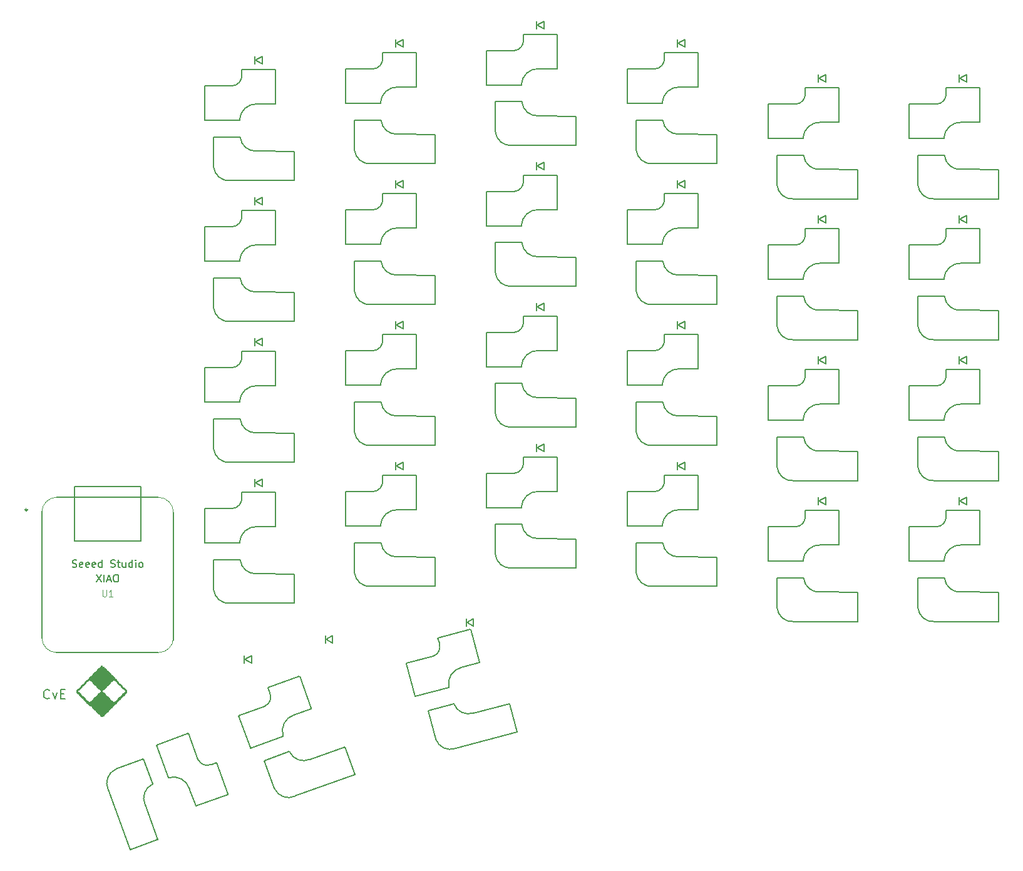
<source format=gbr>
%TF.GenerationSoftware,KiCad,Pcbnew,7.0.10*%
%TF.CreationDate,2024-03-07T18:43:10+01:00*%
%TF.ProjectId,xurp_right,78757270-5f72-4696-9768-742e6b696361,rev?*%
%TF.SameCoordinates,Original*%
%TF.FileFunction,Legend,Top*%
%TF.FilePolarity,Positive*%
%FSLAX46Y46*%
G04 Gerber Fmt 4.6, Leading zero omitted, Abs format (unit mm)*
G04 Created by KiCad (PCBNEW 7.0.10) date 2024-03-07 18:43:10*
%MOMM*%
%LPD*%
G01*
G04 APERTURE LIST*
%ADD10C,0.150000*%
%ADD11C,0.101600*%
%ADD12C,0.010000*%
%ADD13C,0.127000*%
%ADD14C,0.120000*%
%ADD15C,0.254000*%
%ADD16C,0.025400*%
G04 APERTURE END LIST*
D10*
X85234762Y-119358773D02*
X85174286Y-119419250D01*
X85174286Y-119419250D02*
X84992857Y-119479726D01*
X84992857Y-119479726D02*
X84871905Y-119479726D01*
X84871905Y-119479726D02*
X84690476Y-119419250D01*
X84690476Y-119419250D02*
X84569524Y-119298297D01*
X84569524Y-119298297D02*
X84509047Y-119177345D01*
X84509047Y-119177345D02*
X84448571Y-118935440D01*
X84448571Y-118935440D02*
X84448571Y-118754011D01*
X84448571Y-118754011D02*
X84509047Y-118512107D01*
X84509047Y-118512107D02*
X84569524Y-118391154D01*
X84569524Y-118391154D02*
X84690476Y-118270202D01*
X84690476Y-118270202D02*
X84871905Y-118209726D01*
X84871905Y-118209726D02*
X84992857Y-118209726D01*
X84992857Y-118209726D02*
X85174286Y-118270202D01*
X85174286Y-118270202D02*
X85234762Y-118330678D01*
X85658095Y-118633059D02*
X85960476Y-119479726D01*
X85960476Y-119479726D02*
X86262857Y-118633059D01*
X86746666Y-118814488D02*
X87170000Y-118814488D01*
X87351428Y-119479726D02*
X86746666Y-119479726D01*
X86746666Y-119479726D02*
X86746666Y-118209726D01*
X86746666Y-118209726D02*
X87351428Y-118209726D01*
D11*
X92423766Y-104776985D02*
X92423766Y-105496652D01*
X92423766Y-105496652D02*
X92466100Y-105581318D01*
X92466100Y-105581318D02*
X92508433Y-105623652D01*
X92508433Y-105623652D02*
X92593100Y-105665985D01*
X92593100Y-105665985D02*
X92762433Y-105665985D01*
X92762433Y-105665985D02*
X92847100Y-105623652D01*
X92847100Y-105623652D02*
X92889433Y-105581318D01*
X92889433Y-105581318D02*
X92931766Y-105496652D01*
X92931766Y-105496652D02*
X92931766Y-104776985D01*
X93820766Y-105665985D02*
X93312766Y-105665985D01*
X93566766Y-105665985D02*
X93566766Y-104776985D01*
X93566766Y-104776985D02*
X93482099Y-104903985D01*
X93482099Y-104903985D02*
X93397433Y-104988652D01*
X93397433Y-104988652D02*
X93312766Y-105030985D01*
D10*
X88339195Y-101627200D02*
X88482052Y-101674819D01*
X88482052Y-101674819D02*
X88720147Y-101674819D01*
X88720147Y-101674819D02*
X88815385Y-101627200D01*
X88815385Y-101627200D02*
X88863004Y-101579580D01*
X88863004Y-101579580D02*
X88910623Y-101484342D01*
X88910623Y-101484342D02*
X88910623Y-101389104D01*
X88910623Y-101389104D02*
X88863004Y-101293866D01*
X88863004Y-101293866D02*
X88815385Y-101246247D01*
X88815385Y-101246247D02*
X88720147Y-101198628D01*
X88720147Y-101198628D02*
X88529671Y-101151009D01*
X88529671Y-101151009D02*
X88434433Y-101103390D01*
X88434433Y-101103390D02*
X88386814Y-101055771D01*
X88386814Y-101055771D02*
X88339195Y-100960533D01*
X88339195Y-100960533D02*
X88339195Y-100865295D01*
X88339195Y-100865295D02*
X88386814Y-100770057D01*
X88386814Y-100770057D02*
X88434433Y-100722438D01*
X88434433Y-100722438D02*
X88529671Y-100674819D01*
X88529671Y-100674819D02*
X88767766Y-100674819D01*
X88767766Y-100674819D02*
X88910623Y-100722438D01*
X89720147Y-101627200D02*
X89624909Y-101674819D01*
X89624909Y-101674819D02*
X89434433Y-101674819D01*
X89434433Y-101674819D02*
X89339195Y-101627200D01*
X89339195Y-101627200D02*
X89291576Y-101531961D01*
X89291576Y-101531961D02*
X89291576Y-101151009D01*
X89291576Y-101151009D02*
X89339195Y-101055771D01*
X89339195Y-101055771D02*
X89434433Y-101008152D01*
X89434433Y-101008152D02*
X89624909Y-101008152D01*
X89624909Y-101008152D02*
X89720147Y-101055771D01*
X89720147Y-101055771D02*
X89767766Y-101151009D01*
X89767766Y-101151009D02*
X89767766Y-101246247D01*
X89767766Y-101246247D02*
X89291576Y-101341485D01*
X90577290Y-101627200D02*
X90482052Y-101674819D01*
X90482052Y-101674819D02*
X90291576Y-101674819D01*
X90291576Y-101674819D02*
X90196338Y-101627200D01*
X90196338Y-101627200D02*
X90148719Y-101531961D01*
X90148719Y-101531961D02*
X90148719Y-101151009D01*
X90148719Y-101151009D02*
X90196338Y-101055771D01*
X90196338Y-101055771D02*
X90291576Y-101008152D01*
X90291576Y-101008152D02*
X90482052Y-101008152D01*
X90482052Y-101008152D02*
X90577290Y-101055771D01*
X90577290Y-101055771D02*
X90624909Y-101151009D01*
X90624909Y-101151009D02*
X90624909Y-101246247D01*
X90624909Y-101246247D02*
X90148719Y-101341485D01*
X91434433Y-101627200D02*
X91339195Y-101674819D01*
X91339195Y-101674819D02*
X91148719Y-101674819D01*
X91148719Y-101674819D02*
X91053481Y-101627200D01*
X91053481Y-101627200D02*
X91005862Y-101531961D01*
X91005862Y-101531961D02*
X91005862Y-101151009D01*
X91005862Y-101151009D02*
X91053481Y-101055771D01*
X91053481Y-101055771D02*
X91148719Y-101008152D01*
X91148719Y-101008152D02*
X91339195Y-101008152D01*
X91339195Y-101008152D02*
X91434433Y-101055771D01*
X91434433Y-101055771D02*
X91482052Y-101151009D01*
X91482052Y-101151009D02*
X91482052Y-101246247D01*
X91482052Y-101246247D02*
X91005862Y-101341485D01*
X92339195Y-101674819D02*
X92339195Y-100674819D01*
X92339195Y-101627200D02*
X92243957Y-101674819D01*
X92243957Y-101674819D02*
X92053481Y-101674819D01*
X92053481Y-101674819D02*
X91958243Y-101627200D01*
X91958243Y-101627200D02*
X91910624Y-101579580D01*
X91910624Y-101579580D02*
X91863005Y-101484342D01*
X91863005Y-101484342D02*
X91863005Y-101198628D01*
X91863005Y-101198628D02*
X91910624Y-101103390D01*
X91910624Y-101103390D02*
X91958243Y-101055771D01*
X91958243Y-101055771D02*
X92053481Y-101008152D01*
X92053481Y-101008152D02*
X92243957Y-101008152D01*
X92243957Y-101008152D02*
X92339195Y-101055771D01*
X93529672Y-101627200D02*
X93672529Y-101674819D01*
X93672529Y-101674819D02*
X93910624Y-101674819D01*
X93910624Y-101674819D02*
X94005862Y-101627200D01*
X94005862Y-101627200D02*
X94053481Y-101579580D01*
X94053481Y-101579580D02*
X94101100Y-101484342D01*
X94101100Y-101484342D02*
X94101100Y-101389104D01*
X94101100Y-101389104D02*
X94053481Y-101293866D01*
X94053481Y-101293866D02*
X94005862Y-101246247D01*
X94005862Y-101246247D02*
X93910624Y-101198628D01*
X93910624Y-101198628D02*
X93720148Y-101151009D01*
X93720148Y-101151009D02*
X93624910Y-101103390D01*
X93624910Y-101103390D02*
X93577291Y-101055771D01*
X93577291Y-101055771D02*
X93529672Y-100960533D01*
X93529672Y-100960533D02*
X93529672Y-100865295D01*
X93529672Y-100865295D02*
X93577291Y-100770057D01*
X93577291Y-100770057D02*
X93624910Y-100722438D01*
X93624910Y-100722438D02*
X93720148Y-100674819D01*
X93720148Y-100674819D02*
X93958243Y-100674819D01*
X93958243Y-100674819D02*
X94101100Y-100722438D01*
X94386815Y-101008152D02*
X94767767Y-101008152D01*
X94529672Y-100674819D02*
X94529672Y-101531961D01*
X94529672Y-101531961D02*
X94577291Y-101627200D01*
X94577291Y-101627200D02*
X94672529Y-101674819D01*
X94672529Y-101674819D02*
X94767767Y-101674819D01*
X95529672Y-101008152D02*
X95529672Y-101674819D01*
X95101101Y-101008152D02*
X95101101Y-101531961D01*
X95101101Y-101531961D02*
X95148720Y-101627200D01*
X95148720Y-101627200D02*
X95243958Y-101674819D01*
X95243958Y-101674819D02*
X95386815Y-101674819D01*
X95386815Y-101674819D02*
X95482053Y-101627200D01*
X95482053Y-101627200D02*
X95529672Y-101579580D01*
X96434434Y-101674819D02*
X96434434Y-100674819D01*
X96434434Y-101627200D02*
X96339196Y-101674819D01*
X96339196Y-101674819D02*
X96148720Y-101674819D01*
X96148720Y-101674819D02*
X96053482Y-101627200D01*
X96053482Y-101627200D02*
X96005863Y-101579580D01*
X96005863Y-101579580D02*
X95958244Y-101484342D01*
X95958244Y-101484342D02*
X95958244Y-101198628D01*
X95958244Y-101198628D02*
X96005863Y-101103390D01*
X96005863Y-101103390D02*
X96053482Y-101055771D01*
X96053482Y-101055771D02*
X96148720Y-101008152D01*
X96148720Y-101008152D02*
X96339196Y-101008152D01*
X96339196Y-101008152D02*
X96434434Y-101055771D01*
X96910625Y-101674819D02*
X96910625Y-101008152D01*
X96910625Y-100674819D02*
X96863006Y-100722438D01*
X96863006Y-100722438D02*
X96910625Y-100770057D01*
X96910625Y-100770057D02*
X96958244Y-100722438D01*
X96958244Y-100722438D02*
X96910625Y-100674819D01*
X96910625Y-100674819D02*
X96910625Y-100770057D01*
X97529672Y-101674819D02*
X97434434Y-101627200D01*
X97434434Y-101627200D02*
X97386815Y-101579580D01*
X97386815Y-101579580D02*
X97339196Y-101484342D01*
X97339196Y-101484342D02*
X97339196Y-101198628D01*
X97339196Y-101198628D02*
X97386815Y-101103390D01*
X97386815Y-101103390D02*
X97434434Y-101055771D01*
X97434434Y-101055771D02*
X97529672Y-101008152D01*
X97529672Y-101008152D02*
X97672529Y-101008152D01*
X97672529Y-101008152D02*
X97767767Y-101055771D01*
X97767767Y-101055771D02*
X97815386Y-101103390D01*
X97815386Y-101103390D02*
X97863005Y-101198628D01*
X97863005Y-101198628D02*
X97863005Y-101484342D01*
X97863005Y-101484342D02*
X97815386Y-101579580D01*
X97815386Y-101579580D02*
X97767767Y-101627200D01*
X97767767Y-101627200D02*
X97672529Y-101674819D01*
X97672529Y-101674819D02*
X97529672Y-101674819D01*
X91577291Y-102674819D02*
X92243957Y-103674819D01*
X92243957Y-102674819D02*
X91577291Y-103674819D01*
X92624910Y-103674819D02*
X92624910Y-102674819D01*
X93053481Y-103389104D02*
X93529671Y-103389104D01*
X92958243Y-103674819D02*
X93291576Y-102674819D01*
X93291576Y-102674819D02*
X93624909Y-103674819D01*
X94148719Y-102674819D02*
X94339195Y-102674819D01*
X94339195Y-102674819D02*
X94434433Y-102722438D01*
X94434433Y-102722438D02*
X94529671Y-102817676D01*
X94529671Y-102817676D02*
X94577290Y-103008152D01*
X94577290Y-103008152D02*
X94577290Y-103341485D01*
X94577290Y-103341485D02*
X94529671Y-103531961D01*
X94529671Y-103531961D02*
X94434433Y-103627200D01*
X94434433Y-103627200D02*
X94339195Y-103674819D01*
X94339195Y-103674819D02*
X94148719Y-103674819D01*
X94148719Y-103674819D02*
X94053481Y-103627200D01*
X94053481Y-103627200D02*
X93958243Y-103531961D01*
X93958243Y-103531961D02*
X93910624Y-103341485D01*
X93910624Y-103341485D02*
X93910624Y-103008152D01*
X93910624Y-103008152D02*
X93958243Y-102817676D01*
X93958243Y-102817676D02*
X94053481Y-102722438D01*
X94053481Y-102722438D02*
X94148719Y-102674819D01*
%TO.C,BOARD_LOGO1*%
D12*
X92377500Y-115122500D02*
X92277500Y-115122500D01*
X92277500Y-115022500D01*
X92377500Y-115022500D01*
X92377500Y-115122500D01*
G36*
X92377500Y-115122500D02*
G01*
X92277500Y-115122500D01*
X92277500Y-115022500D01*
X92377500Y-115022500D01*
X92377500Y-115122500D01*
G37*
X92277500Y-115122500D02*
X92177500Y-115122500D01*
X92177500Y-115022500D01*
X92277500Y-115022500D01*
X92277500Y-115122500D01*
G36*
X92277500Y-115122500D02*
G01*
X92177500Y-115122500D01*
X92177500Y-115022500D01*
X92277500Y-115022500D01*
X92277500Y-115122500D01*
G37*
X92577500Y-115222500D02*
X92477500Y-115222500D01*
X92477500Y-115122500D01*
X92577500Y-115122500D01*
X92577500Y-115222500D01*
G36*
X92577500Y-115222500D02*
G01*
X92477500Y-115222500D01*
X92477500Y-115122500D01*
X92577500Y-115122500D01*
X92577500Y-115222500D01*
G37*
X92477500Y-115222500D02*
X92377500Y-115222500D01*
X92377500Y-115122500D01*
X92477500Y-115122500D01*
X92477500Y-115222500D01*
G36*
X92477500Y-115222500D02*
G01*
X92377500Y-115222500D01*
X92377500Y-115122500D01*
X92477500Y-115122500D01*
X92477500Y-115222500D01*
G37*
X92377500Y-115222500D02*
X92277500Y-115222500D01*
X92277500Y-115122500D01*
X92377500Y-115122500D01*
X92377500Y-115222500D01*
G36*
X92377500Y-115222500D02*
G01*
X92277500Y-115222500D01*
X92277500Y-115122500D01*
X92377500Y-115122500D01*
X92377500Y-115222500D01*
G37*
X92277500Y-115222500D02*
X92177500Y-115222500D01*
X92177500Y-115122500D01*
X92277500Y-115122500D01*
X92277500Y-115222500D01*
G36*
X92277500Y-115222500D02*
G01*
X92177500Y-115222500D01*
X92177500Y-115122500D01*
X92277500Y-115122500D01*
X92277500Y-115222500D01*
G37*
X92177500Y-115222500D02*
X92077500Y-115222500D01*
X92077500Y-115122500D01*
X92177500Y-115122500D01*
X92177500Y-115222500D01*
G36*
X92177500Y-115222500D02*
G01*
X92077500Y-115222500D01*
X92077500Y-115122500D01*
X92177500Y-115122500D01*
X92177500Y-115222500D01*
G37*
X92577500Y-115322500D02*
X92477500Y-115322500D01*
X92477500Y-115222500D01*
X92577500Y-115222500D01*
X92577500Y-115322500D01*
G36*
X92577500Y-115322500D02*
G01*
X92477500Y-115322500D01*
X92477500Y-115222500D01*
X92577500Y-115222500D01*
X92577500Y-115322500D01*
G37*
X92477500Y-115322500D02*
X92377500Y-115322500D01*
X92377500Y-115222500D01*
X92477500Y-115222500D01*
X92477500Y-115322500D01*
G36*
X92477500Y-115322500D02*
G01*
X92377500Y-115322500D01*
X92377500Y-115222500D01*
X92477500Y-115222500D01*
X92477500Y-115322500D01*
G37*
X92377500Y-115322500D02*
X92277500Y-115322500D01*
X92277500Y-115222500D01*
X92377500Y-115222500D01*
X92377500Y-115322500D01*
G36*
X92377500Y-115322500D02*
G01*
X92277500Y-115322500D01*
X92277500Y-115222500D01*
X92377500Y-115222500D01*
X92377500Y-115322500D01*
G37*
X92277500Y-115322500D02*
X92177500Y-115322500D01*
X92177500Y-115222500D01*
X92277500Y-115222500D01*
X92277500Y-115322500D01*
G36*
X92277500Y-115322500D02*
G01*
X92177500Y-115322500D01*
X92177500Y-115222500D01*
X92277500Y-115222500D01*
X92277500Y-115322500D01*
G37*
X92177500Y-115322500D02*
X92077500Y-115322500D01*
X92077500Y-115222500D01*
X92177500Y-115222500D01*
X92177500Y-115322500D01*
G36*
X92177500Y-115322500D02*
G01*
X92077500Y-115322500D01*
X92077500Y-115222500D01*
X92177500Y-115222500D01*
X92177500Y-115322500D01*
G37*
X92077500Y-115322500D02*
X91977500Y-115322500D01*
X91977500Y-115222500D01*
X92077500Y-115222500D01*
X92077500Y-115322500D01*
G36*
X92077500Y-115322500D02*
G01*
X91977500Y-115322500D01*
X91977500Y-115222500D01*
X92077500Y-115222500D01*
X92077500Y-115322500D01*
G37*
X92777500Y-115422500D02*
X92677500Y-115422500D01*
X92677500Y-115322500D01*
X92777500Y-115322500D01*
X92777500Y-115422500D01*
G36*
X92777500Y-115422500D02*
G01*
X92677500Y-115422500D01*
X92677500Y-115322500D01*
X92777500Y-115322500D01*
X92777500Y-115422500D01*
G37*
X92677500Y-115422500D02*
X92577500Y-115422500D01*
X92577500Y-115322500D01*
X92677500Y-115322500D01*
X92677500Y-115422500D01*
G36*
X92677500Y-115422500D02*
G01*
X92577500Y-115422500D01*
X92577500Y-115322500D01*
X92677500Y-115322500D01*
X92677500Y-115422500D01*
G37*
X92577500Y-115422500D02*
X92477500Y-115422500D01*
X92477500Y-115322500D01*
X92577500Y-115322500D01*
X92577500Y-115422500D01*
G36*
X92577500Y-115422500D02*
G01*
X92477500Y-115422500D01*
X92477500Y-115322500D01*
X92577500Y-115322500D01*
X92577500Y-115422500D01*
G37*
X92477500Y-115422500D02*
X92377500Y-115422500D01*
X92377500Y-115322500D01*
X92477500Y-115322500D01*
X92477500Y-115422500D01*
G36*
X92477500Y-115422500D02*
G01*
X92377500Y-115422500D01*
X92377500Y-115322500D01*
X92477500Y-115322500D01*
X92477500Y-115422500D01*
G37*
X92377500Y-115422500D02*
X92277500Y-115422500D01*
X92277500Y-115322500D01*
X92377500Y-115322500D01*
X92377500Y-115422500D01*
G36*
X92377500Y-115422500D02*
G01*
X92277500Y-115422500D01*
X92277500Y-115322500D01*
X92377500Y-115322500D01*
X92377500Y-115422500D01*
G37*
X92277500Y-115422500D02*
X92177500Y-115422500D01*
X92177500Y-115322500D01*
X92277500Y-115322500D01*
X92277500Y-115422500D01*
G36*
X92277500Y-115422500D02*
G01*
X92177500Y-115422500D01*
X92177500Y-115322500D01*
X92277500Y-115322500D01*
X92277500Y-115422500D01*
G37*
X92177500Y-115422500D02*
X92077500Y-115422500D01*
X92077500Y-115322500D01*
X92177500Y-115322500D01*
X92177500Y-115422500D01*
G36*
X92177500Y-115422500D02*
G01*
X92077500Y-115422500D01*
X92077500Y-115322500D01*
X92177500Y-115322500D01*
X92177500Y-115422500D01*
G37*
X92077500Y-115422500D02*
X91977500Y-115422500D01*
X91977500Y-115322500D01*
X92077500Y-115322500D01*
X92077500Y-115422500D01*
G36*
X92077500Y-115422500D02*
G01*
X91977500Y-115422500D01*
X91977500Y-115322500D01*
X92077500Y-115322500D01*
X92077500Y-115422500D01*
G37*
X91977500Y-115422500D02*
X91877500Y-115422500D01*
X91877500Y-115322500D01*
X91977500Y-115322500D01*
X91977500Y-115422500D01*
G36*
X91977500Y-115422500D02*
G01*
X91877500Y-115422500D01*
X91877500Y-115322500D01*
X91977500Y-115322500D01*
X91977500Y-115422500D01*
G37*
X92877500Y-115522500D02*
X92777500Y-115522500D01*
X92777500Y-115422500D01*
X92877500Y-115422500D01*
X92877500Y-115522500D01*
G36*
X92877500Y-115522500D02*
G01*
X92777500Y-115522500D01*
X92777500Y-115422500D01*
X92877500Y-115422500D01*
X92877500Y-115522500D01*
G37*
X92777500Y-115522500D02*
X92677500Y-115522500D01*
X92677500Y-115422500D01*
X92777500Y-115422500D01*
X92777500Y-115522500D01*
G36*
X92777500Y-115522500D02*
G01*
X92677500Y-115522500D01*
X92677500Y-115422500D01*
X92777500Y-115422500D01*
X92777500Y-115522500D01*
G37*
X92677500Y-115522500D02*
X92577500Y-115522500D01*
X92577500Y-115422500D01*
X92677500Y-115422500D01*
X92677500Y-115522500D01*
G36*
X92677500Y-115522500D02*
G01*
X92577500Y-115522500D01*
X92577500Y-115422500D01*
X92677500Y-115422500D01*
X92677500Y-115522500D01*
G37*
X92577500Y-115522500D02*
X92477500Y-115522500D01*
X92477500Y-115422500D01*
X92577500Y-115422500D01*
X92577500Y-115522500D01*
G36*
X92577500Y-115522500D02*
G01*
X92477500Y-115522500D01*
X92477500Y-115422500D01*
X92577500Y-115422500D01*
X92577500Y-115522500D01*
G37*
X92477500Y-115522500D02*
X92377500Y-115522500D01*
X92377500Y-115422500D01*
X92477500Y-115422500D01*
X92477500Y-115522500D01*
G36*
X92477500Y-115522500D02*
G01*
X92377500Y-115522500D01*
X92377500Y-115422500D01*
X92477500Y-115422500D01*
X92477500Y-115522500D01*
G37*
X92377500Y-115522500D02*
X92277500Y-115522500D01*
X92277500Y-115422500D01*
X92377500Y-115422500D01*
X92377500Y-115522500D01*
G36*
X92377500Y-115522500D02*
G01*
X92277500Y-115522500D01*
X92277500Y-115422500D01*
X92377500Y-115422500D01*
X92377500Y-115522500D01*
G37*
X92277500Y-115522500D02*
X92177500Y-115522500D01*
X92177500Y-115422500D01*
X92277500Y-115422500D01*
X92277500Y-115522500D01*
G36*
X92277500Y-115522500D02*
G01*
X92177500Y-115522500D01*
X92177500Y-115422500D01*
X92277500Y-115422500D01*
X92277500Y-115522500D01*
G37*
X92177500Y-115522500D02*
X92077500Y-115522500D01*
X92077500Y-115422500D01*
X92177500Y-115422500D01*
X92177500Y-115522500D01*
G36*
X92177500Y-115522500D02*
G01*
X92077500Y-115522500D01*
X92077500Y-115422500D01*
X92177500Y-115422500D01*
X92177500Y-115522500D01*
G37*
X92077500Y-115522500D02*
X91977500Y-115522500D01*
X91977500Y-115422500D01*
X92077500Y-115422500D01*
X92077500Y-115522500D01*
G36*
X92077500Y-115522500D02*
G01*
X91977500Y-115522500D01*
X91977500Y-115422500D01*
X92077500Y-115422500D01*
X92077500Y-115522500D01*
G37*
X91977500Y-115522500D02*
X91877500Y-115522500D01*
X91877500Y-115422500D01*
X91977500Y-115422500D01*
X91977500Y-115522500D01*
G36*
X91977500Y-115522500D02*
G01*
X91877500Y-115522500D01*
X91877500Y-115422500D01*
X91977500Y-115422500D01*
X91977500Y-115522500D01*
G37*
X91877500Y-115522500D02*
X91777500Y-115522500D01*
X91777500Y-115422500D01*
X91877500Y-115422500D01*
X91877500Y-115522500D01*
G36*
X91877500Y-115522500D02*
G01*
X91777500Y-115522500D01*
X91777500Y-115422500D01*
X91877500Y-115422500D01*
X91877500Y-115522500D01*
G37*
X92977500Y-115622500D02*
X92877500Y-115622500D01*
X92877500Y-115522500D01*
X92977500Y-115522500D01*
X92977500Y-115622500D01*
G36*
X92977500Y-115622500D02*
G01*
X92877500Y-115622500D01*
X92877500Y-115522500D01*
X92977500Y-115522500D01*
X92977500Y-115622500D01*
G37*
X92877500Y-115622500D02*
X92777500Y-115622500D01*
X92777500Y-115522500D01*
X92877500Y-115522500D01*
X92877500Y-115622500D01*
G36*
X92877500Y-115622500D02*
G01*
X92777500Y-115622500D01*
X92777500Y-115522500D01*
X92877500Y-115522500D01*
X92877500Y-115622500D01*
G37*
X92777500Y-115622500D02*
X92677500Y-115622500D01*
X92677500Y-115522500D01*
X92777500Y-115522500D01*
X92777500Y-115622500D01*
G36*
X92777500Y-115622500D02*
G01*
X92677500Y-115622500D01*
X92677500Y-115522500D01*
X92777500Y-115522500D01*
X92777500Y-115622500D01*
G37*
X92677500Y-115622500D02*
X92577500Y-115622500D01*
X92577500Y-115522500D01*
X92677500Y-115522500D01*
X92677500Y-115622500D01*
G36*
X92677500Y-115622500D02*
G01*
X92577500Y-115622500D01*
X92577500Y-115522500D01*
X92677500Y-115522500D01*
X92677500Y-115622500D01*
G37*
X92577500Y-115622500D02*
X92477500Y-115622500D01*
X92477500Y-115522500D01*
X92577500Y-115522500D01*
X92577500Y-115622500D01*
G36*
X92577500Y-115622500D02*
G01*
X92477500Y-115622500D01*
X92477500Y-115522500D01*
X92577500Y-115522500D01*
X92577500Y-115622500D01*
G37*
X92477500Y-115622500D02*
X92377500Y-115622500D01*
X92377500Y-115522500D01*
X92477500Y-115522500D01*
X92477500Y-115622500D01*
G36*
X92477500Y-115622500D02*
G01*
X92377500Y-115622500D01*
X92377500Y-115522500D01*
X92477500Y-115522500D01*
X92477500Y-115622500D01*
G37*
X92377500Y-115622500D02*
X92277500Y-115622500D01*
X92277500Y-115522500D01*
X92377500Y-115522500D01*
X92377500Y-115622500D01*
G36*
X92377500Y-115622500D02*
G01*
X92277500Y-115622500D01*
X92277500Y-115522500D01*
X92377500Y-115522500D01*
X92377500Y-115622500D01*
G37*
X92277500Y-115622500D02*
X92177500Y-115622500D01*
X92177500Y-115522500D01*
X92277500Y-115522500D01*
X92277500Y-115622500D01*
G36*
X92277500Y-115622500D02*
G01*
X92177500Y-115622500D01*
X92177500Y-115522500D01*
X92277500Y-115522500D01*
X92277500Y-115622500D01*
G37*
X92177500Y-115622500D02*
X92077500Y-115622500D01*
X92077500Y-115522500D01*
X92177500Y-115522500D01*
X92177500Y-115622500D01*
G36*
X92177500Y-115622500D02*
G01*
X92077500Y-115622500D01*
X92077500Y-115522500D01*
X92177500Y-115522500D01*
X92177500Y-115622500D01*
G37*
X92077500Y-115622500D02*
X91977500Y-115622500D01*
X91977500Y-115522500D01*
X92077500Y-115522500D01*
X92077500Y-115622500D01*
G36*
X92077500Y-115622500D02*
G01*
X91977500Y-115622500D01*
X91977500Y-115522500D01*
X92077500Y-115522500D01*
X92077500Y-115622500D01*
G37*
X91977500Y-115622500D02*
X91877500Y-115622500D01*
X91877500Y-115522500D01*
X91977500Y-115522500D01*
X91977500Y-115622500D01*
G36*
X91977500Y-115622500D02*
G01*
X91877500Y-115622500D01*
X91877500Y-115522500D01*
X91977500Y-115522500D01*
X91977500Y-115622500D01*
G37*
X91877500Y-115622500D02*
X91777500Y-115622500D01*
X91777500Y-115522500D01*
X91877500Y-115522500D01*
X91877500Y-115622500D01*
G36*
X91877500Y-115622500D02*
G01*
X91777500Y-115622500D01*
X91777500Y-115522500D01*
X91877500Y-115522500D01*
X91877500Y-115622500D01*
G37*
X91777500Y-115622500D02*
X91677500Y-115622500D01*
X91677500Y-115522500D01*
X91777500Y-115522500D01*
X91777500Y-115622500D01*
G36*
X91777500Y-115622500D02*
G01*
X91677500Y-115622500D01*
X91677500Y-115522500D01*
X91777500Y-115522500D01*
X91777500Y-115622500D01*
G37*
X93077500Y-115722500D02*
X92977500Y-115722500D01*
X92977500Y-115622500D01*
X93077500Y-115622500D01*
X93077500Y-115722500D01*
G36*
X93077500Y-115722500D02*
G01*
X92977500Y-115722500D01*
X92977500Y-115622500D01*
X93077500Y-115622500D01*
X93077500Y-115722500D01*
G37*
X92977500Y-115722500D02*
X92877500Y-115722500D01*
X92877500Y-115622500D01*
X92977500Y-115622500D01*
X92977500Y-115722500D01*
G36*
X92977500Y-115722500D02*
G01*
X92877500Y-115722500D01*
X92877500Y-115622500D01*
X92977500Y-115622500D01*
X92977500Y-115722500D01*
G37*
X92877500Y-115722500D02*
X92777500Y-115722500D01*
X92777500Y-115622500D01*
X92877500Y-115622500D01*
X92877500Y-115722500D01*
G36*
X92877500Y-115722500D02*
G01*
X92777500Y-115722500D01*
X92777500Y-115622500D01*
X92877500Y-115622500D01*
X92877500Y-115722500D01*
G37*
X92777500Y-115722500D02*
X92677500Y-115722500D01*
X92677500Y-115622500D01*
X92777500Y-115622500D01*
X92777500Y-115722500D01*
G36*
X92777500Y-115722500D02*
G01*
X92677500Y-115722500D01*
X92677500Y-115622500D01*
X92777500Y-115622500D01*
X92777500Y-115722500D01*
G37*
X92677500Y-115722500D02*
X92577500Y-115722500D01*
X92577500Y-115622500D01*
X92677500Y-115622500D01*
X92677500Y-115722500D01*
G36*
X92677500Y-115722500D02*
G01*
X92577500Y-115722500D01*
X92577500Y-115622500D01*
X92677500Y-115622500D01*
X92677500Y-115722500D01*
G37*
X92577500Y-115722500D02*
X92477500Y-115722500D01*
X92477500Y-115622500D01*
X92577500Y-115622500D01*
X92577500Y-115722500D01*
G36*
X92577500Y-115722500D02*
G01*
X92477500Y-115722500D01*
X92477500Y-115622500D01*
X92577500Y-115622500D01*
X92577500Y-115722500D01*
G37*
X92477500Y-115722500D02*
X92377500Y-115722500D01*
X92377500Y-115622500D01*
X92477500Y-115622500D01*
X92477500Y-115722500D01*
G36*
X92477500Y-115722500D02*
G01*
X92377500Y-115722500D01*
X92377500Y-115622500D01*
X92477500Y-115622500D01*
X92477500Y-115722500D01*
G37*
X92377500Y-115722500D02*
X92277500Y-115722500D01*
X92277500Y-115622500D01*
X92377500Y-115622500D01*
X92377500Y-115722500D01*
G36*
X92377500Y-115722500D02*
G01*
X92277500Y-115722500D01*
X92277500Y-115622500D01*
X92377500Y-115622500D01*
X92377500Y-115722500D01*
G37*
X92277500Y-115722500D02*
X92177500Y-115722500D01*
X92177500Y-115622500D01*
X92277500Y-115622500D01*
X92277500Y-115722500D01*
G36*
X92277500Y-115722500D02*
G01*
X92177500Y-115722500D01*
X92177500Y-115622500D01*
X92277500Y-115622500D01*
X92277500Y-115722500D01*
G37*
X92177500Y-115722500D02*
X92077500Y-115722500D01*
X92077500Y-115622500D01*
X92177500Y-115622500D01*
X92177500Y-115722500D01*
G36*
X92177500Y-115722500D02*
G01*
X92077500Y-115722500D01*
X92077500Y-115622500D01*
X92177500Y-115622500D01*
X92177500Y-115722500D01*
G37*
X92077500Y-115722500D02*
X91977500Y-115722500D01*
X91977500Y-115622500D01*
X92077500Y-115622500D01*
X92077500Y-115722500D01*
G36*
X92077500Y-115722500D02*
G01*
X91977500Y-115722500D01*
X91977500Y-115622500D01*
X92077500Y-115622500D01*
X92077500Y-115722500D01*
G37*
X91977500Y-115722500D02*
X91877500Y-115722500D01*
X91877500Y-115622500D01*
X91977500Y-115622500D01*
X91977500Y-115722500D01*
G36*
X91977500Y-115722500D02*
G01*
X91877500Y-115722500D01*
X91877500Y-115622500D01*
X91977500Y-115622500D01*
X91977500Y-115722500D01*
G37*
X91877500Y-115722500D02*
X91777500Y-115722500D01*
X91777500Y-115622500D01*
X91877500Y-115622500D01*
X91877500Y-115722500D01*
G36*
X91877500Y-115722500D02*
G01*
X91777500Y-115722500D01*
X91777500Y-115622500D01*
X91877500Y-115622500D01*
X91877500Y-115722500D01*
G37*
X91777500Y-115722500D02*
X91677500Y-115722500D01*
X91677500Y-115622500D01*
X91777500Y-115622500D01*
X91777500Y-115722500D01*
G36*
X91777500Y-115722500D02*
G01*
X91677500Y-115722500D01*
X91677500Y-115622500D01*
X91777500Y-115622500D01*
X91777500Y-115722500D01*
G37*
X91677500Y-115722500D02*
X91577500Y-115722500D01*
X91577500Y-115622500D01*
X91677500Y-115622500D01*
X91677500Y-115722500D01*
G36*
X91677500Y-115722500D02*
G01*
X91577500Y-115722500D01*
X91577500Y-115622500D01*
X91677500Y-115622500D01*
X91677500Y-115722500D01*
G37*
X93177500Y-115822500D02*
X93077500Y-115822500D01*
X93077500Y-115722500D01*
X93177500Y-115722500D01*
X93177500Y-115822500D01*
G36*
X93177500Y-115822500D02*
G01*
X93077500Y-115822500D01*
X93077500Y-115722500D01*
X93177500Y-115722500D01*
X93177500Y-115822500D01*
G37*
X93077500Y-115822500D02*
X92977500Y-115822500D01*
X92977500Y-115722500D01*
X93077500Y-115722500D01*
X93077500Y-115822500D01*
G36*
X93077500Y-115822500D02*
G01*
X92977500Y-115822500D01*
X92977500Y-115722500D01*
X93077500Y-115722500D01*
X93077500Y-115822500D01*
G37*
X92977500Y-115822500D02*
X92877500Y-115822500D01*
X92877500Y-115722500D01*
X92977500Y-115722500D01*
X92977500Y-115822500D01*
G36*
X92977500Y-115822500D02*
G01*
X92877500Y-115822500D01*
X92877500Y-115722500D01*
X92977500Y-115722500D01*
X92977500Y-115822500D01*
G37*
X92877500Y-115822500D02*
X92777500Y-115822500D01*
X92777500Y-115722500D01*
X92877500Y-115722500D01*
X92877500Y-115822500D01*
G36*
X92877500Y-115822500D02*
G01*
X92777500Y-115822500D01*
X92777500Y-115722500D01*
X92877500Y-115722500D01*
X92877500Y-115822500D01*
G37*
X92777500Y-115822500D02*
X92677500Y-115822500D01*
X92677500Y-115722500D01*
X92777500Y-115722500D01*
X92777500Y-115822500D01*
G36*
X92777500Y-115822500D02*
G01*
X92677500Y-115822500D01*
X92677500Y-115722500D01*
X92777500Y-115722500D01*
X92777500Y-115822500D01*
G37*
X92677500Y-115822500D02*
X92577500Y-115822500D01*
X92577500Y-115722500D01*
X92677500Y-115722500D01*
X92677500Y-115822500D01*
G36*
X92677500Y-115822500D02*
G01*
X92577500Y-115822500D01*
X92577500Y-115722500D01*
X92677500Y-115722500D01*
X92677500Y-115822500D01*
G37*
X92577500Y-115822500D02*
X92477500Y-115822500D01*
X92477500Y-115722500D01*
X92577500Y-115722500D01*
X92577500Y-115822500D01*
G36*
X92577500Y-115822500D02*
G01*
X92477500Y-115822500D01*
X92477500Y-115722500D01*
X92577500Y-115722500D01*
X92577500Y-115822500D01*
G37*
X92477500Y-115822500D02*
X92377500Y-115822500D01*
X92377500Y-115722500D01*
X92477500Y-115722500D01*
X92477500Y-115822500D01*
G36*
X92477500Y-115822500D02*
G01*
X92377500Y-115822500D01*
X92377500Y-115722500D01*
X92477500Y-115722500D01*
X92477500Y-115822500D01*
G37*
X92377500Y-115822500D02*
X92277500Y-115822500D01*
X92277500Y-115722500D01*
X92377500Y-115722500D01*
X92377500Y-115822500D01*
G36*
X92377500Y-115822500D02*
G01*
X92277500Y-115822500D01*
X92277500Y-115722500D01*
X92377500Y-115722500D01*
X92377500Y-115822500D01*
G37*
X92277500Y-115822500D02*
X92177500Y-115822500D01*
X92177500Y-115722500D01*
X92277500Y-115722500D01*
X92277500Y-115822500D01*
G36*
X92277500Y-115822500D02*
G01*
X92177500Y-115822500D01*
X92177500Y-115722500D01*
X92277500Y-115722500D01*
X92277500Y-115822500D01*
G37*
X92177500Y-115822500D02*
X92077500Y-115822500D01*
X92077500Y-115722500D01*
X92177500Y-115722500D01*
X92177500Y-115822500D01*
G36*
X92177500Y-115822500D02*
G01*
X92077500Y-115822500D01*
X92077500Y-115722500D01*
X92177500Y-115722500D01*
X92177500Y-115822500D01*
G37*
X92077500Y-115822500D02*
X91977500Y-115822500D01*
X91977500Y-115722500D01*
X92077500Y-115722500D01*
X92077500Y-115822500D01*
G36*
X92077500Y-115822500D02*
G01*
X91977500Y-115822500D01*
X91977500Y-115722500D01*
X92077500Y-115722500D01*
X92077500Y-115822500D01*
G37*
X91977500Y-115822500D02*
X91877500Y-115822500D01*
X91877500Y-115722500D01*
X91977500Y-115722500D01*
X91977500Y-115822500D01*
G36*
X91977500Y-115822500D02*
G01*
X91877500Y-115822500D01*
X91877500Y-115722500D01*
X91977500Y-115722500D01*
X91977500Y-115822500D01*
G37*
X91877500Y-115822500D02*
X91777500Y-115822500D01*
X91777500Y-115722500D01*
X91877500Y-115722500D01*
X91877500Y-115822500D01*
G36*
X91877500Y-115822500D02*
G01*
X91777500Y-115822500D01*
X91777500Y-115722500D01*
X91877500Y-115722500D01*
X91877500Y-115822500D01*
G37*
X91777500Y-115822500D02*
X91677500Y-115822500D01*
X91677500Y-115722500D01*
X91777500Y-115722500D01*
X91777500Y-115822500D01*
G36*
X91777500Y-115822500D02*
G01*
X91677500Y-115822500D01*
X91677500Y-115722500D01*
X91777500Y-115722500D01*
X91777500Y-115822500D01*
G37*
X91677500Y-115822500D02*
X91577500Y-115822500D01*
X91577500Y-115722500D01*
X91677500Y-115722500D01*
X91677500Y-115822500D01*
G36*
X91677500Y-115822500D02*
G01*
X91577500Y-115822500D01*
X91577500Y-115722500D01*
X91677500Y-115722500D01*
X91677500Y-115822500D01*
G37*
X91577500Y-115822500D02*
X91477500Y-115822500D01*
X91477500Y-115722500D01*
X91577500Y-115722500D01*
X91577500Y-115822500D01*
G36*
X91577500Y-115822500D02*
G01*
X91477500Y-115822500D01*
X91477500Y-115722500D01*
X91577500Y-115722500D01*
X91577500Y-115822500D01*
G37*
X93277500Y-115922500D02*
X93177500Y-115922500D01*
X93177500Y-115822500D01*
X93277500Y-115822500D01*
X93277500Y-115922500D01*
G36*
X93277500Y-115922500D02*
G01*
X93177500Y-115922500D01*
X93177500Y-115822500D01*
X93277500Y-115822500D01*
X93277500Y-115922500D01*
G37*
X93177500Y-115922500D02*
X93077500Y-115922500D01*
X93077500Y-115822500D01*
X93177500Y-115822500D01*
X93177500Y-115922500D01*
G36*
X93177500Y-115922500D02*
G01*
X93077500Y-115922500D01*
X93077500Y-115822500D01*
X93177500Y-115822500D01*
X93177500Y-115922500D01*
G37*
X93077500Y-115922500D02*
X92977500Y-115922500D01*
X92977500Y-115822500D01*
X93077500Y-115822500D01*
X93077500Y-115922500D01*
G36*
X93077500Y-115922500D02*
G01*
X92977500Y-115922500D01*
X92977500Y-115822500D01*
X93077500Y-115822500D01*
X93077500Y-115922500D01*
G37*
X92977500Y-115922500D02*
X92877500Y-115922500D01*
X92877500Y-115822500D01*
X92977500Y-115822500D01*
X92977500Y-115922500D01*
G36*
X92977500Y-115922500D02*
G01*
X92877500Y-115922500D01*
X92877500Y-115822500D01*
X92977500Y-115822500D01*
X92977500Y-115922500D01*
G37*
X92877500Y-115922500D02*
X92777500Y-115922500D01*
X92777500Y-115822500D01*
X92877500Y-115822500D01*
X92877500Y-115922500D01*
G36*
X92877500Y-115922500D02*
G01*
X92777500Y-115922500D01*
X92777500Y-115822500D01*
X92877500Y-115822500D01*
X92877500Y-115922500D01*
G37*
X92777500Y-115922500D02*
X92677500Y-115922500D01*
X92677500Y-115822500D01*
X92777500Y-115822500D01*
X92777500Y-115922500D01*
G36*
X92777500Y-115922500D02*
G01*
X92677500Y-115922500D01*
X92677500Y-115822500D01*
X92777500Y-115822500D01*
X92777500Y-115922500D01*
G37*
X92677500Y-115922500D02*
X92577500Y-115922500D01*
X92577500Y-115822500D01*
X92677500Y-115822500D01*
X92677500Y-115922500D01*
G36*
X92677500Y-115922500D02*
G01*
X92577500Y-115922500D01*
X92577500Y-115822500D01*
X92677500Y-115822500D01*
X92677500Y-115922500D01*
G37*
X92577500Y-115922500D02*
X92477500Y-115922500D01*
X92477500Y-115822500D01*
X92577500Y-115822500D01*
X92577500Y-115922500D01*
G36*
X92577500Y-115922500D02*
G01*
X92477500Y-115922500D01*
X92477500Y-115822500D01*
X92577500Y-115822500D01*
X92577500Y-115922500D01*
G37*
X92477500Y-115922500D02*
X92377500Y-115922500D01*
X92377500Y-115822500D01*
X92477500Y-115822500D01*
X92477500Y-115922500D01*
G36*
X92477500Y-115922500D02*
G01*
X92377500Y-115922500D01*
X92377500Y-115822500D01*
X92477500Y-115822500D01*
X92477500Y-115922500D01*
G37*
X92377500Y-115922500D02*
X92277500Y-115922500D01*
X92277500Y-115822500D01*
X92377500Y-115822500D01*
X92377500Y-115922500D01*
G36*
X92377500Y-115922500D02*
G01*
X92277500Y-115922500D01*
X92277500Y-115822500D01*
X92377500Y-115822500D01*
X92377500Y-115922500D01*
G37*
X92277500Y-115922500D02*
X92177500Y-115922500D01*
X92177500Y-115822500D01*
X92277500Y-115822500D01*
X92277500Y-115922500D01*
G36*
X92277500Y-115922500D02*
G01*
X92177500Y-115922500D01*
X92177500Y-115822500D01*
X92277500Y-115822500D01*
X92277500Y-115922500D01*
G37*
X92177500Y-115922500D02*
X92077500Y-115922500D01*
X92077500Y-115822500D01*
X92177500Y-115822500D01*
X92177500Y-115922500D01*
G36*
X92177500Y-115922500D02*
G01*
X92077500Y-115922500D01*
X92077500Y-115822500D01*
X92177500Y-115822500D01*
X92177500Y-115922500D01*
G37*
X92077500Y-115922500D02*
X91977500Y-115922500D01*
X91977500Y-115822500D01*
X92077500Y-115822500D01*
X92077500Y-115922500D01*
G36*
X92077500Y-115922500D02*
G01*
X91977500Y-115922500D01*
X91977500Y-115822500D01*
X92077500Y-115822500D01*
X92077500Y-115922500D01*
G37*
X91977500Y-115922500D02*
X91877500Y-115922500D01*
X91877500Y-115822500D01*
X91977500Y-115822500D01*
X91977500Y-115922500D01*
G36*
X91977500Y-115922500D02*
G01*
X91877500Y-115922500D01*
X91877500Y-115822500D01*
X91977500Y-115822500D01*
X91977500Y-115922500D01*
G37*
X91877500Y-115922500D02*
X91777500Y-115922500D01*
X91777500Y-115822500D01*
X91877500Y-115822500D01*
X91877500Y-115922500D01*
G36*
X91877500Y-115922500D02*
G01*
X91777500Y-115922500D01*
X91777500Y-115822500D01*
X91877500Y-115822500D01*
X91877500Y-115922500D01*
G37*
X91777500Y-115922500D02*
X91677500Y-115922500D01*
X91677500Y-115822500D01*
X91777500Y-115822500D01*
X91777500Y-115922500D01*
G36*
X91777500Y-115922500D02*
G01*
X91677500Y-115922500D01*
X91677500Y-115822500D01*
X91777500Y-115822500D01*
X91777500Y-115922500D01*
G37*
X91677500Y-115922500D02*
X91577500Y-115922500D01*
X91577500Y-115822500D01*
X91677500Y-115822500D01*
X91677500Y-115922500D01*
G36*
X91677500Y-115922500D02*
G01*
X91577500Y-115922500D01*
X91577500Y-115822500D01*
X91677500Y-115822500D01*
X91677500Y-115922500D01*
G37*
X91577500Y-115922500D02*
X91477500Y-115922500D01*
X91477500Y-115822500D01*
X91577500Y-115822500D01*
X91577500Y-115922500D01*
G36*
X91577500Y-115922500D02*
G01*
X91477500Y-115922500D01*
X91477500Y-115822500D01*
X91577500Y-115822500D01*
X91577500Y-115922500D01*
G37*
X91477500Y-115922500D02*
X91377500Y-115922500D01*
X91377500Y-115822500D01*
X91477500Y-115822500D01*
X91477500Y-115922500D01*
G36*
X91477500Y-115922500D02*
G01*
X91377500Y-115922500D01*
X91377500Y-115822500D01*
X91477500Y-115822500D01*
X91477500Y-115922500D01*
G37*
X93377500Y-116022500D02*
X93277500Y-116022500D01*
X93277500Y-115922500D01*
X93377500Y-115922500D01*
X93377500Y-116022500D01*
G36*
X93377500Y-116022500D02*
G01*
X93277500Y-116022500D01*
X93277500Y-115922500D01*
X93377500Y-115922500D01*
X93377500Y-116022500D01*
G37*
X93277500Y-116022500D02*
X93177500Y-116022500D01*
X93177500Y-115922500D01*
X93277500Y-115922500D01*
X93277500Y-116022500D01*
G36*
X93277500Y-116022500D02*
G01*
X93177500Y-116022500D01*
X93177500Y-115922500D01*
X93277500Y-115922500D01*
X93277500Y-116022500D01*
G37*
X93177500Y-116022500D02*
X93077500Y-116022500D01*
X93077500Y-115922500D01*
X93177500Y-115922500D01*
X93177500Y-116022500D01*
G36*
X93177500Y-116022500D02*
G01*
X93077500Y-116022500D01*
X93077500Y-115922500D01*
X93177500Y-115922500D01*
X93177500Y-116022500D01*
G37*
X93077500Y-116022500D02*
X92977500Y-116022500D01*
X92977500Y-115922500D01*
X93077500Y-115922500D01*
X93077500Y-116022500D01*
G36*
X93077500Y-116022500D02*
G01*
X92977500Y-116022500D01*
X92977500Y-115922500D01*
X93077500Y-115922500D01*
X93077500Y-116022500D01*
G37*
X92977500Y-116022500D02*
X92877500Y-116022500D01*
X92877500Y-115922500D01*
X92977500Y-115922500D01*
X92977500Y-116022500D01*
G36*
X92977500Y-116022500D02*
G01*
X92877500Y-116022500D01*
X92877500Y-115922500D01*
X92977500Y-115922500D01*
X92977500Y-116022500D01*
G37*
X92877500Y-116022500D02*
X92777500Y-116022500D01*
X92777500Y-115922500D01*
X92877500Y-115922500D01*
X92877500Y-116022500D01*
G36*
X92877500Y-116022500D02*
G01*
X92777500Y-116022500D01*
X92777500Y-115922500D01*
X92877500Y-115922500D01*
X92877500Y-116022500D01*
G37*
X92777500Y-116022500D02*
X92677500Y-116022500D01*
X92677500Y-115922500D01*
X92777500Y-115922500D01*
X92777500Y-116022500D01*
G36*
X92777500Y-116022500D02*
G01*
X92677500Y-116022500D01*
X92677500Y-115922500D01*
X92777500Y-115922500D01*
X92777500Y-116022500D01*
G37*
X92677500Y-116022500D02*
X92577500Y-116022500D01*
X92577500Y-115922500D01*
X92677500Y-115922500D01*
X92677500Y-116022500D01*
G36*
X92677500Y-116022500D02*
G01*
X92577500Y-116022500D01*
X92577500Y-115922500D01*
X92677500Y-115922500D01*
X92677500Y-116022500D01*
G37*
X92577500Y-116022500D02*
X92477500Y-116022500D01*
X92477500Y-115922500D01*
X92577500Y-115922500D01*
X92577500Y-116022500D01*
G36*
X92577500Y-116022500D02*
G01*
X92477500Y-116022500D01*
X92477500Y-115922500D01*
X92577500Y-115922500D01*
X92577500Y-116022500D01*
G37*
X92477500Y-116022500D02*
X92377500Y-116022500D01*
X92377500Y-115922500D01*
X92477500Y-115922500D01*
X92477500Y-116022500D01*
G36*
X92477500Y-116022500D02*
G01*
X92377500Y-116022500D01*
X92377500Y-115922500D01*
X92477500Y-115922500D01*
X92477500Y-116022500D01*
G37*
X92377500Y-116022500D02*
X92277500Y-116022500D01*
X92277500Y-115922500D01*
X92377500Y-115922500D01*
X92377500Y-116022500D01*
G36*
X92377500Y-116022500D02*
G01*
X92277500Y-116022500D01*
X92277500Y-115922500D01*
X92377500Y-115922500D01*
X92377500Y-116022500D01*
G37*
X92277500Y-116022500D02*
X92177500Y-116022500D01*
X92177500Y-115922500D01*
X92277500Y-115922500D01*
X92277500Y-116022500D01*
G36*
X92277500Y-116022500D02*
G01*
X92177500Y-116022500D01*
X92177500Y-115922500D01*
X92277500Y-115922500D01*
X92277500Y-116022500D01*
G37*
X92177500Y-116022500D02*
X92077500Y-116022500D01*
X92077500Y-115922500D01*
X92177500Y-115922500D01*
X92177500Y-116022500D01*
G36*
X92177500Y-116022500D02*
G01*
X92077500Y-116022500D01*
X92077500Y-115922500D01*
X92177500Y-115922500D01*
X92177500Y-116022500D01*
G37*
X92077500Y-116022500D02*
X91977500Y-116022500D01*
X91977500Y-115922500D01*
X92077500Y-115922500D01*
X92077500Y-116022500D01*
G36*
X92077500Y-116022500D02*
G01*
X91977500Y-116022500D01*
X91977500Y-115922500D01*
X92077500Y-115922500D01*
X92077500Y-116022500D01*
G37*
X91977500Y-116022500D02*
X91877500Y-116022500D01*
X91877500Y-115922500D01*
X91977500Y-115922500D01*
X91977500Y-116022500D01*
G36*
X91977500Y-116022500D02*
G01*
X91877500Y-116022500D01*
X91877500Y-115922500D01*
X91977500Y-115922500D01*
X91977500Y-116022500D01*
G37*
X91877500Y-116022500D02*
X91777500Y-116022500D01*
X91777500Y-115922500D01*
X91877500Y-115922500D01*
X91877500Y-116022500D01*
G36*
X91877500Y-116022500D02*
G01*
X91777500Y-116022500D01*
X91777500Y-115922500D01*
X91877500Y-115922500D01*
X91877500Y-116022500D01*
G37*
X91777500Y-116022500D02*
X91677500Y-116022500D01*
X91677500Y-115922500D01*
X91777500Y-115922500D01*
X91777500Y-116022500D01*
G36*
X91777500Y-116022500D02*
G01*
X91677500Y-116022500D01*
X91677500Y-115922500D01*
X91777500Y-115922500D01*
X91777500Y-116022500D01*
G37*
X91677500Y-116022500D02*
X91577500Y-116022500D01*
X91577500Y-115922500D01*
X91677500Y-115922500D01*
X91677500Y-116022500D01*
G36*
X91677500Y-116022500D02*
G01*
X91577500Y-116022500D01*
X91577500Y-115922500D01*
X91677500Y-115922500D01*
X91677500Y-116022500D01*
G37*
X91577500Y-116022500D02*
X91477500Y-116022500D01*
X91477500Y-115922500D01*
X91577500Y-115922500D01*
X91577500Y-116022500D01*
G36*
X91577500Y-116022500D02*
G01*
X91477500Y-116022500D01*
X91477500Y-115922500D01*
X91577500Y-115922500D01*
X91577500Y-116022500D01*
G37*
X91477500Y-116022500D02*
X91377500Y-116022500D01*
X91377500Y-115922500D01*
X91477500Y-115922500D01*
X91477500Y-116022500D01*
G36*
X91477500Y-116022500D02*
G01*
X91377500Y-116022500D01*
X91377500Y-115922500D01*
X91477500Y-115922500D01*
X91477500Y-116022500D01*
G37*
X91377500Y-116022500D02*
X91277500Y-116022500D01*
X91277500Y-115922500D01*
X91377500Y-115922500D01*
X91377500Y-116022500D01*
G36*
X91377500Y-116022500D02*
G01*
X91277500Y-116022500D01*
X91277500Y-115922500D01*
X91377500Y-115922500D01*
X91377500Y-116022500D01*
G37*
X93477500Y-116122500D02*
X93377500Y-116122500D01*
X93377500Y-116022500D01*
X93477500Y-116022500D01*
X93477500Y-116122500D01*
G36*
X93477500Y-116122500D02*
G01*
X93377500Y-116122500D01*
X93377500Y-116022500D01*
X93477500Y-116022500D01*
X93477500Y-116122500D01*
G37*
X93377500Y-116122500D02*
X93277500Y-116122500D01*
X93277500Y-116022500D01*
X93377500Y-116022500D01*
X93377500Y-116122500D01*
G36*
X93377500Y-116122500D02*
G01*
X93277500Y-116122500D01*
X93277500Y-116022500D01*
X93377500Y-116022500D01*
X93377500Y-116122500D01*
G37*
X93277500Y-116122500D02*
X93177500Y-116122500D01*
X93177500Y-116022500D01*
X93277500Y-116022500D01*
X93277500Y-116122500D01*
G36*
X93277500Y-116122500D02*
G01*
X93177500Y-116122500D01*
X93177500Y-116022500D01*
X93277500Y-116022500D01*
X93277500Y-116122500D01*
G37*
X93177500Y-116122500D02*
X93077500Y-116122500D01*
X93077500Y-116022500D01*
X93177500Y-116022500D01*
X93177500Y-116122500D01*
G36*
X93177500Y-116122500D02*
G01*
X93077500Y-116122500D01*
X93077500Y-116022500D01*
X93177500Y-116022500D01*
X93177500Y-116122500D01*
G37*
X93077500Y-116122500D02*
X92977500Y-116122500D01*
X92977500Y-116022500D01*
X93077500Y-116022500D01*
X93077500Y-116122500D01*
G36*
X93077500Y-116122500D02*
G01*
X92977500Y-116122500D01*
X92977500Y-116022500D01*
X93077500Y-116022500D01*
X93077500Y-116122500D01*
G37*
X92977500Y-116122500D02*
X92877500Y-116122500D01*
X92877500Y-116022500D01*
X92977500Y-116022500D01*
X92977500Y-116122500D01*
G36*
X92977500Y-116122500D02*
G01*
X92877500Y-116122500D01*
X92877500Y-116022500D01*
X92977500Y-116022500D01*
X92977500Y-116122500D01*
G37*
X92877500Y-116122500D02*
X92777500Y-116122500D01*
X92777500Y-116022500D01*
X92877500Y-116022500D01*
X92877500Y-116122500D01*
G36*
X92877500Y-116122500D02*
G01*
X92777500Y-116122500D01*
X92777500Y-116022500D01*
X92877500Y-116022500D01*
X92877500Y-116122500D01*
G37*
X92777500Y-116122500D02*
X92677500Y-116122500D01*
X92677500Y-116022500D01*
X92777500Y-116022500D01*
X92777500Y-116122500D01*
G36*
X92777500Y-116122500D02*
G01*
X92677500Y-116122500D01*
X92677500Y-116022500D01*
X92777500Y-116022500D01*
X92777500Y-116122500D01*
G37*
X92677500Y-116122500D02*
X92577500Y-116122500D01*
X92577500Y-116022500D01*
X92677500Y-116022500D01*
X92677500Y-116122500D01*
G36*
X92677500Y-116122500D02*
G01*
X92577500Y-116122500D01*
X92577500Y-116022500D01*
X92677500Y-116022500D01*
X92677500Y-116122500D01*
G37*
X92577500Y-116122500D02*
X92477500Y-116122500D01*
X92477500Y-116022500D01*
X92577500Y-116022500D01*
X92577500Y-116122500D01*
G36*
X92577500Y-116122500D02*
G01*
X92477500Y-116122500D01*
X92477500Y-116022500D01*
X92577500Y-116022500D01*
X92577500Y-116122500D01*
G37*
X92477500Y-116122500D02*
X92377500Y-116122500D01*
X92377500Y-116022500D01*
X92477500Y-116022500D01*
X92477500Y-116122500D01*
G36*
X92477500Y-116122500D02*
G01*
X92377500Y-116122500D01*
X92377500Y-116022500D01*
X92477500Y-116022500D01*
X92477500Y-116122500D01*
G37*
X92377500Y-116122500D02*
X92277500Y-116122500D01*
X92277500Y-116022500D01*
X92377500Y-116022500D01*
X92377500Y-116122500D01*
G36*
X92377500Y-116122500D02*
G01*
X92277500Y-116122500D01*
X92277500Y-116022500D01*
X92377500Y-116022500D01*
X92377500Y-116122500D01*
G37*
X92277500Y-116122500D02*
X92177500Y-116122500D01*
X92177500Y-116022500D01*
X92277500Y-116022500D01*
X92277500Y-116122500D01*
G36*
X92277500Y-116122500D02*
G01*
X92177500Y-116122500D01*
X92177500Y-116022500D01*
X92277500Y-116022500D01*
X92277500Y-116122500D01*
G37*
X92177500Y-116122500D02*
X92077500Y-116122500D01*
X92077500Y-116022500D01*
X92177500Y-116022500D01*
X92177500Y-116122500D01*
G36*
X92177500Y-116122500D02*
G01*
X92077500Y-116122500D01*
X92077500Y-116022500D01*
X92177500Y-116022500D01*
X92177500Y-116122500D01*
G37*
X92077500Y-116122500D02*
X91977500Y-116122500D01*
X91977500Y-116022500D01*
X92077500Y-116022500D01*
X92077500Y-116122500D01*
G36*
X92077500Y-116122500D02*
G01*
X91977500Y-116122500D01*
X91977500Y-116022500D01*
X92077500Y-116022500D01*
X92077500Y-116122500D01*
G37*
X91977500Y-116122500D02*
X91877500Y-116122500D01*
X91877500Y-116022500D01*
X91977500Y-116022500D01*
X91977500Y-116122500D01*
G36*
X91977500Y-116122500D02*
G01*
X91877500Y-116122500D01*
X91877500Y-116022500D01*
X91977500Y-116022500D01*
X91977500Y-116122500D01*
G37*
X91877500Y-116122500D02*
X91777500Y-116122500D01*
X91777500Y-116022500D01*
X91877500Y-116022500D01*
X91877500Y-116122500D01*
G36*
X91877500Y-116122500D02*
G01*
X91777500Y-116122500D01*
X91777500Y-116022500D01*
X91877500Y-116022500D01*
X91877500Y-116122500D01*
G37*
X91777500Y-116122500D02*
X91677500Y-116122500D01*
X91677500Y-116022500D01*
X91777500Y-116022500D01*
X91777500Y-116122500D01*
G36*
X91777500Y-116122500D02*
G01*
X91677500Y-116122500D01*
X91677500Y-116022500D01*
X91777500Y-116022500D01*
X91777500Y-116122500D01*
G37*
X91677500Y-116122500D02*
X91577500Y-116122500D01*
X91577500Y-116022500D01*
X91677500Y-116022500D01*
X91677500Y-116122500D01*
G36*
X91677500Y-116122500D02*
G01*
X91577500Y-116122500D01*
X91577500Y-116022500D01*
X91677500Y-116022500D01*
X91677500Y-116122500D01*
G37*
X91577500Y-116122500D02*
X91477500Y-116122500D01*
X91477500Y-116022500D01*
X91577500Y-116022500D01*
X91577500Y-116122500D01*
G36*
X91577500Y-116122500D02*
G01*
X91477500Y-116122500D01*
X91477500Y-116022500D01*
X91577500Y-116022500D01*
X91577500Y-116122500D01*
G37*
X91477500Y-116122500D02*
X91377500Y-116122500D01*
X91377500Y-116022500D01*
X91477500Y-116022500D01*
X91477500Y-116122500D01*
G36*
X91477500Y-116122500D02*
G01*
X91377500Y-116122500D01*
X91377500Y-116022500D01*
X91477500Y-116022500D01*
X91477500Y-116122500D01*
G37*
X91377500Y-116122500D02*
X91277500Y-116122500D01*
X91277500Y-116022500D01*
X91377500Y-116022500D01*
X91377500Y-116122500D01*
G36*
X91377500Y-116122500D02*
G01*
X91277500Y-116122500D01*
X91277500Y-116022500D01*
X91377500Y-116022500D01*
X91377500Y-116122500D01*
G37*
X91277500Y-116122500D02*
X91177500Y-116122500D01*
X91177500Y-116022500D01*
X91277500Y-116022500D01*
X91277500Y-116122500D01*
G36*
X91277500Y-116122500D02*
G01*
X91177500Y-116122500D01*
X91177500Y-116022500D01*
X91277500Y-116022500D01*
X91277500Y-116122500D01*
G37*
X93577500Y-116222500D02*
X93477500Y-116222500D01*
X93477500Y-116122500D01*
X93577500Y-116122500D01*
X93577500Y-116222500D01*
G36*
X93577500Y-116222500D02*
G01*
X93477500Y-116222500D01*
X93477500Y-116122500D01*
X93577500Y-116122500D01*
X93577500Y-116222500D01*
G37*
X93477500Y-116222500D02*
X93377500Y-116222500D01*
X93377500Y-116122500D01*
X93477500Y-116122500D01*
X93477500Y-116222500D01*
G36*
X93477500Y-116222500D02*
G01*
X93377500Y-116222500D01*
X93377500Y-116122500D01*
X93477500Y-116122500D01*
X93477500Y-116222500D01*
G37*
X93377500Y-116222500D02*
X93277500Y-116222500D01*
X93277500Y-116122500D01*
X93377500Y-116122500D01*
X93377500Y-116222500D01*
G36*
X93377500Y-116222500D02*
G01*
X93277500Y-116222500D01*
X93277500Y-116122500D01*
X93377500Y-116122500D01*
X93377500Y-116222500D01*
G37*
X93277500Y-116222500D02*
X93177500Y-116222500D01*
X93177500Y-116122500D01*
X93277500Y-116122500D01*
X93277500Y-116222500D01*
G36*
X93277500Y-116222500D02*
G01*
X93177500Y-116222500D01*
X93177500Y-116122500D01*
X93277500Y-116122500D01*
X93277500Y-116222500D01*
G37*
X93177500Y-116222500D02*
X93077500Y-116222500D01*
X93077500Y-116122500D01*
X93177500Y-116122500D01*
X93177500Y-116222500D01*
G36*
X93177500Y-116222500D02*
G01*
X93077500Y-116222500D01*
X93077500Y-116122500D01*
X93177500Y-116122500D01*
X93177500Y-116222500D01*
G37*
X93077500Y-116222500D02*
X92977500Y-116222500D01*
X92977500Y-116122500D01*
X93077500Y-116122500D01*
X93077500Y-116222500D01*
G36*
X93077500Y-116222500D02*
G01*
X92977500Y-116222500D01*
X92977500Y-116122500D01*
X93077500Y-116122500D01*
X93077500Y-116222500D01*
G37*
X92977500Y-116222500D02*
X92877500Y-116222500D01*
X92877500Y-116122500D01*
X92977500Y-116122500D01*
X92977500Y-116222500D01*
G36*
X92977500Y-116222500D02*
G01*
X92877500Y-116222500D01*
X92877500Y-116122500D01*
X92977500Y-116122500D01*
X92977500Y-116222500D01*
G37*
X92877500Y-116222500D02*
X92777500Y-116222500D01*
X92777500Y-116122500D01*
X92877500Y-116122500D01*
X92877500Y-116222500D01*
G36*
X92877500Y-116222500D02*
G01*
X92777500Y-116222500D01*
X92777500Y-116122500D01*
X92877500Y-116122500D01*
X92877500Y-116222500D01*
G37*
X92777500Y-116222500D02*
X92677500Y-116222500D01*
X92677500Y-116122500D01*
X92777500Y-116122500D01*
X92777500Y-116222500D01*
G36*
X92777500Y-116222500D02*
G01*
X92677500Y-116222500D01*
X92677500Y-116122500D01*
X92777500Y-116122500D01*
X92777500Y-116222500D01*
G37*
X92677500Y-116222500D02*
X92577500Y-116222500D01*
X92577500Y-116122500D01*
X92677500Y-116122500D01*
X92677500Y-116222500D01*
G36*
X92677500Y-116222500D02*
G01*
X92577500Y-116222500D01*
X92577500Y-116122500D01*
X92677500Y-116122500D01*
X92677500Y-116222500D01*
G37*
X92577500Y-116222500D02*
X92477500Y-116222500D01*
X92477500Y-116122500D01*
X92577500Y-116122500D01*
X92577500Y-116222500D01*
G36*
X92577500Y-116222500D02*
G01*
X92477500Y-116222500D01*
X92477500Y-116122500D01*
X92577500Y-116122500D01*
X92577500Y-116222500D01*
G37*
X92477500Y-116222500D02*
X92377500Y-116222500D01*
X92377500Y-116122500D01*
X92477500Y-116122500D01*
X92477500Y-116222500D01*
G36*
X92477500Y-116222500D02*
G01*
X92377500Y-116222500D01*
X92377500Y-116122500D01*
X92477500Y-116122500D01*
X92477500Y-116222500D01*
G37*
X92377500Y-116222500D02*
X92277500Y-116222500D01*
X92277500Y-116122500D01*
X92377500Y-116122500D01*
X92377500Y-116222500D01*
G36*
X92377500Y-116222500D02*
G01*
X92277500Y-116222500D01*
X92277500Y-116122500D01*
X92377500Y-116122500D01*
X92377500Y-116222500D01*
G37*
X92277500Y-116222500D02*
X92177500Y-116222500D01*
X92177500Y-116122500D01*
X92277500Y-116122500D01*
X92277500Y-116222500D01*
G36*
X92277500Y-116222500D02*
G01*
X92177500Y-116222500D01*
X92177500Y-116122500D01*
X92277500Y-116122500D01*
X92277500Y-116222500D01*
G37*
X92177500Y-116222500D02*
X92077500Y-116222500D01*
X92077500Y-116122500D01*
X92177500Y-116122500D01*
X92177500Y-116222500D01*
G36*
X92177500Y-116222500D02*
G01*
X92077500Y-116222500D01*
X92077500Y-116122500D01*
X92177500Y-116122500D01*
X92177500Y-116222500D01*
G37*
X92077500Y-116222500D02*
X91977500Y-116222500D01*
X91977500Y-116122500D01*
X92077500Y-116122500D01*
X92077500Y-116222500D01*
G36*
X92077500Y-116222500D02*
G01*
X91977500Y-116222500D01*
X91977500Y-116122500D01*
X92077500Y-116122500D01*
X92077500Y-116222500D01*
G37*
X91977500Y-116222500D02*
X91877500Y-116222500D01*
X91877500Y-116122500D01*
X91977500Y-116122500D01*
X91977500Y-116222500D01*
G36*
X91977500Y-116222500D02*
G01*
X91877500Y-116222500D01*
X91877500Y-116122500D01*
X91977500Y-116122500D01*
X91977500Y-116222500D01*
G37*
X91877500Y-116222500D02*
X91777500Y-116222500D01*
X91777500Y-116122500D01*
X91877500Y-116122500D01*
X91877500Y-116222500D01*
G36*
X91877500Y-116222500D02*
G01*
X91777500Y-116222500D01*
X91777500Y-116122500D01*
X91877500Y-116122500D01*
X91877500Y-116222500D01*
G37*
X91777500Y-116222500D02*
X91677500Y-116222500D01*
X91677500Y-116122500D01*
X91777500Y-116122500D01*
X91777500Y-116222500D01*
G36*
X91777500Y-116222500D02*
G01*
X91677500Y-116222500D01*
X91677500Y-116122500D01*
X91777500Y-116122500D01*
X91777500Y-116222500D01*
G37*
X91677500Y-116222500D02*
X91577500Y-116222500D01*
X91577500Y-116122500D01*
X91677500Y-116122500D01*
X91677500Y-116222500D01*
G36*
X91677500Y-116222500D02*
G01*
X91577500Y-116222500D01*
X91577500Y-116122500D01*
X91677500Y-116122500D01*
X91677500Y-116222500D01*
G37*
X91577500Y-116222500D02*
X91477500Y-116222500D01*
X91477500Y-116122500D01*
X91577500Y-116122500D01*
X91577500Y-116222500D01*
G36*
X91577500Y-116222500D02*
G01*
X91477500Y-116222500D01*
X91477500Y-116122500D01*
X91577500Y-116122500D01*
X91577500Y-116222500D01*
G37*
X91477500Y-116222500D02*
X91377500Y-116222500D01*
X91377500Y-116122500D01*
X91477500Y-116122500D01*
X91477500Y-116222500D01*
G36*
X91477500Y-116222500D02*
G01*
X91377500Y-116222500D01*
X91377500Y-116122500D01*
X91477500Y-116122500D01*
X91477500Y-116222500D01*
G37*
X91377500Y-116222500D02*
X91277500Y-116222500D01*
X91277500Y-116122500D01*
X91377500Y-116122500D01*
X91377500Y-116222500D01*
G36*
X91377500Y-116222500D02*
G01*
X91277500Y-116222500D01*
X91277500Y-116122500D01*
X91377500Y-116122500D01*
X91377500Y-116222500D01*
G37*
X91277500Y-116222500D02*
X91177500Y-116222500D01*
X91177500Y-116122500D01*
X91277500Y-116122500D01*
X91277500Y-116222500D01*
G36*
X91277500Y-116222500D02*
G01*
X91177500Y-116222500D01*
X91177500Y-116122500D01*
X91277500Y-116122500D01*
X91277500Y-116222500D01*
G37*
X91177500Y-116222500D02*
X91077500Y-116222500D01*
X91077500Y-116122500D01*
X91177500Y-116122500D01*
X91177500Y-116222500D01*
G36*
X91177500Y-116222500D02*
G01*
X91077500Y-116222500D01*
X91077500Y-116122500D01*
X91177500Y-116122500D01*
X91177500Y-116222500D01*
G37*
X93677500Y-116322500D02*
X93577500Y-116322500D01*
X93577500Y-116222500D01*
X93677500Y-116222500D01*
X93677500Y-116322500D01*
G36*
X93677500Y-116322500D02*
G01*
X93577500Y-116322500D01*
X93577500Y-116222500D01*
X93677500Y-116222500D01*
X93677500Y-116322500D01*
G37*
X93577500Y-116322500D02*
X93477500Y-116322500D01*
X93477500Y-116222500D01*
X93577500Y-116222500D01*
X93577500Y-116322500D01*
G36*
X93577500Y-116322500D02*
G01*
X93477500Y-116322500D01*
X93477500Y-116222500D01*
X93577500Y-116222500D01*
X93577500Y-116322500D01*
G37*
X93477500Y-116322500D02*
X93377500Y-116322500D01*
X93377500Y-116222500D01*
X93477500Y-116222500D01*
X93477500Y-116322500D01*
G36*
X93477500Y-116322500D02*
G01*
X93377500Y-116322500D01*
X93377500Y-116222500D01*
X93477500Y-116222500D01*
X93477500Y-116322500D01*
G37*
X93377500Y-116322500D02*
X93277500Y-116322500D01*
X93277500Y-116222500D01*
X93377500Y-116222500D01*
X93377500Y-116322500D01*
G36*
X93377500Y-116322500D02*
G01*
X93277500Y-116322500D01*
X93277500Y-116222500D01*
X93377500Y-116222500D01*
X93377500Y-116322500D01*
G37*
X93277500Y-116322500D02*
X93177500Y-116322500D01*
X93177500Y-116222500D01*
X93277500Y-116222500D01*
X93277500Y-116322500D01*
G36*
X93277500Y-116322500D02*
G01*
X93177500Y-116322500D01*
X93177500Y-116222500D01*
X93277500Y-116222500D01*
X93277500Y-116322500D01*
G37*
X93177500Y-116322500D02*
X93077500Y-116322500D01*
X93077500Y-116222500D01*
X93177500Y-116222500D01*
X93177500Y-116322500D01*
G36*
X93177500Y-116322500D02*
G01*
X93077500Y-116322500D01*
X93077500Y-116222500D01*
X93177500Y-116222500D01*
X93177500Y-116322500D01*
G37*
X93077500Y-116322500D02*
X92977500Y-116322500D01*
X92977500Y-116222500D01*
X93077500Y-116222500D01*
X93077500Y-116322500D01*
G36*
X93077500Y-116322500D02*
G01*
X92977500Y-116322500D01*
X92977500Y-116222500D01*
X93077500Y-116222500D01*
X93077500Y-116322500D01*
G37*
X92977500Y-116322500D02*
X92877500Y-116322500D01*
X92877500Y-116222500D01*
X92977500Y-116222500D01*
X92977500Y-116322500D01*
G36*
X92977500Y-116322500D02*
G01*
X92877500Y-116322500D01*
X92877500Y-116222500D01*
X92977500Y-116222500D01*
X92977500Y-116322500D01*
G37*
X92877500Y-116322500D02*
X92777500Y-116322500D01*
X92777500Y-116222500D01*
X92877500Y-116222500D01*
X92877500Y-116322500D01*
G36*
X92877500Y-116322500D02*
G01*
X92777500Y-116322500D01*
X92777500Y-116222500D01*
X92877500Y-116222500D01*
X92877500Y-116322500D01*
G37*
X92777500Y-116322500D02*
X92677500Y-116322500D01*
X92677500Y-116222500D01*
X92777500Y-116222500D01*
X92777500Y-116322500D01*
G36*
X92777500Y-116322500D02*
G01*
X92677500Y-116322500D01*
X92677500Y-116222500D01*
X92777500Y-116222500D01*
X92777500Y-116322500D01*
G37*
X92677500Y-116322500D02*
X92577500Y-116322500D01*
X92577500Y-116222500D01*
X92677500Y-116222500D01*
X92677500Y-116322500D01*
G36*
X92677500Y-116322500D02*
G01*
X92577500Y-116322500D01*
X92577500Y-116222500D01*
X92677500Y-116222500D01*
X92677500Y-116322500D01*
G37*
X92577500Y-116322500D02*
X92477500Y-116322500D01*
X92477500Y-116222500D01*
X92577500Y-116222500D01*
X92577500Y-116322500D01*
G36*
X92577500Y-116322500D02*
G01*
X92477500Y-116322500D01*
X92477500Y-116222500D01*
X92577500Y-116222500D01*
X92577500Y-116322500D01*
G37*
X92477500Y-116322500D02*
X92377500Y-116322500D01*
X92377500Y-116222500D01*
X92477500Y-116222500D01*
X92477500Y-116322500D01*
G36*
X92477500Y-116322500D02*
G01*
X92377500Y-116322500D01*
X92377500Y-116222500D01*
X92477500Y-116222500D01*
X92477500Y-116322500D01*
G37*
X92377500Y-116322500D02*
X92277500Y-116322500D01*
X92277500Y-116222500D01*
X92377500Y-116222500D01*
X92377500Y-116322500D01*
G36*
X92377500Y-116322500D02*
G01*
X92277500Y-116322500D01*
X92277500Y-116222500D01*
X92377500Y-116222500D01*
X92377500Y-116322500D01*
G37*
X92277500Y-116322500D02*
X92177500Y-116322500D01*
X92177500Y-116222500D01*
X92277500Y-116222500D01*
X92277500Y-116322500D01*
G36*
X92277500Y-116322500D02*
G01*
X92177500Y-116322500D01*
X92177500Y-116222500D01*
X92277500Y-116222500D01*
X92277500Y-116322500D01*
G37*
X92177500Y-116322500D02*
X92077500Y-116322500D01*
X92077500Y-116222500D01*
X92177500Y-116222500D01*
X92177500Y-116322500D01*
G36*
X92177500Y-116322500D02*
G01*
X92077500Y-116322500D01*
X92077500Y-116222500D01*
X92177500Y-116222500D01*
X92177500Y-116322500D01*
G37*
X92077500Y-116322500D02*
X91977500Y-116322500D01*
X91977500Y-116222500D01*
X92077500Y-116222500D01*
X92077500Y-116322500D01*
G36*
X92077500Y-116322500D02*
G01*
X91977500Y-116322500D01*
X91977500Y-116222500D01*
X92077500Y-116222500D01*
X92077500Y-116322500D01*
G37*
X91977500Y-116322500D02*
X91877500Y-116322500D01*
X91877500Y-116222500D01*
X91977500Y-116222500D01*
X91977500Y-116322500D01*
G36*
X91977500Y-116322500D02*
G01*
X91877500Y-116322500D01*
X91877500Y-116222500D01*
X91977500Y-116222500D01*
X91977500Y-116322500D01*
G37*
X91877500Y-116322500D02*
X91777500Y-116322500D01*
X91777500Y-116222500D01*
X91877500Y-116222500D01*
X91877500Y-116322500D01*
G36*
X91877500Y-116322500D02*
G01*
X91777500Y-116322500D01*
X91777500Y-116222500D01*
X91877500Y-116222500D01*
X91877500Y-116322500D01*
G37*
X91777500Y-116322500D02*
X91677500Y-116322500D01*
X91677500Y-116222500D01*
X91777500Y-116222500D01*
X91777500Y-116322500D01*
G36*
X91777500Y-116322500D02*
G01*
X91677500Y-116322500D01*
X91677500Y-116222500D01*
X91777500Y-116222500D01*
X91777500Y-116322500D01*
G37*
X91677500Y-116322500D02*
X91577500Y-116322500D01*
X91577500Y-116222500D01*
X91677500Y-116222500D01*
X91677500Y-116322500D01*
G36*
X91677500Y-116322500D02*
G01*
X91577500Y-116322500D01*
X91577500Y-116222500D01*
X91677500Y-116222500D01*
X91677500Y-116322500D01*
G37*
X91577500Y-116322500D02*
X91477500Y-116322500D01*
X91477500Y-116222500D01*
X91577500Y-116222500D01*
X91577500Y-116322500D01*
G36*
X91577500Y-116322500D02*
G01*
X91477500Y-116322500D01*
X91477500Y-116222500D01*
X91577500Y-116222500D01*
X91577500Y-116322500D01*
G37*
X91477500Y-116322500D02*
X91377500Y-116322500D01*
X91377500Y-116222500D01*
X91477500Y-116222500D01*
X91477500Y-116322500D01*
G36*
X91477500Y-116322500D02*
G01*
X91377500Y-116322500D01*
X91377500Y-116222500D01*
X91477500Y-116222500D01*
X91477500Y-116322500D01*
G37*
X91377500Y-116322500D02*
X91277500Y-116322500D01*
X91277500Y-116222500D01*
X91377500Y-116222500D01*
X91377500Y-116322500D01*
G36*
X91377500Y-116322500D02*
G01*
X91277500Y-116322500D01*
X91277500Y-116222500D01*
X91377500Y-116222500D01*
X91377500Y-116322500D01*
G37*
X91277500Y-116322500D02*
X91177500Y-116322500D01*
X91177500Y-116222500D01*
X91277500Y-116222500D01*
X91277500Y-116322500D01*
G36*
X91277500Y-116322500D02*
G01*
X91177500Y-116322500D01*
X91177500Y-116222500D01*
X91277500Y-116222500D01*
X91277500Y-116322500D01*
G37*
X91177500Y-116322500D02*
X91077500Y-116322500D01*
X91077500Y-116222500D01*
X91177500Y-116222500D01*
X91177500Y-116322500D01*
G36*
X91177500Y-116322500D02*
G01*
X91077500Y-116322500D01*
X91077500Y-116222500D01*
X91177500Y-116222500D01*
X91177500Y-116322500D01*
G37*
X91077500Y-116322500D02*
X90977500Y-116322500D01*
X90977500Y-116222500D01*
X91077500Y-116222500D01*
X91077500Y-116322500D01*
G36*
X91077500Y-116322500D02*
G01*
X90977500Y-116322500D01*
X90977500Y-116222500D01*
X91077500Y-116222500D01*
X91077500Y-116322500D01*
G37*
X93777500Y-116422500D02*
X93677500Y-116422500D01*
X93677500Y-116322500D01*
X93777500Y-116322500D01*
X93777500Y-116422500D01*
G36*
X93777500Y-116422500D02*
G01*
X93677500Y-116422500D01*
X93677500Y-116322500D01*
X93777500Y-116322500D01*
X93777500Y-116422500D01*
G37*
X93677500Y-116422500D02*
X93577500Y-116422500D01*
X93577500Y-116322500D01*
X93677500Y-116322500D01*
X93677500Y-116422500D01*
G36*
X93677500Y-116422500D02*
G01*
X93577500Y-116422500D01*
X93577500Y-116322500D01*
X93677500Y-116322500D01*
X93677500Y-116422500D01*
G37*
X93577500Y-116422500D02*
X93477500Y-116422500D01*
X93477500Y-116322500D01*
X93577500Y-116322500D01*
X93577500Y-116422500D01*
G36*
X93577500Y-116422500D02*
G01*
X93477500Y-116422500D01*
X93477500Y-116322500D01*
X93577500Y-116322500D01*
X93577500Y-116422500D01*
G37*
X93477500Y-116422500D02*
X93377500Y-116422500D01*
X93377500Y-116322500D01*
X93477500Y-116322500D01*
X93477500Y-116422500D01*
G36*
X93477500Y-116422500D02*
G01*
X93377500Y-116422500D01*
X93377500Y-116322500D01*
X93477500Y-116322500D01*
X93477500Y-116422500D01*
G37*
X93377500Y-116422500D02*
X93277500Y-116422500D01*
X93277500Y-116322500D01*
X93377500Y-116322500D01*
X93377500Y-116422500D01*
G36*
X93377500Y-116422500D02*
G01*
X93277500Y-116422500D01*
X93277500Y-116322500D01*
X93377500Y-116322500D01*
X93377500Y-116422500D01*
G37*
X93277500Y-116422500D02*
X93177500Y-116422500D01*
X93177500Y-116322500D01*
X93277500Y-116322500D01*
X93277500Y-116422500D01*
G36*
X93277500Y-116422500D02*
G01*
X93177500Y-116422500D01*
X93177500Y-116322500D01*
X93277500Y-116322500D01*
X93277500Y-116422500D01*
G37*
X93177500Y-116422500D02*
X93077500Y-116422500D01*
X93077500Y-116322500D01*
X93177500Y-116322500D01*
X93177500Y-116422500D01*
G36*
X93177500Y-116422500D02*
G01*
X93077500Y-116422500D01*
X93077500Y-116322500D01*
X93177500Y-116322500D01*
X93177500Y-116422500D01*
G37*
X93077500Y-116422500D02*
X92977500Y-116422500D01*
X92977500Y-116322500D01*
X93077500Y-116322500D01*
X93077500Y-116422500D01*
G36*
X93077500Y-116422500D02*
G01*
X92977500Y-116422500D01*
X92977500Y-116322500D01*
X93077500Y-116322500D01*
X93077500Y-116422500D01*
G37*
X92977500Y-116422500D02*
X92877500Y-116422500D01*
X92877500Y-116322500D01*
X92977500Y-116322500D01*
X92977500Y-116422500D01*
G36*
X92977500Y-116422500D02*
G01*
X92877500Y-116422500D01*
X92877500Y-116322500D01*
X92977500Y-116322500D01*
X92977500Y-116422500D01*
G37*
X92877500Y-116422500D02*
X92777500Y-116422500D01*
X92777500Y-116322500D01*
X92877500Y-116322500D01*
X92877500Y-116422500D01*
G36*
X92877500Y-116422500D02*
G01*
X92777500Y-116422500D01*
X92777500Y-116322500D01*
X92877500Y-116322500D01*
X92877500Y-116422500D01*
G37*
X92777500Y-116422500D02*
X92677500Y-116422500D01*
X92677500Y-116322500D01*
X92777500Y-116322500D01*
X92777500Y-116422500D01*
G36*
X92777500Y-116422500D02*
G01*
X92677500Y-116422500D01*
X92677500Y-116322500D01*
X92777500Y-116322500D01*
X92777500Y-116422500D01*
G37*
X92677500Y-116422500D02*
X92577500Y-116422500D01*
X92577500Y-116322500D01*
X92677500Y-116322500D01*
X92677500Y-116422500D01*
G36*
X92677500Y-116422500D02*
G01*
X92577500Y-116422500D01*
X92577500Y-116322500D01*
X92677500Y-116322500D01*
X92677500Y-116422500D01*
G37*
X92577500Y-116422500D02*
X92477500Y-116422500D01*
X92477500Y-116322500D01*
X92577500Y-116322500D01*
X92577500Y-116422500D01*
G36*
X92577500Y-116422500D02*
G01*
X92477500Y-116422500D01*
X92477500Y-116322500D01*
X92577500Y-116322500D01*
X92577500Y-116422500D01*
G37*
X92477500Y-116422500D02*
X92377500Y-116422500D01*
X92377500Y-116322500D01*
X92477500Y-116322500D01*
X92477500Y-116422500D01*
G36*
X92477500Y-116422500D02*
G01*
X92377500Y-116422500D01*
X92377500Y-116322500D01*
X92477500Y-116322500D01*
X92477500Y-116422500D01*
G37*
X92377500Y-116422500D02*
X92277500Y-116422500D01*
X92277500Y-116322500D01*
X92377500Y-116322500D01*
X92377500Y-116422500D01*
G36*
X92377500Y-116422500D02*
G01*
X92277500Y-116422500D01*
X92277500Y-116322500D01*
X92377500Y-116322500D01*
X92377500Y-116422500D01*
G37*
X92277500Y-116422500D02*
X92177500Y-116422500D01*
X92177500Y-116322500D01*
X92277500Y-116322500D01*
X92277500Y-116422500D01*
G36*
X92277500Y-116422500D02*
G01*
X92177500Y-116422500D01*
X92177500Y-116322500D01*
X92277500Y-116322500D01*
X92277500Y-116422500D01*
G37*
X92177500Y-116422500D02*
X92077500Y-116422500D01*
X92077500Y-116322500D01*
X92177500Y-116322500D01*
X92177500Y-116422500D01*
G36*
X92177500Y-116422500D02*
G01*
X92077500Y-116422500D01*
X92077500Y-116322500D01*
X92177500Y-116322500D01*
X92177500Y-116422500D01*
G37*
X92077500Y-116422500D02*
X91977500Y-116422500D01*
X91977500Y-116322500D01*
X92077500Y-116322500D01*
X92077500Y-116422500D01*
G36*
X92077500Y-116422500D02*
G01*
X91977500Y-116422500D01*
X91977500Y-116322500D01*
X92077500Y-116322500D01*
X92077500Y-116422500D01*
G37*
X91977500Y-116422500D02*
X91877500Y-116422500D01*
X91877500Y-116322500D01*
X91977500Y-116322500D01*
X91977500Y-116422500D01*
G36*
X91977500Y-116422500D02*
G01*
X91877500Y-116422500D01*
X91877500Y-116322500D01*
X91977500Y-116322500D01*
X91977500Y-116422500D01*
G37*
X91877500Y-116422500D02*
X91777500Y-116422500D01*
X91777500Y-116322500D01*
X91877500Y-116322500D01*
X91877500Y-116422500D01*
G36*
X91877500Y-116422500D02*
G01*
X91777500Y-116422500D01*
X91777500Y-116322500D01*
X91877500Y-116322500D01*
X91877500Y-116422500D01*
G37*
X91777500Y-116422500D02*
X91677500Y-116422500D01*
X91677500Y-116322500D01*
X91777500Y-116322500D01*
X91777500Y-116422500D01*
G36*
X91777500Y-116422500D02*
G01*
X91677500Y-116422500D01*
X91677500Y-116322500D01*
X91777500Y-116322500D01*
X91777500Y-116422500D01*
G37*
X91677500Y-116422500D02*
X91577500Y-116422500D01*
X91577500Y-116322500D01*
X91677500Y-116322500D01*
X91677500Y-116422500D01*
G36*
X91677500Y-116422500D02*
G01*
X91577500Y-116422500D01*
X91577500Y-116322500D01*
X91677500Y-116322500D01*
X91677500Y-116422500D01*
G37*
X91577500Y-116422500D02*
X91477500Y-116422500D01*
X91477500Y-116322500D01*
X91577500Y-116322500D01*
X91577500Y-116422500D01*
G36*
X91577500Y-116422500D02*
G01*
X91477500Y-116422500D01*
X91477500Y-116322500D01*
X91577500Y-116322500D01*
X91577500Y-116422500D01*
G37*
X91477500Y-116422500D02*
X91377500Y-116422500D01*
X91377500Y-116322500D01*
X91477500Y-116322500D01*
X91477500Y-116422500D01*
G36*
X91477500Y-116422500D02*
G01*
X91377500Y-116422500D01*
X91377500Y-116322500D01*
X91477500Y-116322500D01*
X91477500Y-116422500D01*
G37*
X91377500Y-116422500D02*
X91277500Y-116422500D01*
X91277500Y-116322500D01*
X91377500Y-116322500D01*
X91377500Y-116422500D01*
G36*
X91377500Y-116422500D02*
G01*
X91277500Y-116422500D01*
X91277500Y-116322500D01*
X91377500Y-116322500D01*
X91377500Y-116422500D01*
G37*
X91277500Y-116422500D02*
X91177500Y-116422500D01*
X91177500Y-116322500D01*
X91277500Y-116322500D01*
X91277500Y-116422500D01*
G36*
X91277500Y-116422500D02*
G01*
X91177500Y-116422500D01*
X91177500Y-116322500D01*
X91277500Y-116322500D01*
X91277500Y-116422500D01*
G37*
X91177500Y-116422500D02*
X91077500Y-116422500D01*
X91077500Y-116322500D01*
X91177500Y-116322500D01*
X91177500Y-116422500D01*
G36*
X91177500Y-116422500D02*
G01*
X91077500Y-116422500D01*
X91077500Y-116322500D01*
X91177500Y-116322500D01*
X91177500Y-116422500D01*
G37*
X91077500Y-116422500D02*
X90977500Y-116422500D01*
X90977500Y-116322500D01*
X91077500Y-116322500D01*
X91077500Y-116422500D01*
G36*
X91077500Y-116422500D02*
G01*
X90977500Y-116422500D01*
X90977500Y-116322500D01*
X91077500Y-116322500D01*
X91077500Y-116422500D01*
G37*
X90977500Y-116422500D02*
X90877500Y-116422500D01*
X90877500Y-116322500D01*
X90977500Y-116322500D01*
X90977500Y-116422500D01*
G36*
X90977500Y-116422500D02*
G01*
X90877500Y-116422500D01*
X90877500Y-116322500D01*
X90977500Y-116322500D01*
X90977500Y-116422500D01*
G37*
X93877500Y-116522500D02*
X93777500Y-116522500D01*
X93777500Y-116422500D01*
X93877500Y-116422500D01*
X93877500Y-116522500D01*
G36*
X93877500Y-116522500D02*
G01*
X93777500Y-116522500D01*
X93777500Y-116422500D01*
X93877500Y-116422500D01*
X93877500Y-116522500D01*
G37*
X93777500Y-116522500D02*
X93677500Y-116522500D01*
X93677500Y-116422500D01*
X93777500Y-116422500D01*
X93777500Y-116522500D01*
G36*
X93777500Y-116522500D02*
G01*
X93677500Y-116522500D01*
X93677500Y-116422500D01*
X93777500Y-116422500D01*
X93777500Y-116522500D01*
G37*
X93677500Y-116522500D02*
X93577500Y-116522500D01*
X93577500Y-116422500D01*
X93677500Y-116422500D01*
X93677500Y-116522500D01*
G36*
X93677500Y-116522500D02*
G01*
X93577500Y-116522500D01*
X93577500Y-116422500D01*
X93677500Y-116422500D01*
X93677500Y-116522500D01*
G37*
X93577500Y-116522500D02*
X93477500Y-116522500D01*
X93477500Y-116422500D01*
X93577500Y-116422500D01*
X93577500Y-116522500D01*
G36*
X93577500Y-116522500D02*
G01*
X93477500Y-116522500D01*
X93477500Y-116422500D01*
X93577500Y-116422500D01*
X93577500Y-116522500D01*
G37*
X93477500Y-116522500D02*
X93377500Y-116522500D01*
X93377500Y-116422500D01*
X93477500Y-116422500D01*
X93477500Y-116522500D01*
G36*
X93477500Y-116522500D02*
G01*
X93377500Y-116522500D01*
X93377500Y-116422500D01*
X93477500Y-116422500D01*
X93477500Y-116522500D01*
G37*
X93377500Y-116522500D02*
X93277500Y-116522500D01*
X93277500Y-116422500D01*
X93377500Y-116422500D01*
X93377500Y-116522500D01*
G36*
X93377500Y-116522500D02*
G01*
X93277500Y-116522500D01*
X93277500Y-116422500D01*
X93377500Y-116422500D01*
X93377500Y-116522500D01*
G37*
X93277500Y-116522500D02*
X93177500Y-116522500D01*
X93177500Y-116422500D01*
X93277500Y-116422500D01*
X93277500Y-116522500D01*
G36*
X93277500Y-116522500D02*
G01*
X93177500Y-116522500D01*
X93177500Y-116422500D01*
X93277500Y-116422500D01*
X93277500Y-116522500D01*
G37*
X93177500Y-116522500D02*
X93077500Y-116522500D01*
X93077500Y-116422500D01*
X93177500Y-116422500D01*
X93177500Y-116522500D01*
G36*
X93177500Y-116522500D02*
G01*
X93077500Y-116522500D01*
X93077500Y-116422500D01*
X93177500Y-116422500D01*
X93177500Y-116522500D01*
G37*
X93077500Y-116522500D02*
X92977500Y-116522500D01*
X92977500Y-116422500D01*
X93077500Y-116422500D01*
X93077500Y-116522500D01*
G36*
X93077500Y-116522500D02*
G01*
X92977500Y-116522500D01*
X92977500Y-116422500D01*
X93077500Y-116422500D01*
X93077500Y-116522500D01*
G37*
X92977500Y-116522500D02*
X92877500Y-116522500D01*
X92877500Y-116422500D01*
X92977500Y-116422500D01*
X92977500Y-116522500D01*
G36*
X92977500Y-116522500D02*
G01*
X92877500Y-116522500D01*
X92877500Y-116422500D01*
X92977500Y-116422500D01*
X92977500Y-116522500D01*
G37*
X92877500Y-116522500D02*
X92777500Y-116522500D01*
X92777500Y-116422500D01*
X92877500Y-116422500D01*
X92877500Y-116522500D01*
G36*
X92877500Y-116522500D02*
G01*
X92777500Y-116522500D01*
X92777500Y-116422500D01*
X92877500Y-116422500D01*
X92877500Y-116522500D01*
G37*
X92777500Y-116522500D02*
X92677500Y-116522500D01*
X92677500Y-116422500D01*
X92777500Y-116422500D01*
X92777500Y-116522500D01*
G36*
X92777500Y-116522500D02*
G01*
X92677500Y-116522500D01*
X92677500Y-116422500D01*
X92777500Y-116422500D01*
X92777500Y-116522500D01*
G37*
X92677500Y-116522500D02*
X92577500Y-116522500D01*
X92577500Y-116422500D01*
X92677500Y-116422500D01*
X92677500Y-116522500D01*
G36*
X92677500Y-116522500D02*
G01*
X92577500Y-116522500D01*
X92577500Y-116422500D01*
X92677500Y-116422500D01*
X92677500Y-116522500D01*
G37*
X92577500Y-116522500D02*
X92477500Y-116522500D01*
X92477500Y-116422500D01*
X92577500Y-116422500D01*
X92577500Y-116522500D01*
G36*
X92577500Y-116522500D02*
G01*
X92477500Y-116522500D01*
X92477500Y-116422500D01*
X92577500Y-116422500D01*
X92577500Y-116522500D01*
G37*
X92477500Y-116522500D02*
X92377500Y-116522500D01*
X92377500Y-116422500D01*
X92477500Y-116422500D01*
X92477500Y-116522500D01*
G36*
X92477500Y-116522500D02*
G01*
X92377500Y-116522500D01*
X92377500Y-116422500D01*
X92477500Y-116422500D01*
X92477500Y-116522500D01*
G37*
X92377500Y-116522500D02*
X92277500Y-116522500D01*
X92277500Y-116422500D01*
X92377500Y-116422500D01*
X92377500Y-116522500D01*
G36*
X92377500Y-116522500D02*
G01*
X92277500Y-116522500D01*
X92277500Y-116422500D01*
X92377500Y-116422500D01*
X92377500Y-116522500D01*
G37*
X92277500Y-116522500D02*
X92177500Y-116522500D01*
X92177500Y-116422500D01*
X92277500Y-116422500D01*
X92277500Y-116522500D01*
G36*
X92277500Y-116522500D02*
G01*
X92177500Y-116522500D01*
X92177500Y-116422500D01*
X92277500Y-116422500D01*
X92277500Y-116522500D01*
G37*
X92177500Y-116522500D02*
X92077500Y-116522500D01*
X92077500Y-116422500D01*
X92177500Y-116422500D01*
X92177500Y-116522500D01*
G36*
X92177500Y-116522500D02*
G01*
X92077500Y-116522500D01*
X92077500Y-116422500D01*
X92177500Y-116422500D01*
X92177500Y-116522500D01*
G37*
X92077500Y-116522500D02*
X91977500Y-116522500D01*
X91977500Y-116422500D01*
X92077500Y-116422500D01*
X92077500Y-116522500D01*
G36*
X92077500Y-116522500D02*
G01*
X91977500Y-116522500D01*
X91977500Y-116422500D01*
X92077500Y-116422500D01*
X92077500Y-116522500D01*
G37*
X91977500Y-116522500D02*
X91877500Y-116522500D01*
X91877500Y-116422500D01*
X91977500Y-116422500D01*
X91977500Y-116522500D01*
G36*
X91977500Y-116522500D02*
G01*
X91877500Y-116522500D01*
X91877500Y-116422500D01*
X91977500Y-116422500D01*
X91977500Y-116522500D01*
G37*
X91877500Y-116522500D02*
X91777500Y-116522500D01*
X91777500Y-116422500D01*
X91877500Y-116422500D01*
X91877500Y-116522500D01*
G36*
X91877500Y-116522500D02*
G01*
X91777500Y-116522500D01*
X91777500Y-116422500D01*
X91877500Y-116422500D01*
X91877500Y-116522500D01*
G37*
X91777500Y-116522500D02*
X91677500Y-116522500D01*
X91677500Y-116422500D01*
X91777500Y-116422500D01*
X91777500Y-116522500D01*
G36*
X91777500Y-116522500D02*
G01*
X91677500Y-116522500D01*
X91677500Y-116422500D01*
X91777500Y-116422500D01*
X91777500Y-116522500D01*
G37*
X91677500Y-116522500D02*
X91577500Y-116522500D01*
X91577500Y-116422500D01*
X91677500Y-116422500D01*
X91677500Y-116522500D01*
G36*
X91677500Y-116522500D02*
G01*
X91577500Y-116522500D01*
X91577500Y-116422500D01*
X91677500Y-116422500D01*
X91677500Y-116522500D01*
G37*
X91577500Y-116522500D02*
X91477500Y-116522500D01*
X91477500Y-116422500D01*
X91577500Y-116422500D01*
X91577500Y-116522500D01*
G36*
X91577500Y-116522500D02*
G01*
X91477500Y-116522500D01*
X91477500Y-116422500D01*
X91577500Y-116422500D01*
X91577500Y-116522500D01*
G37*
X91477500Y-116522500D02*
X91377500Y-116522500D01*
X91377500Y-116422500D01*
X91477500Y-116422500D01*
X91477500Y-116522500D01*
G36*
X91477500Y-116522500D02*
G01*
X91377500Y-116522500D01*
X91377500Y-116422500D01*
X91477500Y-116422500D01*
X91477500Y-116522500D01*
G37*
X91377500Y-116522500D02*
X91277500Y-116522500D01*
X91277500Y-116422500D01*
X91377500Y-116422500D01*
X91377500Y-116522500D01*
G36*
X91377500Y-116522500D02*
G01*
X91277500Y-116522500D01*
X91277500Y-116422500D01*
X91377500Y-116422500D01*
X91377500Y-116522500D01*
G37*
X91277500Y-116522500D02*
X91177500Y-116522500D01*
X91177500Y-116422500D01*
X91277500Y-116422500D01*
X91277500Y-116522500D01*
G36*
X91277500Y-116522500D02*
G01*
X91177500Y-116522500D01*
X91177500Y-116422500D01*
X91277500Y-116422500D01*
X91277500Y-116522500D01*
G37*
X91177500Y-116522500D02*
X91077500Y-116522500D01*
X91077500Y-116422500D01*
X91177500Y-116422500D01*
X91177500Y-116522500D01*
G36*
X91177500Y-116522500D02*
G01*
X91077500Y-116522500D01*
X91077500Y-116422500D01*
X91177500Y-116422500D01*
X91177500Y-116522500D01*
G37*
X91077500Y-116522500D02*
X90977500Y-116522500D01*
X90977500Y-116422500D01*
X91077500Y-116422500D01*
X91077500Y-116522500D01*
G36*
X91077500Y-116522500D02*
G01*
X90977500Y-116522500D01*
X90977500Y-116422500D01*
X91077500Y-116422500D01*
X91077500Y-116522500D01*
G37*
X90977500Y-116522500D02*
X90877500Y-116522500D01*
X90877500Y-116422500D01*
X90977500Y-116422500D01*
X90977500Y-116522500D01*
G36*
X90977500Y-116522500D02*
G01*
X90877500Y-116522500D01*
X90877500Y-116422500D01*
X90977500Y-116422500D01*
X90977500Y-116522500D01*
G37*
X90877500Y-116522500D02*
X90777500Y-116522500D01*
X90777500Y-116422500D01*
X90877500Y-116422500D01*
X90877500Y-116522500D01*
G36*
X90877500Y-116522500D02*
G01*
X90777500Y-116522500D01*
X90777500Y-116422500D01*
X90877500Y-116422500D01*
X90877500Y-116522500D01*
G37*
X93977500Y-116622500D02*
X93877500Y-116622500D01*
X93877500Y-116522500D01*
X93977500Y-116522500D01*
X93977500Y-116622500D01*
G36*
X93977500Y-116622500D02*
G01*
X93877500Y-116622500D01*
X93877500Y-116522500D01*
X93977500Y-116522500D01*
X93977500Y-116622500D01*
G37*
X93877500Y-116622500D02*
X93777500Y-116622500D01*
X93777500Y-116522500D01*
X93877500Y-116522500D01*
X93877500Y-116622500D01*
G36*
X93877500Y-116622500D02*
G01*
X93777500Y-116622500D01*
X93777500Y-116522500D01*
X93877500Y-116522500D01*
X93877500Y-116622500D01*
G37*
X93777500Y-116622500D02*
X93677500Y-116622500D01*
X93677500Y-116522500D01*
X93777500Y-116522500D01*
X93777500Y-116622500D01*
G36*
X93777500Y-116622500D02*
G01*
X93677500Y-116622500D01*
X93677500Y-116522500D01*
X93777500Y-116522500D01*
X93777500Y-116622500D01*
G37*
X93677500Y-116622500D02*
X93577500Y-116622500D01*
X93577500Y-116522500D01*
X93677500Y-116522500D01*
X93677500Y-116622500D01*
G36*
X93677500Y-116622500D02*
G01*
X93577500Y-116622500D01*
X93577500Y-116522500D01*
X93677500Y-116522500D01*
X93677500Y-116622500D01*
G37*
X93577500Y-116622500D02*
X93477500Y-116622500D01*
X93477500Y-116522500D01*
X93577500Y-116522500D01*
X93577500Y-116622500D01*
G36*
X93577500Y-116622500D02*
G01*
X93477500Y-116622500D01*
X93477500Y-116522500D01*
X93577500Y-116522500D01*
X93577500Y-116622500D01*
G37*
X93477500Y-116622500D02*
X93377500Y-116622500D01*
X93377500Y-116522500D01*
X93477500Y-116522500D01*
X93477500Y-116622500D01*
G36*
X93477500Y-116622500D02*
G01*
X93377500Y-116622500D01*
X93377500Y-116522500D01*
X93477500Y-116522500D01*
X93477500Y-116622500D01*
G37*
X93377500Y-116622500D02*
X93277500Y-116622500D01*
X93277500Y-116522500D01*
X93377500Y-116522500D01*
X93377500Y-116622500D01*
G36*
X93377500Y-116622500D02*
G01*
X93277500Y-116622500D01*
X93277500Y-116522500D01*
X93377500Y-116522500D01*
X93377500Y-116622500D01*
G37*
X93277500Y-116622500D02*
X93177500Y-116622500D01*
X93177500Y-116522500D01*
X93277500Y-116522500D01*
X93277500Y-116622500D01*
G36*
X93277500Y-116622500D02*
G01*
X93177500Y-116622500D01*
X93177500Y-116522500D01*
X93277500Y-116522500D01*
X93277500Y-116622500D01*
G37*
X93177500Y-116622500D02*
X93077500Y-116622500D01*
X93077500Y-116522500D01*
X93177500Y-116522500D01*
X93177500Y-116622500D01*
G36*
X93177500Y-116622500D02*
G01*
X93077500Y-116622500D01*
X93077500Y-116522500D01*
X93177500Y-116522500D01*
X93177500Y-116622500D01*
G37*
X93077500Y-116622500D02*
X92977500Y-116622500D01*
X92977500Y-116522500D01*
X93077500Y-116522500D01*
X93077500Y-116622500D01*
G36*
X93077500Y-116622500D02*
G01*
X92977500Y-116622500D01*
X92977500Y-116522500D01*
X93077500Y-116522500D01*
X93077500Y-116622500D01*
G37*
X92977500Y-116622500D02*
X92877500Y-116622500D01*
X92877500Y-116522500D01*
X92977500Y-116522500D01*
X92977500Y-116622500D01*
G36*
X92977500Y-116622500D02*
G01*
X92877500Y-116622500D01*
X92877500Y-116522500D01*
X92977500Y-116522500D01*
X92977500Y-116622500D01*
G37*
X92877500Y-116622500D02*
X92777500Y-116622500D01*
X92777500Y-116522500D01*
X92877500Y-116522500D01*
X92877500Y-116622500D01*
G36*
X92877500Y-116622500D02*
G01*
X92777500Y-116622500D01*
X92777500Y-116522500D01*
X92877500Y-116522500D01*
X92877500Y-116622500D01*
G37*
X92777500Y-116622500D02*
X92677500Y-116622500D01*
X92677500Y-116522500D01*
X92777500Y-116522500D01*
X92777500Y-116622500D01*
G36*
X92777500Y-116622500D02*
G01*
X92677500Y-116622500D01*
X92677500Y-116522500D01*
X92777500Y-116522500D01*
X92777500Y-116622500D01*
G37*
X92677500Y-116622500D02*
X92577500Y-116622500D01*
X92577500Y-116522500D01*
X92677500Y-116522500D01*
X92677500Y-116622500D01*
G36*
X92677500Y-116622500D02*
G01*
X92577500Y-116622500D01*
X92577500Y-116522500D01*
X92677500Y-116522500D01*
X92677500Y-116622500D01*
G37*
X92577500Y-116622500D02*
X92477500Y-116622500D01*
X92477500Y-116522500D01*
X92577500Y-116522500D01*
X92577500Y-116622500D01*
G36*
X92577500Y-116622500D02*
G01*
X92477500Y-116622500D01*
X92477500Y-116522500D01*
X92577500Y-116522500D01*
X92577500Y-116622500D01*
G37*
X92477500Y-116622500D02*
X92377500Y-116622500D01*
X92377500Y-116522500D01*
X92477500Y-116522500D01*
X92477500Y-116622500D01*
G36*
X92477500Y-116622500D02*
G01*
X92377500Y-116622500D01*
X92377500Y-116522500D01*
X92477500Y-116522500D01*
X92477500Y-116622500D01*
G37*
X92377500Y-116622500D02*
X92277500Y-116622500D01*
X92277500Y-116522500D01*
X92377500Y-116522500D01*
X92377500Y-116622500D01*
G36*
X92377500Y-116622500D02*
G01*
X92277500Y-116622500D01*
X92277500Y-116522500D01*
X92377500Y-116522500D01*
X92377500Y-116622500D01*
G37*
X92277500Y-116622500D02*
X92177500Y-116622500D01*
X92177500Y-116522500D01*
X92277500Y-116522500D01*
X92277500Y-116622500D01*
G36*
X92277500Y-116622500D02*
G01*
X92177500Y-116622500D01*
X92177500Y-116522500D01*
X92277500Y-116522500D01*
X92277500Y-116622500D01*
G37*
X92177500Y-116622500D02*
X92077500Y-116622500D01*
X92077500Y-116522500D01*
X92177500Y-116522500D01*
X92177500Y-116622500D01*
G36*
X92177500Y-116622500D02*
G01*
X92077500Y-116622500D01*
X92077500Y-116522500D01*
X92177500Y-116522500D01*
X92177500Y-116622500D01*
G37*
X92077500Y-116622500D02*
X91977500Y-116622500D01*
X91977500Y-116522500D01*
X92077500Y-116522500D01*
X92077500Y-116622500D01*
G36*
X92077500Y-116622500D02*
G01*
X91977500Y-116622500D01*
X91977500Y-116522500D01*
X92077500Y-116522500D01*
X92077500Y-116622500D01*
G37*
X91977500Y-116622500D02*
X91877500Y-116622500D01*
X91877500Y-116522500D01*
X91977500Y-116522500D01*
X91977500Y-116622500D01*
G36*
X91977500Y-116622500D02*
G01*
X91877500Y-116622500D01*
X91877500Y-116522500D01*
X91977500Y-116522500D01*
X91977500Y-116622500D01*
G37*
X91877500Y-116622500D02*
X91777500Y-116622500D01*
X91777500Y-116522500D01*
X91877500Y-116522500D01*
X91877500Y-116622500D01*
G36*
X91877500Y-116622500D02*
G01*
X91777500Y-116622500D01*
X91777500Y-116522500D01*
X91877500Y-116522500D01*
X91877500Y-116622500D01*
G37*
X91777500Y-116622500D02*
X91677500Y-116622500D01*
X91677500Y-116522500D01*
X91777500Y-116522500D01*
X91777500Y-116622500D01*
G36*
X91777500Y-116622500D02*
G01*
X91677500Y-116622500D01*
X91677500Y-116522500D01*
X91777500Y-116522500D01*
X91777500Y-116622500D01*
G37*
X91677500Y-116622500D02*
X91577500Y-116622500D01*
X91577500Y-116522500D01*
X91677500Y-116522500D01*
X91677500Y-116622500D01*
G36*
X91677500Y-116622500D02*
G01*
X91577500Y-116622500D01*
X91577500Y-116522500D01*
X91677500Y-116522500D01*
X91677500Y-116622500D01*
G37*
X91577500Y-116622500D02*
X91477500Y-116622500D01*
X91477500Y-116522500D01*
X91577500Y-116522500D01*
X91577500Y-116622500D01*
G36*
X91577500Y-116622500D02*
G01*
X91477500Y-116622500D01*
X91477500Y-116522500D01*
X91577500Y-116522500D01*
X91577500Y-116622500D01*
G37*
X91477500Y-116622500D02*
X91377500Y-116622500D01*
X91377500Y-116522500D01*
X91477500Y-116522500D01*
X91477500Y-116622500D01*
G36*
X91477500Y-116622500D02*
G01*
X91377500Y-116622500D01*
X91377500Y-116522500D01*
X91477500Y-116522500D01*
X91477500Y-116622500D01*
G37*
X91377500Y-116622500D02*
X91277500Y-116622500D01*
X91277500Y-116522500D01*
X91377500Y-116522500D01*
X91377500Y-116622500D01*
G36*
X91377500Y-116622500D02*
G01*
X91277500Y-116622500D01*
X91277500Y-116522500D01*
X91377500Y-116522500D01*
X91377500Y-116622500D01*
G37*
X91277500Y-116622500D02*
X91177500Y-116622500D01*
X91177500Y-116522500D01*
X91277500Y-116522500D01*
X91277500Y-116622500D01*
G36*
X91277500Y-116622500D02*
G01*
X91177500Y-116622500D01*
X91177500Y-116522500D01*
X91277500Y-116522500D01*
X91277500Y-116622500D01*
G37*
X91177500Y-116622500D02*
X91077500Y-116622500D01*
X91077500Y-116522500D01*
X91177500Y-116522500D01*
X91177500Y-116622500D01*
G36*
X91177500Y-116622500D02*
G01*
X91077500Y-116622500D01*
X91077500Y-116522500D01*
X91177500Y-116522500D01*
X91177500Y-116622500D01*
G37*
X91077500Y-116622500D02*
X90977500Y-116622500D01*
X90977500Y-116522500D01*
X91077500Y-116522500D01*
X91077500Y-116622500D01*
G36*
X91077500Y-116622500D02*
G01*
X90977500Y-116622500D01*
X90977500Y-116522500D01*
X91077500Y-116522500D01*
X91077500Y-116622500D01*
G37*
X90977500Y-116622500D02*
X90877500Y-116622500D01*
X90877500Y-116522500D01*
X90977500Y-116522500D01*
X90977500Y-116622500D01*
G36*
X90977500Y-116622500D02*
G01*
X90877500Y-116622500D01*
X90877500Y-116522500D01*
X90977500Y-116522500D01*
X90977500Y-116622500D01*
G37*
X90877500Y-116622500D02*
X90777500Y-116622500D01*
X90777500Y-116522500D01*
X90877500Y-116522500D01*
X90877500Y-116622500D01*
G36*
X90877500Y-116622500D02*
G01*
X90777500Y-116622500D01*
X90777500Y-116522500D01*
X90877500Y-116522500D01*
X90877500Y-116622500D01*
G37*
X90777500Y-116622500D02*
X90677500Y-116622500D01*
X90677500Y-116522500D01*
X90777500Y-116522500D01*
X90777500Y-116622500D01*
G36*
X90777500Y-116622500D02*
G01*
X90677500Y-116622500D01*
X90677500Y-116522500D01*
X90777500Y-116522500D01*
X90777500Y-116622500D01*
G37*
X94077500Y-116722500D02*
X93977500Y-116722500D01*
X93977500Y-116622500D01*
X94077500Y-116622500D01*
X94077500Y-116722500D01*
G36*
X94077500Y-116722500D02*
G01*
X93977500Y-116722500D01*
X93977500Y-116622500D01*
X94077500Y-116622500D01*
X94077500Y-116722500D01*
G37*
X93977500Y-116722500D02*
X93877500Y-116722500D01*
X93877500Y-116622500D01*
X93977500Y-116622500D01*
X93977500Y-116722500D01*
G36*
X93977500Y-116722500D02*
G01*
X93877500Y-116722500D01*
X93877500Y-116622500D01*
X93977500Y-116622500D01*
X93977500Y-116722500D01*
G37*
X93877500Y-116722500D02*
X93777500Y-116722500D01*
X93777500Y-116622500D01*
X93877500Y-116622500D01*
X93877500Y-116722500D01*
G36*
X93877500Y-116722500D02*
G01*
X93777500Y-116722500D01*
X93777500Y-116622500D01*
X93877500Y-116622500D01*
X93877500Y-116722500D01*
G37*
X93777500Y-116722500D02*
X93677500Y-116722500D01*
X93677500Y-116622500D01*
X93777500Y-116622500D01*
X93777500Y-116722500D01*
G36*
X93777500Y-116722500D02*
G01*
X93677500Y-116722500D01*
X93677500Y-116622500D01*
X93777500Y-116622500D01*
X93777500Y-116722500D01*
G37*
X93677500Y-116722500D02*
X93577500Y-116722500D01*
X93577500Y-116622500D01*
X93677500Y-116622500D01*
X93677500Y-116722500D01*
G36*
X93677500Y-116722500D02*
G01*
X93577500Y-116722500D01*
X93577500Y-116622500D01*
X93677500Y-116622500D01*
X93677500Y-116722500D01*
G37*
X93577500Y-116722500D02*
X93477500Y-116722500D01*
X93477500Y-116622500D01*
X93577500Y-116622500D01*
X93577500Y-116722500D01*
G36*
X93577500Y-116722500D02*
G01*
X93477500Y-116722500D01*
X93477500Y-116622500D01*
X93577500Y-116622500D01*
X93577500Y-116722500D01*
G37*
X93477500Y-116722500D02*
X93377500Y-116722500D01*
X93377500Y-116622500D01*
X93477500Y-116622500D01*
X93477500Y-116722500D01*
G36*
X93477500Y-116722500D02*
G01*
X93377500Y-116722500D01*
X93377500Y-116622500D01*
X93477500Y-116622500D01*
X93477500Y-116722500D01*
G37*
X93377500Y-116722500D02*
X93277500Y-116722500D01*
X93277500Y-116622500D01*
X93377500Y-116622500D01*
X93377500Y-116722500D01*
G36*
X93377500Y-116722500D02*
G01*
X93277500Y-116722500D01*
X93277500Y-116622500D01*
X93377500Y-116622500D01*
X93377500Y-116722500D01*
G37*
X93277500Y-116722500D02*
X93177500Y-116722500D01*
X93177500Y-116622500D01*
X93277500Y-116622500D01*
X93277500Y-116722500D01*
G36*
X93277500Y-116722500D02*
G01*
X93177500Y-116722500D01*
X93177500Y-116622500D01*
X93277500Y-116622500D01*
X93277500Y-116722500D01*
G37*
X93177500Y-116722500D02*
X93077500Y-116722500D01*
X93077500Y-116622500D01*
X93177500Y-116622500D01*
X93177500Y-116722500D01*
G36*
X93177500Y-116722500D02*
G01*
X93077500Y-116722500D01*
X93077500Y-116622500D01*
X93177500Y-116622500D01*
X93177500Y-116722500D01*
G37*
X93077500Y-116722500D02*
X92977500Y-116722500D01*
X92977500Y-116622500D01*
X93077500Y-116622500D01*
X93077500Y-116722500D01*
G36*
X93077500Y-116722500D02*
G01*
X92977500Y-116722500D01*
X92977500Y-116622500D01*
X93077500Y-116622500D01*
X93077500Y-116722500D01*
G37*
X92977500Y-116722500D02*
X92877500Y-116722500D01*
X92877500Y-116622500D01*
X92977500Y-116622500D01*
X92977500Y-116722500D01*
G36*
X92977500Y-116722500D02*
G01*
X92877500Y-116722500D01*
X92877500Y-116622500D01*
X92977500Y-116622500D01*
X92977500Y-116722500D01*
G37*
X92877500Y-116722500D02*
X92777500Y-116722500D01*
X92777500Y-116622500D01*
X92877500Y-116622500D01*
X92877500Y-116722500D01*
G36*
X92877500Y-116722500D02*
G01*
X92777500Y-116722500D01*
X92777500Y-116622500D01*
X92877500Y-116622500D01*
X92877500Y-116722500D01*
G37*
X92777500Y-116722500D02*
X92677500Y-116722500D01*
X92677500Y-116622500D01*
X92777500Y-116622500D01*
X92777500Y-116722500D01*
G36*
X92777500Y-116722500D02*
G01*
X92677500Y-116722500D01*
X92677500Y-116622500D01*
X92777500Y-116622500D01*
X92777500Y-116722500D01*
G37*
X92677500Y-116722500D02*
X92577500Y-116722500D01*
X92577500Y-116622500D01*
X92677500Y-116622500D01*
X92677500Y-116722500D01*
G36*
X92677500Y-116722500D02*
G01*
X92577500Y-116722500D01*
X92577500Y-116622500D01*
X92677500Y-116622500D01*
X92677500Y-116722500D01*
G37*
X92577500Y-116722500D02*
X92477500Y-116722500D01*
X92477500Y-116622500D01*
X92577500Y-116622500D01*
X92577500Y-116722500D01*
G36*
X92577500Y-116722500D02*
G01*
X92477500Y-116722500D01*
X92477500Y-116622500D01*
X92577500Y-116622500D01*
X92577500Y-116722500D01*
G37*
X92477500Y-116722500D02*
X92377500Y-116722500D01*
X92377500Y-116622500D01*
X92477500Y-116622500D01*
X92477500Y-116722500D01*
G36*
X92477500Y-116722500D02*
G01*
X92377500Y-116722500D01*
X92377500Y-116622500D01*
X92477500Y-116622500D01*
X92477500Y-116722500D01*
G37*
X92377500Y-116722500D02*
X92277500Y-116722500D01*
X92277500Y-116622500D01*
X92377500Y-116622500D01*
X92377500Y-116722500D01*
G36*
X92377500Y-116722500D02*
G01*
X92277500Y-116722500D01*
X92277500Y-116622500D01*
X92377500Y-116622500D01*
X92377500Y-116722500D01*
G37*
X92277500Y-116722500D02*
X92177500Y-116722500D01*
X92177500Y-116622500D01*
X92277500Y-116622500D01*
X92277500Y-116722500D01*
G36*
X92277500Y-116722500D02*
G01*
X92177500Y-116722500D01*
X92177500Y-116622500D01*
X92277500Y-116622500D01*
X92277500Y-116722500D01*
G37*
X92177500Y-116722500D02*
X92077500Y-116722500D01*
X92077500Y-116622500D01*
X92177500Y-116622500D01*
X92177500Y-116722500D01*
G36*
X92177500Y-116722500D02*
G01*
X92077500Y-116722500D01*
X92077500Y-116622500D01*
X92177500Y-116622500D01*
X92177500Y-116722500D01*
G37*
X92077500Y-116722500D02*
X91977500Y-116722500D01*
X91977500Y-116622500D01*
X92077500Y-116622500D01*
X92077500Y-116722500D01*
G36*
X92077500Y-116722500D02*
G01*
X91977500Y-116722500D01*
X91977500Y-116622500D01*
X92077500Y-116622500D01*
X92077500Y-116722500D01*
G37*
X91977500Y-116722500D02*
X91877500Y-116722500D01*
X91877500Y-116622500D01*
X91977500Y-116622500D01*
X91977500Y-116722500D01*
G36*
X91977500Y-116722500D02*
G01*
X91877500Y-116722500D01*
X91877500Y-116622500D01*
X91977500Y-116622500D01*
X91977500Y-116722500D01*
G37*
X91877500Y-116722500D02*
X91777500Y-116722500D01*
X91777500Y-116622500D01*
X91877500Y-116622500D01*
X91877500Y-116722500D01*
G36*
X91877500Y-116722500D02*
G01*
X91777500Y-116722500D01*
X91777500Y-116622500D01*
X91877500Y-116622500D01*
X91877500Y-116722500D01*
G37*
X91777500Y-116722500D02*
X91677500Y-116722500D01*
X91677500Y-116622500D01*
X91777500Y-116622500D01*
X91777500Y-116722500D01*
G36*
X91777500Y-116722500D02*
G01*
X91677500Y-116722500D01*
X91677500Y-116622500D01*
X91777500Y-116622500D01*
X91777500Y-116722500D01*
G37*
X91677500Y-116722500D02*
X91577500Y-116722500D01*
X91577500Y-116622500D01*
X91677500Y-116622500D01*
X91677500Y-116722500D01*
G36*
X91677500Y-116722500D02*
G01*
X91577500Y-116722500D01*
X91577500Y-116622500D01*
X91677500Y-116622500D01*
X91677500Y-116722500D01*
G37*
X91577500Y-116722500D02*
X91477500Y-116722500D01*
X91477500Y-116622500D01*
X91577500Y-116622500D01*
X91577500Y-116722500D01*
G36*
X91577500Y-116722500D02*
G01*
X91477500Y-116722500D01*
X91477500Y-116622500D01*
X91577500Y-116622500D01*
X91577500Y-116722500D01*
G37*
X91477500Y-116722500D02*
X91377500Y-116722500D01*
X91377500Y-116622500D01*
X91477500Y-116622500D01*
X91477500Y-116722500D01*
G36*
X91477500Y-116722500D02*
G01*
X91377500Y-116722500D01*
X91377500Y-116622500D01*
X91477500Y-116622500D01*
X91477500Y-116722500D01*
G37*
X91377500Y-116722500D02*
X91277500Y-116722500D01*
X91277500Y-116622500D01*
X91377500Y-116622500D01*
X91377500Y-116722500D01*
G36*
X91377500Y-116722500D02*
G01*
X91277500Y-116722500D01*
X91277500Y-116622500D01*
X91377500Y-116622500D01*
X91377500Y-116722500D01*
G37*
X91277500Y-116722500D02*
X91177500Y-116722500D01*
X91177500Y-116622500D01*
X91277500Y-116622500D01*
X91277500Y-116722500D01*
G36*
X91277500Y-116722500D02*
G01*
X91177500Y-116722500D01*
X91177500Y-116622500D01*
X91277500Y-116622500D01*
X91277500Y-116722500D01*
G37*
X91177500Y-116722500D02*
X91077500Y-116722500D01*
X91077500Y-116622500D01*
X91177500Y-116622500D01*
X91177500Y-116722500D01*
G36*
X91177500Y-116722500D02*
G01*
X91077500Y-116722500D01*
X91077500Y-116622500D01*
X91177500Y-116622500D01*
X91177500Y-116722500D01*
G37*
X91077500Y-116722500D02*
X90977500Y-116722500D01*
X90977500Y-116622500D01*
X91077500Y-116622500D01*
X91077500Y-116722500D01*
G36*
X91077500Y-116722500D02*
G01*
X90977500Y-116722500D01*
X90977500Y-116622500D01*
X91077500Y-116622500D01*
X91077500Y-116722500D01*
G37*
X90977500Y-116722500D02*
X90877500Y-116722500D01*
X90877500Y-116622500D01*
X90977500Y-116622500D01*
X90977500Y-116722500D01*
G36*
X90977500Y-116722500D02*
G01*
X90877500Y-116722500D01*
X90877500Y-116622500D01*
X90977500Y-116622500D01*
X90977500Y-116722500D01*
G37*
X90877500Y-116722500D02*
X90777500Y-116722500D01*
X90777500Y-116622500D01*
X90877500Y-116622500D01*
X90877500Y-116722500D01*
G36*
X90877500Y-116722500D02*
G01*
X90777500Y-116722500D01*
X90777500Y-116622500D01*
X90877500Y-116622500D01*
X90877500Y-116722500D01*
G37*
X90777500Y-116722500D02*
X90677500Y-116722500D01*
X90677500Y-116622500D01*
X90777500Y-116622500D01*
X90777500Y-116722500D01*
G36*
X90777500Y-116722500D02*
G01*
X90677500Y-116722500D01*
X90677500Y-116622500D01*
X90777500Y-116622500D01*
X90777500Y-116722500D01*
G37*
X90677500Y-116722500D02*
X90577500Y-116722500D01*
X90577500Y-116622500D01*
X90677500Y-116622500D01*
X90677500Y-116722500D01*
G36*
X90677500Y-116722500D02*
G01*
X90577500Y-116722500D01*
X90577500Y-116622500D01*
X90677500Y-116622500D01*
X90677500Y-116722500D01*
G37*
X94177500Y-116822500D02*
X94077500Y-116822500D01*
X94077500Y-116722500D01*
X94177500Y-116722500D01*
X94177500Y-116822500D01*
G36*
X94177500Y-116822500D02*
G01*
X94077500Y-116822500D01*
X94077500Y-116722500D01*
X94177500Y-116722500D01*
X94177500Y-116822500D01*
G37*
X94077500Y-116822500D02*
X93977500Y-116822500D01*
X93977500Y-116722500D01*
X94077500Y-116722500D01*
X94077500Y-116822500D01*
G36*
X94077500Y-116822500D02*
G01*
X93977500Y-116822500D01*
X93977500Y-116722500D01*
X94077500Y-116722500D01*
X94077500Y-116822500D01*
G37*
X93977500Y-116822500D02*
X93877500Y-116822500D01*
X93877500Y-116722500D01*
X93977500Y-116722500D01*
X93977500Y-116822500D01*
G36*
X93977500Y-116822500D02*
G01*
X93877500Y-116822500D01*
X93877500Y-116722500D01*
X93977500Y-116722500D01*
X93977500Y-116822500D01*
G37*
X93877500Y-116822500D02*
X93777500Y-116822500D01*
X93777500Y-116722500D01*
X93877500Y-116722500D01*
X93877500Y-116822500D01*
G36*
X93877500Y-116822500D02*
G01*
X93777500Y-116822500D01*
X93777500Y-116722500D01*
X93877500Y-116722500D01*
X93877500Y-116822500D01*
G37*
X93777500Y-116822500D02*
X93677500Y-116822500D01*
X93677500Y-116722500D01*
X93777500Y-116722500D01*
X93777500Y-116822500D01*
G36*
X93777500Y-116822500D02*
G01*
X93677500Y-116822500D01*
X93677500Y-116722500D01*
X93777500Y-116722500D01*
X93777500Y-116822500D01*
G37*
X93677500Y-116822500D02*
X93577500Y-116822500D01*
X93577500Y-116722500D01*
X93677500Y-116722500D01*
X93677500Y-116822500D01*
G36*
X93677500Y-116822500D02*
G01*
X93577500Y-116822500D01*
X93577500Y-116722500D01*
X93677500Y-116722500D01*
X93677500Y-116822500D01*
G37*
X93577500Y-116822500D02*
X93477500Y-116822500D01*
X93477500Y-116722500D01*
X93577500Y-116722500D01*
X93577500Y-116822500D01*
G36*
X93577500Y-116822500D02*
G01*
X93477500Y-116822500D01*
X93477500Y-116722500D01*
X93577500Y-116722500D01*
X93577500Y-116822500D01*
G37*
X93477500Y-116822500D02*
X93377500Y-116822500D01*
X93377500Y-116722500D01*
X93477500Y-116722500D01*
X93477500Y-116822500D01*
G36*
X93477500Y-116822500D02*
G01*
X93377500Y-116822500D01*
X93377500Y-116722500D01*
X93477500Y-116722500D01*
X93477500Y-116822500D01*
G37*
X93377500Y-116822500D02*
X93277500Y-116822500D01*
X93277500Y-116722500D01*
X93377500Y-116722500D01*
X93377500Y-116822500D01*
G36*
X93377500Y-116822500D02*
G01*
X93277500Y-116822500D01*
X93277500Y-116722500D01*
X93377500Y-116722500D01*
X93377500Y-116822500D01*
G37*
X93277500Y-116822500D02*
X93177500Y-116822500D01*
X93177500Y-116722500D01*
X93277500Y-116722500D01*
X93277500Y-116822500D01*
G36*
X93277500Y-116822500D02*
G01*
X93177500Y-116822500D01*
X93177500Y-116722500D01*
X93277500Y-116722500D01*
X93277500Y-116822500D01*
G37*
X93177500Y-116822500D02*
X93077500Y-116822500D01*
X93077500Y-116722500D01*
X93177500Y-116722500D01*
X93177500Y-116822500D01*
G36*
X93177500Y-116822500D02*
G01*
X93077500Y-116822500D01*
X93077500Y-116722500D01*
X93177500Y-116722500D01*
X93177500Y-116822500D01*
G37*
X93077500Y-116822500D02*
X92977500Y-116822500D01*
X92977500Y-116722500D01*
X93077500Y-116722500D01*
X93077500Y-116822500D01*
G36*
X93077500Y-116822500D02*
G01*
X92977500Y-116822500D01*
X92977500Y-116722500D01*
X93077500Y-116722500D01*
X93077500Y-116822500D01*
G37*
X92977500Y-116822500D02*
X92877500Y-116822500D01*
X92877500Y-116722500D01*
X92977500Y-116722500D01*
X92977500Y-116822500D01*
G36*
X92977500Y-116822500D02*
G01*
X92877500Y-116822500D01*
X92877500Y-116722500D01*
X92977500Y-116722500D01*
X92977500Y-116822500D01*
G37*
X92877500Y-116822500D02*
X92777500Y-116822500D01*
X92777500Y-116722500D01*
X92877500Y-116722500D01*
X92877500Y-116822500D01*
G36*
X92877500Y-116822500D02*
G01*
X92777500Y-116822500D01*
X92777500Y-116722500D01*
X92877500Y-116722500D01*
X92877500Y-116822500D01*
G37*
X92777500Y-116822500D02*
X92677500Y-116822500D01*
X92677500Y-116722500D01*
X92777500Y-116722500D01*
X92777500Y-116822500D01*
G36*
X92777500Y-116822500D02*
G01*
X92677500Y-116822500D01*
X92677500Y-116722500D01*
X92777500Y-116722500D01*
X92777500Y-116822500D01*
G37*
X92677500Y-116822500D02*
X92577500Y-116822500D01*
X92577500Y-116722500D01*
X92677500Y-116722500D01*
X92677500Y-116822500D01*
G36*
X92677500Y-116822500D02*
G01*
X92577500Y-116822500D01*
X92577500Y-116722500D01*
X92677500Y-116722500D01*
X92677500Y-116822500D01*
G37*
X92577500Y-116822500D02*
X92477500Y-116822500D01*
X92477500Y-116722500D01*
X92577500Y-116722500D01*
X92577500Y-116822500D01*
G36*
X92577500Y-116822500D02*
G01*
X92477500Y-116822500D01*
X92477500Y-116722500D01*
X92577500Y-116722500D01*
X92577500Y-116822500D01*
G37*
X92477500Y-116822500D02*
X92377500Y-116822500D01*
X92377500Y-116722500D01*
X92477500Y-116722500D01*
X92477500Y-116822500D01*
G36*
X92477500Y-116822500D02*
G01*
X92377500Y-116822500D01*
X92377500Y-116722500D01*
X92477500Y-116722500D01*
X92477500Y-116822500D01*
G37*
X92377500Y-116822500D02*
X92277500Y-116822500D01*
X92277500Y-116722500D01*
X92377500Y-116722500D01*
X92377500Y-116822500D01*
G36*
X92377500Y-116822500D02*
G01*
X92277500Y-116822500D01*
X92277500Y-116722500D01*
X92377500Y-116722500D01*
X92377500Y-116822500D01*
G37*
X92277500Y-116822500D02*
X92177500Y-116822500D01*
X92177500Y-116722500D01*
X92277500Y-116722500D01*
X92277500Y-116822500D01*
G36*
X92277500Y-116822500D02*
G01*
X92177500Y-116822500D01*
X92177500Y-116722500D01*
X92277500Y-116722500D01*
X92277500Y-116822500D01*
G37*
X92177500Y-116822500D02*
X92077500Y-116822500D01*
X92077500Y-116722500D01*
X92177500Y-116722500D01*
X92177500Y-116822500D01*
G36*
X92177500Y-116822500D02*
G01*
X92077500Y-116822500D01*
X92077500Y-116722500D01*
X92177500Y-116722500D01*
X92177500Y-116822500D01*
G37*
X92077500Y-116822500D02*
X91977500Y-116822500D01*
X91977500Y-116722500D01*
X92077500Y-116722500D01*
X92077500Y-116822500D01*
G36*
X92077500Y-116822500D02*
G01*
X91977500Y-116822500D01*
X91977500Y-116722500D01*
X92077500Y-116722500D01*
X92077500Y-116822500D01*
G37*
X91977500Y-116822500D02*
X91877500Y-116822500D01*
X91877500Y-116722500D01*
X91977500Y-116722500D01*
X91977500Y-116822500D01*
G36*
X91977500Y-116822500D02*
G01*
X91877500Y-116822500D01*
X91877500Y-116722500D01*
X91977500Y-116722500D01*
X91977500Y-116822500D01*
G37*
X91877500Y-116822500D02*
X91777500Y-116822500D01*
X91777500Y-116722500D01*
X91877500Y-116722500D01*
X91877500Y-116822500D01*
G36*
X91877500Y-116822500D02*
G01*
X91777500Y-116822500D01*
X91777500Y-116722500D01*
X91877500Y-116722500D01*
X91877500Y-116822500D01*
G37*
X91777500Y-116822500D02*
X91677500Y-116822500D01*
X91677500Y-116722500D01*
X91777500Y-116722500D01*
X91777500Y-116822500D01*
G36*
X91777500Y-116822500D02*
G01*
X91677500Y-116822500D01*
X91677500Y-116722500D01*
X91777500Y-116722500D01*
X91777500Y-116822500D01*
G37*
X91677500Y-116822500D02*
X91577500Y-116822500D01*
X91577500Y-116722500D01*
X91677500Y-116722500D01*
X91677500Y-116822500D01*
G36*
X91677500Y-116822500D02*
G01*
X91577500Y-116822500D01*
X91577500Y-116722500D01*
X91677500Y-116722500D01*
X91677500Y-116822500D01*
G37*
X91577500Y-116822500D02*
X91477500Y-116822500D01*
X91477500Y-116722500D01*
X91577500Y-116722500D01*
X91577500Y-116822500D01*
G36*
X91577500Y-116822500D02*
G01*
X91477500Y-116822500D01*
X91477500Y-116722500D01*
X91577500Y-116722500D01*
X91577500Y-116822500D01*
G37*
X91477500Y-116822500D02*
X91377500Y-116822500D01*
X91377500Y-116722500D01*
X91477500Y-116722500D01*
X91477500Y-116822500D01*
G36*
X91477500Y-116822500D02*
G01*
X91377500Y-116822500D01*
X91377500Y-116722500D01*
X91477500Y-116722500D01*
X91477500Y-116822500D01*
G37*
X91377500Y-116822500D02*
X91277500Y-116822500D01*
X91277500Y-116722500D01*
X91377500Y-116722500D01*
X91377500Y-116822500D01*
G36*
X91377500Y-116822500D02*
G01*
X91277500Y-116822500D01*
X91277500Y-116722500D01*
X91377500Y-116722500D01*
X91377500Y-116822500D01*
G37*
X91277500Y-116822500D02*
X91177500Y-116822500D01*
X91177500Y-116722500D01*
X91277500Y-116722500D01*
X91277500Y-116822500D01*
G36*
X91277500Y-116822500D02*
G01*
X91177500Y-116822500D01*
X91177500Y-116722500D01*
X91277500Y-116722500D01*
X91277500Y-116822500D01*
G37*
X91177500Y-116822500D02*
X91077500Y-116822500D01*
X91077500Y-116722500D01*
X91177500Y-116722500D01*
X91177500Y-116822500D01*
G36*
X91177500Y-116822500D02*
G01*
X91077500Y-116822500D01*
X91077500Y-116722500D01*
X91177500Y-116722500D01*
X91177500Y-116822500D01*
G37*
X91077500Y-116822500D02*
X90977500Y-116822500D01*
X90977500Y-116722500D01*
X91077500Y-116722500D01*
X91077500Y-116822500D01*
G36*
X91077500Y-116822500D02*
G01*
X90977500Y-116822500D01*
X90977500Y-116722500D01*
X91077500Y-116722500D01*
X91077500Y-116822500D01*
G37*
X90977500Y-116822500D02*
X90877500Y-116822500D01*
X90877500Y-116722500D01*
X90977500Y-116722500D01*
X90977500Y-116822500D01*
G36*
X90977500Y-116822500D02*
G01*
X90877500Y-116822500D01*
X90877500Y-116722500D01*
X90977500Y-116722500D01*
X90977500Y-116822500D01*
G37*
X90877500Y-116822500D02*
X90777500Y-116822500D01*
X90777500Y-116722500D01*
X90877500Y-116722500D01*
X90877500Y-116822500D01*
G36*
X90877500Y-116822500D02*
G01*
X90777500Y-116822500D01*
X90777500Y-116722500D01*
X90877500Y-116722500D01*
X90877500Y-116822500D01*
G37*
X90777500Y-116822500D02*
X90677500Y-116822500D01*
X90677500Y-116722500D01*
X90777500Y-116722500D01*
X90777500Y-116822500D01*
G36*
X90777500Y-116822500D02*
G01*
X90677500Y-116822500D01*
X90677500Y-116722500D01*
X90777500Y-116722500D01*
X90777500Y-116822500D01*
G37*
X90677500Y-116822500D02*
X90577500Y-116822500D01*
X90577500Y-116722500D01*
X90677500Y-116722500D01*
X90677500Y-116822500D01*
G36*
X90677500Y-116822500D02*
G01*
X90577500Y-116822500D01*
X90577500Y-116722500D01*
X90677500Y-116722500D01*
X90677500Y-116822500D01*
G37*
X90577500Y-116822500D02*
X90477500Y-116822500D01*
X90477500Y-116722500D01*
X90577500Y-116722500D01*
X90577500Y-116822500D01*
G36*
X90577500Y-116822500D02*
G01*
X90477500Y-116822500D01*
X90477500Y-116722500D01*
X90577500Y-116722500D01*
X90577500Y-116822500D01*
G37*
X94277500Y-116922500D02*
X94177500Y-116922500D01*
X94177500Y-116822500D01*
X94277500Y-116822500D01*
X94277500Y-116922500D01*
G36*
X94277500Y-116922500D02*
G01*
X94177500Y-116922500D01*
X94177500Y-116822500D01*
X94277500Y-116822500D01*
X94277500Y-116922500D01*
G37*
X94177500Y-116922500D02*
X94077500Y-116922500D01*
X94077500Y-116822500D01*
X94177500Y-116822500D01*
X94177500Y-116922500D01*
G36*
X94177500Y-116922500D02*
G01*
X94077500Y-116922500D01*
X94077500Y-116822500D01*
X94177500Y-116822500D01*
X94177500Y-116922500D01*
G37*
X94077500Y-116922500D02*
X93977500Y-116922500D01*
X93977500Y-116822500D01*
X94077500Y-116822500D01*
X94077500Y-116922500D01*
G36*
X94077500Y-116922500D02*
G01*
X93977500Y-116922500D01*
X93977500Y-116822500D01*
X94077500Y-116822500D01*
X94077500Y-116922500D01*
G37*
X93877500Y-116922500D02*
X93777500Y-116922500D01*
X93777500Y-116822500D01*
X93877500Y-116822500D01*
X93877500Y-116922500D01*
G36*
X93877500Y-116922500D02*
G01*
X93777500Y-116922500D01*
X93777500Y-116822500D01*
X93877500Y-116822500D01*
X93877500Y-116922500D01*
G37*
X93777500Y-116922500D02*
X93677500Y-116922500D01*
X93677500Y-116822500D01*
X93777500Y-116822500D01*
X93777500Y-116922500D01*
G36*
X93777500Y-116922500D02*
G01*
X93677500Y-116922500D01*
X93677500Y-116822500D01*
X93777500Y-116822500D01*
X93777500Y-116922500D01*
G37*
X93677500Y-116922500D02*
X93577500Y-116922500D01*
X93577500Y-116822500D01*
X93677500Y-116822500D01*
X93677500Y-116922500D01*
G36*
X93677500Y-116922500D02*
G01*
X93577500Y-116922500D01*
X93577500Y-116822500D01*
X93677500Y-116822500D01*
X93677500Y-116922500D01*
G37*
X93577500Y-116922500D02*
X93477500Y-116922500D01*
X93477500Y-116822500D01*
X93577500Y-116822500D01*
X93577500Y-116922500D01*
G36*
X93577500Y-116922500D02*
G01*
X93477500Y-116922500D01*
X93477500Y-116822500D01*
X93577500Y-116822500D01*
X93577500Y-116922500D01*
G37*
X93477500Y-116922500D02*
X93377500Y-116922500D01*
X93377500Y-116822500D01*
X93477500Y-116822500D01*
X93477500Y-116922500D01*
G36*
X93477500Y-116922500D02*
G01*
X93377500Y-116922500D01*
X93377500Y-116822500D01*
X93477500Y-116822500D01*
X93477500Y-116922500D01*
G37*
X93377500Y-116922500D02*
X93277500Y-116922500D01*
X93277500Y-116822500D01*
X93377500Y-116822500D01*
X93377500Y-116922500D01*
G36*
X93377500Y-116922500D02*
G01*
X93277500Y-116922500D01*
X93277500Y-116822500D01*
X93377500Y-116822500D01*
X93377500Y-116922500D01*
G37*
X93277500Y-116922500D02*
X93177500Y-116922500D01*
X93177500Y-116822500D01*
X93277500Y-116822500D01*
X93277500Y-116922500D01*
G36*
X93277500Y-116922500D02*
G01*
X93177500Y-116922500D01*
X93177500Y-116822500D01*
X93277500Y-116822500D01*
X93277500Y-116922500D01*
G37*
X93177500Y-116922500D02*
X93077500Y-116922500D01*
X93077500Y-116822500D01*
X93177500Y-116822500D01*
X93177500Y-116922500D01*
G36*
X93177500Y-116922500D02*
G01*
X93077500Y-116922500D01*
X93077500Y-116822500D01*
X93177500Y-116822500D01*
X93177500Y-116922500D01*
G37*
X93077500Y-116922500D02*
X92977500Y-116922500D01*
X92977500Y-116822500D01*
X93077500Y-116822500D01*
X93077500Y-116922500D01*
G36*
X93077500Y-116922500D02*
G01*
X92977500Y-116922500D01*
X92977500Y-116822500D01*
X93077500Y-116822500D01*
X93077500Y-116922500D01*
G37*
X92977500Y-116922500D02*
X92877500Y-116922500D01*
X92877500Y-116822500D01*
X92977500Y-116822500D01*
X92977500Y-116922500D01*
G36*
X92977500Y-116922500D02*
G01*
X92877500Y-116922500D01*
X92877500Y-116822500D01*
X92977500Y-116822500D01*
X92977500Y-116922500D01*
G37*
X92877500Y-116922500D02*
X92777500Y-116922500D01*
X92777500Y-116822500D01*
X92877500Y-116822500D01*
X92877500Y-116922500D01*
G36*
X92877500Y-116922500D02*
G01*
X92777500Y-116922500D01*
X92777500Y-116822500D01*
X92877500Y-116822500D01*
X92877500Y-116922500D01*
G37*
X92777500Y-116922500D02*
X92677500Y-116922500D01*
X92677500Y-116822500D01*
X92777500Y-116822500D01*
X92777500Y-116922500D01*
G36*
X92777500Y-116922500D02*
G01*
X92677500Y-116922500D01*
X92677500Y-116822500D01*
X92777500Y-116822500D01*
X92777500Y-116922500D01*
G37*
X92677500Y-116922500D02*
X92577500Y-116922500D01*
X92577500Y-116822500D01*
X92677500Y-116822500D01*
X92677500Y-116922500D01*
G36*
X92677500Y-116922500D02*
G01*
X92577500Y-116922500D01*
X92577500Y-116822500D01*
X92677500Y-116822500D01*
X92677500Y-116922500D01*
G37*
X92577500Y-116922500D02*
X92477500Y-116922500D01*
X92477500Y-116822500D01*
X92577500Y-116822500D01*
X92577500Y-116922500D01*
G36*
X92577500Y-116922500D02*
G01*
X92477500Y-116922500D01*
X92477500Y-116822500D01*
X92577500Y-116822500D01*
X92577500Y-116922500D01*
G37*
X92477500Y-116922500D02*
X92377500Y-116922500D01*
X92377500Y-116822500D01*
X92477500Y-116822500D01*
X92477500Y-116922500D01*
G36*
X92477500Y-116922500D02*
G01*
X92377500Y-116922500D01*
X92377500Y-116822500D01*
X92477500Y-116822500D01*
X92477500Y-116922500D01*
G37*
X92377500Y-116922500D02*
X92277500Y-116922500D01*
X92277500Y-116822500D01*
X92377500Y-116822500D01*
X92377500Y-116922500D01*
G36*
X92377500Y-116922500D02*
G01*
X92277500Y-116922500D01*
X92277500Y-116822500D01*
X92377500Y-116822500D01*
X92377500Y-116922500D01*
G37*
X92277500Y-116922500D02*
X92177500Y-116922500D01*
X92177500Y-116822500D01*
X92277500Y-116822500D01*
X92277500Y-116922500D01*
G36*
X92277500Y-116922500D02*
G01*
X92177500Y-116922500D01*
X92177500Y-116822500D01*
X92277500Y-116822500D01*
X92277500Y-116922500D01*
G37*
X92177500Y-116922500D02*
X92077500Y-116922500D01*
X92077500Y-116822500D01*
X92177500Y-116822500D01*
X92177500Y-116922500D01*
G36*
X92177500Y-116922500D02*
G01*
X92077500Y-116922500D01*
X92077500Y-116822500D01*
X92177500Y-116822500D01*
X92177500Y-116922500D01*
G37*
X92077500Y-116922500D02*
X91977500Y-116922500D01*
X91977500Y-116822500D01*
X92077500Y-116822500D01*
X92077500Y-116922500D01*
G36*
X92077500Y-116922500D02*
G01*
X91977500Y-116922500D01*
X91977500Y-116822500D01*
X92077500Y-116822500D01*
X92077500Y-116922500D01*
G37*
X91977500Y-116922500D02*
X91877500Y-116922500D01*
X91877500Y-116822500D01*
X91977500Y-116822500D01*
X91977500Y-116922500D01*
G36*
X91977500Y-116922500D02*
G01*
X91877500Y-116922500D01*
X91877500Y-116822500D01*
X91977500Y-116822500D01*
X91977500Y-116922500D01*
G37*
X91877500Y-116922500D02*
X91777500Y-116922500D01*
X91777500Y-116822500D01*
X91877500Y-116822500D01*
X91877500Y-116922500D01*
G36*
X91877500Y-116922500D02*
G01*
X91777500Y-116922500D01*
X91777500Y-116822500D01*
X91877500Y-116822500D01*
X91877500Y-116922500D01*
G37*
X91777500Y-116922500D02*
X91677500Y-116922500D01*
X91677500Y-116822500D01*
X91777500Y-116822500D01*
X91777500Y-116922500D01*
G36*
X91777500Y-116922500D02*
G01*
X91677500Y-116922500D01*
X91677500Y-116822500D01*
X91777500Y-116822500D01*
X91777500Y-116922500D01*
G37*
X91677500Y-116922500D02*
X91577500Y-116922500D01*
X91577500Y-116822500D01*
X91677500Y-116822500D01*
X91677500Y-116922500D01*
G36*
X91677500Y-116922500D02*
G01*
X91577500Y-116922500D01*
X91577500Y-116822500D01*
X91677500Y-116822500D01*
X91677500Y-116922500D01*
G37*
X91577500Y-116922500D02*
X91477500Y-116922500D01*
X91477500Y-116822500D01*
X91577500Y-116822500D01*
X91577500Y-116922500D01*
G36*
X91577500Y-116922500D02*
G01*
X91477500Y-116922500D01*
X91477500Y-116822500D01*
X91577500Y-116822500D01*
X91577500Y-116922500D01*
G37*
X91477500Y-116922500D02*
X91377500Y-116922500D01*
X91377500Y-116822500D01*
X91477500Y-116822500D01*
X91477500Y-116922500D01*
G36*
X91477500Y-116922500D02*
G01*
X91377500Y-116922500D01*
X91377500Y-116822500D01*
X91477500Y-116822500D01*
X91477500Y-116922500D01*
G37*
X91377500Y-116922500D02*
X91277500Y-116922500D01*
X91277500Y-116822500D01*
X91377500Y-116822500D01*
X91377500Y-116922500D01*
G36*
X91377500Y-116922500D02*
G01*
X91277500Y-116922500D01*
X91277500Y-116822500D01*
X91377500Y-116822500D01*
X91377500Y-116922500D01*
G37*
X91277500Y-116922500D02*
X91177500Y-116922500D01*
X91177500Y-116822500D01*
X91277500Y-116822500D01*
X91277500Y-116922500D01*
G36*
X91277500Y-116922500D02*
G01*
X91177500Y-116922500D01*
X91177500Y-116822500D01*
X91277500Y-116822500D01*
X91277500Y-116922500D01*
G37*
X91177500Y-116922500D02*
X91077500Y-116922500D01*
X91077500Y-116822500D01*
X91177500Y-116822500D01*
X91177500Y-116922500D01*
G36*
X91177500Y-116922500D02*
G01*
X91077500Y-116922500D01*
X91077500Y-116822500D01*
X91177500Y-116822500D01*
X91177500Y-116922500D01*
G37*
X91077500Y-116922500D02*
X90977500Y-116922500D01*
X90977500Y-116822500D01*
X91077500Y-116822500D01*
X91077500Y-116922500D01*
G36*
X91077500Y-116922500D02*
G01*
X90977500Y-116922500D01*
X90977500Y-116822500D01*
X91077500Y-116822500D01*
X91077500Y-116922500D01*
G37*
X90977500Y-116922500D02*
X90877500Y-116922500D01*
X90877500Y-116822500D01*
X90977500Y-116822500D01*
X90977500Y-116922500D01*
G36*
X90977500Y-116922500D02*
G01*
X90877500Y-116922500D01*
X90877500Y-116822500D01*
X90977500Y-116822500D01*
X90977500Y-116922500D01*
G37*
X90877500Y-116922500D02*
X90777500Y-116922500D01*
X90777500Y-116822500D01*
X90877500Y-116822500D01*
X90877500Y-116922500D01*
G36*
X90877500Y-116922500D02*
G01*
X90777500Y-116922500D01*
X90777500Y-116822500D01*
X90877500Y-116822500D01*
X90877500Y-116922500D01*
G37*
X90777500Y-116922500D02*
X90677500Y-116922500D01*
X90677500Y-116822500D01*
X90777500Y-116822500D01*
X90777500Y-116922500D01*
G36*
X90777500Y-116922500D02*
G01*
X90677500Y-116922500D01*
X90677500Y-116822500D01*
X90777500Y-116822500D01*
X90777500Y-116922500D01*
G37*
X90577500Y-116922500D02*
X90477500Y-116922500D01*
X90477500Y-116822500D01*
X90577500Y-116822500D01*
X90577500Y-116922500D01*
G36*
X90577500Y-116922500D02*
G01*
X90477500Y-116922500D01*
X90477500Y-116822500D01*
X90577500Y-116822500D01*
X90577500Y-116922500D01*
G37*
X90477500Y-116922500D02*
X90377500Y-116922500D01*
X90377500Y-116822500D01*
X90477500Y-116822500D01*
X90477500Y-116922500D01*
G36*
X90477500Y-116922500D02*
G01*
X90377500Y-116922500D01*
X90377500Y-116822500D01*
X90477500Y-116822500D01*
X90477500Y-116922500D01*
G37*
X94277500Y-117022500D02*
X94177500Y-117022500D01*
X94177500Y-116922500D01*
X94277500Y-116922500D01*
X94277500Y-117022500D01*
G36*
X94277500Y-117022500D02*
G01*
X94177500Y-117022500D01*
X94177500Y-116922500D01*
X94277500Y-116922500D01*
X94277500Y-117022500D01*
G37*
X94177500Y-117022500D02*
X94077500Y-117022500D01*
X94077500Y-116922500D01*
X94177500Y-116922500D01*
X94177500Y-117022500D01*
G36*
X94177500Y-117022500D02*
G01*
X94077500Y-117022500D01*
X94077500Y-116922500D01*
X94177500Y-116922500D01*
X94177500Y-117022500D01*
G37*
X93777500Y-117022500D02*
X93677500Y-117022500D01*
X93677500Y-116922500D01*
X93777500Y-116922500D01*
X93777500Y-117022500D01*
G36*
X93777500Y-117022500D02*
G01*
X93677500Y-117022500D01*
X93677500Y-116922500D01*
X93777500Y-116922500D01*
X93777500Y-117022500D01*
G37*
X93677500Y-117022500D02*
X93577500Y-117022500D01*
X93577500Y-116922500D01*
X93677500Y-116922500D01*
X93677500Y-117022500D01*
G36*
X93677500Y-117022500D02*
G01*
X93577500Y-117022500D01*
X93577500Y-116922500D01*
X93677500Y-116922500D01*
X93677500Y-117022500D01*
G37*
X93577500Y-117022500D02*
X93477500Y-117022500D01*
X93477500Y-116922500D01*
X93577500Y-116922500D01*
X93577500Y-117022500D01*
G36*
X93577500Y-117022500D02*
G01*
X93477500Y-117022500D01*
X93477500Y-116922500D01*
X93577500Y-116922500D01*
X93577500Y-117022500D01*
G37*
X93477500Y-117022500D02*
X93377500Y-117022500D01*
X93377500Y-116922500D01*
X93477500Y-116922500D01*
X93477500Y-117022500D01*
G36*
X93477500Y-117022500D02*
G01*
X93377500Y-117022500D01*
X93377500Y-116922500D01*
X93477500Y-116922500D01*
X93477500Y-117022500D01*
G37*
X93377500Y-117022500D02*
X93277500Y-117022500D01*
X93277500Y-116922500D01*
X93377500Y-116922500D01*
X93377500Y-117022500D01*
G36*
X93377500Y-117022500D02*
G01*
X93277500Y-117022500D01*
X93277500Y-116922500D01*
X93377500Y-116922500D01*
X93377500Y-117022500D01*
G37*
X93277500Y-117022500D02*
X93177500Y-117022500D01*
X93177500Y-116922500D01*
X93277500Y-116922500D01*
X93277500Y-117022500D01*
G36*
X93277500Y-117022500D02*
G01*
X93177500Y-117022500D01*
X93177500Y-116922500D01*
X93277500Y-116922500D01*
X93277500Y-117022500D01*
G37*
X93177500Y-117022500D02*
X93077500Y-117022500D01*
X93077500Y-116922500D01*
X93177500Y-116922500D01*
X93177500Y-117022500D01*
G36*
X93177500Y-117022500D02*
G01*
X93077500Y-117022500D01*
X93077500Y-116922500D01*
X93177500Y-116922500D01*
X93177500Y-117022500D01*
G37*
X93077500Y-117022500D02*
X92977500Y-117022500D01*
X92977500Y-116922500D01*
X93077500Y-116922500D01*
X93077500Y-117022500D01*
G36*
X93077500Y-117022500D02*
G01*
X92977500Y-117022500D01*
X92977500Y-116922500D01*
X93077500Y-116922500D01*
X93077500Y-117022500D01*
G37*
X92977500Y-117022500D02*
X92877500Y-117022500D01*
X92877500Y-116922500D01*
X92977500Y-116922500D01*
X92977500Y-117022500D01*
G36*
X92977500Y-117022500D02*
G01*
X92877500Y-117022500D01*
X92877500Y-116922500D01*
X92977500Y-116922500D01*
X92977500Y-117022500D01*
G37*
X92877500Y-117022500D02*
X92777500Y-117022500D01*
X92777500Y-116922500D01*
X92877500Y-116922500D01*
X92877500Y-117022500D01*
G36*
X92877500Y-117022500D02*
G01*
X92777500Y-117022500D01*
X92777500Y-116922500D01*
X92877500Y-116922500D01*
X92877500Y-117022500D01*
G37*
X92777500Y-117022500D02*
X92677500Y-117022500D01*
X92677500Y-116922500D01*
X92777500Y-116922500D01*
X92777500Y-117022500D01*
G36*
X92777500Y-117022500D02*
G01*
X92677500Y-117022500D01*
X92677500Y-116922500D01*
X92777500Y-116922500D01*
X92777500Y-117022500D01*
G37*
X92677500Y-117022500D02*
X92577500Y-117022500D01*
X92577500Y-116922500D01*
X92677500Y-116922500D01*
X92677500Y-117022500D01*
G36*
X92677500Y-117022500D02*
G01*
X92577500Y-117022500D01*
X92577500Y-116922500D01*
X92677500Y-116922500D01*
X92677500Y-117022500D01*
G37*
X92577500Y-117022500D02*
X92477500Y-117022500D01*
X92477500Y-116922500D01*
X92577500Y-116922500D01*
X92577500Y-117022500D01*
G36*
X92577500Y-117022500D02*
G01*
X92477500Y-117022500D01*
X92477500Y-116922500D01*
X92577500Y-116922500D01*
X92577500Y-117022500D01*
G37*
X92477500Y-117022500D02*
X92377500Y-117022500D01*
X92377500Y-116922500D01*
X92477500Y-116922500D01*
X92477500Y-117022500D01*
G36*
X92477500Y-117022500D02*
G01*
X92377500Y-117022500D01*
X92377500Y-116922500D01*
X92477500Y-116922500D01*
X92477500Y-117022500D01*
G37*
X92377500Y-117022500D02*
X92277500Y-117022500D01*
X92277500Y-116922500D01*
X92377500Y-116922500D01*
X92377500Y-117022500D01*
G36*
X92377500Y-117022500D02*
G01*
X92277500Y-117022500D01*
X92277500Y-116922500D01*
X92377500Y-116922500D01*
X92377500Y-117022500D01*
G37*
X92277500Y-117022500D02*
X92177500Y-117022500D01*
X92177500Y-116922500D01*
X92277500Y-116922500D01*
X92277500Y-117022500D01*
G36*
X92277500Y-117022500D02*
G01*
X92177500Y-117022500D01*
X92177500Y-116922500D01*
X92277500Y-116922500D01*
X92277500Y-117022500D01*
G37*
X92177500Y-117022500D02*
X92077500Y-117022500D01*
X92077500Y-116922500D01*
X92177500Y-116922500D01*
X92177500Y-117022500D01*
G36*
X92177500Y-117022500D02*
G01*
X92077500Y-117022500D01*
X92077500Y-116922500D01*
X92177500Y-116922500D01*
X92177500Y-117022500D01*
G37*
X92077500Y-117022500D02*
X91977500Y-117022500D01*
X91977500Y-116922500D01*
X92077500Y-116922500D01*
X92077500Y-117022500D01*
G36*
X92077500Y-117022500D02*
G01*
X91977500Y-117022500D01*
X91977500Y-116922500D01*
X92077500Y-116922500D01*
X92077500Y-117022500D01*
G37*
X91977500Y-117022500D02*
X91877500Y-117022500D01*
X91877500Y-116922500D01*
X91977500Y-116922500D01*
X91977500Y-117022500D01*
G36*
X91977500Y-117022500D02*
G01*
X91877500Y-117022500D01*
X91877500Y-116922500D01*
X91977500Y-116922500D01*
X91977500Y-117022500D01*
G37*
X91877500Y-117022500D02*
X91777500Y-117022500D01*
X91777500Y-116922500D01*
X91877500Y-116922500D01*
X91877500Y-117022500D01*
G36*
X91877500Y-117022500D02*
G01*
X91777500Y-117022500D01*
X91777500Y-116922500D01*
X91877500Y-116922500D01*
X91877500Y-117022500D01*
G37*
X91777500Y-117022500D02*
X91677500Y-117022500D01*
X91677500Y-116922500D01*
X91777500Y-116922500D01*
X91777500Y-117022500D01*
G36*
X91777500Y-117022500D02*
G01*
X91677500Y-117022500D01*
X91677500Y-116922500D01*
X91777500Y-116922500D01*
X91777500Y-117022500D01*
G37*
X91677500Y-117022500D02*
X91577500Y-117022500D01*
X91577500Y-116922500D01*
X91677500Y-116922500D01*
X91677500Y-117022500D01*
G36*
X91677500Y-117022500D02*
G01*
X91577500Y-117022500D01*
X91577500Y-116922500D01*
X91677500Y-116922500D01*
X91677500Y-117022500D01*
G37*
X91577500Y-117022500D02*
X91477500Y-117022500D01*
X91477500Y-116922500D01*
X91577500Y-116922500D01*
X91577500Y-117022500D01*
G36*
X91577500Y-117022500D02*
G01*
X91477500Y-117022500D01*
X91477500Y-116922500D01*
X91577500Y-116922500D01*
X91577500Y-117022500D01*
G37*
X91477500Y-117022500D02*
X91377500Y-117022500D01*
X91377500Y-116922500D01*
X91477500Y-116922500D01*
X91477500Y-117022500D01*
G36*
X91477500Y-117022500D02*
G01*
X91377500Y-117022500D01*
X91377500Y-116922500D01*
X91477500Y-116922500D01*
X91477500Y-117022500D01*
G37*
X91377500Y-117022500D02*
X91277500Y-117022500D01*
X91277500Y-116922500D01*
X91377500Y-116922500D01*
X91377500Y-117022500D01*
G36*
X91377500Y-117022500D02*
G01*
X91277500Y-117022500D01*
X91277500Y-116922500D01*
X91377500Y-116922500D01*
X91377500Y-117022500D01*
G37*
X91277500Y-117022500D02*
X91177500Y-117022500D01*
X91177500Y-116922500D01*
X91277500Y-116922500D01*
X91277500Y-117022500D01*
G36*
X91277500Y-117022500D02*
G01*
X91177500Y-117022500D01*
X91177500Y-116922500D01*
X91277500Y-116922500D01*
X91277500Y-117022500D01*
G37*
X91177500Y-117022500D02*
X91077500Y-117022500D01*
X91077500Y-116922500D01*
X91177500Y-116922500D01*
X91177500Y-117022500D01*
G36*
X91177500Y-117022500D02*
G01*
X91077500Y-117022500D01*
X91077500Y-116922500D01*
X91177500Y-116922500D01*
X91177500Y-117022500D01*
G37*
X91077500Y-117022500D02*
X90977500Y-117022500D01*
X90977500Y-116922500D01*
X91077500Y-116922500D01*
X91077500Y-117022500D01*
G36*
X91077500Y-117022500D02*
G01*
X90977500Y-117022500D01*
X90977500Y-116922500D01*
X91077500Y-116922500D01*
X91077500Y-117022500D01*
G37*
X90977500Y-117022500D02*
X90877500Y-117022500D01*
X90877500Y-116922500D01*
X90977500Y-116922500D01*
X90977500Y-117022500D01*
G36*
X90977500Y-117022500D02*
G01*
X90877500Y-117022500D01*
X90877500Y-116922500D01*
X90977500Y-116922500D01*
X90977500Y-117022500D01*
G37*
X90877500Y-117022500D02*
X90777500Y-117022500D01*
X90777500Y-116922500D01*
X90877500Y-116922500D01*
X90877500Y-117022500D01*
G36*
X90877500Y-117022500D02*
G01*
X90777500Y-117022500D01*
X90777500Y-116922500D01*
X90877500Y-116922500D01*
X90877500Y-117022500D01*
G37*
X90477500Y-117022500D02*
X90377500Y-117022500D01*
X90377500Y-116922500D01*
X90477500Y-116922500D01*
X90477500Y-117022500D01*
G36*
X90477500Y-117022500D02*
G01*
X90377500Y-117022500D01*
X90377500Y-116922500D01*
X90477500Y-116922500D01*
X90477500Y-117022500D01*
G37*
X90377500Y-117022500D02*
X90277500Y-117022500D01*
X90277500Y-116922500D01*
X90377500Y-116922500D01*
X90377500Y-117022500D01*
G36*
X90377500Y-117022500D02*
G01*
X90277500Y-117022500D01*
X90277500Y-116922500D01*
X90377500Y-116922500D01*
X90377500Y-117022500D01*
G37*
X94377500Y-117122500D02*
X94277500Y-117122500D01*
X94277500Y-117022500D01*
X94377500Y-117022500D01*
X94377500Y-117122500D01*
G36*
X94377500Y-117122500D02*
G01*
X94277500Y-117122500D01*
X94277500Y-117022500D01*
X94377500Y-117022500D01*
X94377500Y-117122500D01*
G37*
X94277500Y-117122500D02*
X94177500Y-117122500D01*
X94177500Y-117022500D01*
X94277500Y-117022500D01*
X94277500Y-117122500D01*
G36*
X94277500Y-117122500D02*
G01*
X94177500Y-117122500D01*
X94177500Y-117022500D01*
X94277500Y-117022500D01*
X94277500Y-117122500D01*
G37*
X93677500Y-117122500D02*
X93577500Y-117122500D01*
X93577500Y-117022500D01*
X93677500Y-117022500D01*
X93677500Y-117122500D01*
G36*
X93677500Y-117122500D02*
G01*
X93577500Y-117122500D01*
X93577500Y-117022500D01*
X93677500Y-117022500D01*
X93677500Y-117122500D01*
G37*
X93577500Y-117122500D02*
X93477500Y-117122500D01*
X93477500Y-117022500D01*
X93577500Y-117022500D01*
X93577500Y-117122500D01*
G36*
X93577500Y-117122500D02*
G01*
X93477500Y-117122500D01*
X93477500Y-117022500D01*
X93577500Y-117022500D01*
X93577500Y-117122500D01*
G37*
X93477500Y-117122500D02*
X93377500Y-117122500D01*
X93377500Y-117022500D01*
X93477500Y-117022500D01*
X93477500Y-117122500D01*
G36*
X93477500Y-117122500D02*
G01*
X93377500Y-117122500D01*
X93377500Y-117022500D01*
X93477500Y-117022500D01*
X93477500Y-117122500D01*
G37*
X93377500Y-117122500D02*
X93277500Y-117122500D01*
X93277500Y-117022500D01*
X93377500Y-117022500D01*
X93377500Y-117122500D01*
G36*
X93377500Y-117122500D02*
G01*
X93277500Y-117122500D01*
X93277500Y-117022500D01*
X93377500Y-117022500D01*
X93377500Y-117122500D01*
G37*
X93277500Y-117122500D02*
X93177500Y-117122500D01*
X93177500Y-117022500D01*
X93277500Y-117022500D01*
X93277500Y-117122500D01*
G36*
X93277500Y-117122500D02*
G01*
X93177500Y-117122500D01*
X93177500Y-117022500D01*
X93277500Y-117022500D01*
X93277500Y-117122500D01*
G37*
X93177500Y-117122500D02*
X93077500Y-117122500D01*
X93077500Y-117022500D01*
X93177500Y-117022500D01*
X93177500Y-117122500D01*
G36*
X93177500Y-117122500D02*
G01*
X93077500Y-117122500D01*
X93077500Y-117022500D01*
X93177500Y-117022500D01*
X93177500Y-117122500D01*
G37*
X93077500Y-117122500D02*
X92977500Y-117122500D01*
X92977500Y-117022500D01*
X93077500Y-117022500D01*
X93077500Y-117122500D01*
G36*
X93077500Y-117122500D02*
G01*
X92977500Y-117122500D01*
X92977500Y-117022500D01*
X93077500Y-117022500D01*
X93077500Y-117122500D01*
G37*
X92977500Y-117122500D02*
X92877500Y-117122500D01*
X92877500Y-117022500D01*
X92977500Y-117022500D01*
X92977500Y-117122500D01*
G36*
X92977500Y-117122500D02*
G01*
X92877500Y-117122500D01*
X92877500Y-117022500D01*
X92977500Y-117022500D01*
X92977500Y-117122500D01*
G37*
X92877500Y-117122500D02*
X92777500Y-117122500D01*
X92777500Y-117022500D01*
X92877500Y-117022500D01*
X92877500Y-117122500D01*
G36*
X92877500Y-117122500D02*
G01*
X92777500Y-117122500D01*
X92777500Y-117022500D01*
X92877500Y-117022500D01*
X92877500Y-117122500D01*
G37*
X92777500Y-117122500D02*
X92677500Y-117122500D01*
X92677500Y-117022500D01*
X92777500Y-117022500D01*
X92777500Y-117122500D01*
G36*
X92777500Y-117122500D02*
G01*
X92677500Y-117122500D01*
X92677500Y-117022500D01*
X92777500Y-117022500D01*
X92777500Y-117122500D01*
G37*
X92677500Y-117122500D02*
X92577500Y-117122500D01*
X92577500Y-117022500D01*
X92677500Y-117022500D01*
X92677500Y-117122500D01*
G36*
X92677500Y-117122500D02*
G01*
X92577500Y-117122500D01*
X92577500Y-117022500D01*
X92677500Y-117022500D01*
X92677500Y-117122500D01*
G37*
X92577500Y-117122500D02*
X92477500Y-117122500D01*
X92477500Y-117022500D01*
X92577500Y-117022500D01*
X92577500Y-117122500D01*
G36*
X92577500Y-117122500D02*
G01*
X92477500Y-117122500D01*
X92477500Y-117022500D01*
X92577500Y-117022500D01*
X92577500Y-117122500D01*
G37*
X92477500Y-117122500D02*
X92377500Y-117122500D01*
X92377500Y-117022500D01*
X92477500Y-117022500D01*
X92477500Y-117122500D01*
G36*
X92477500Y-117122500D02*
G01*
X92377500Y-117122500D01*
X92377500Y-117022500D01*
X92477500Y-117022500D01*
X92477500Y-117122500D01*
G37*
X92377500Y-117122500D02*
X92277500Y-117122500D01*
X92277500Y-117022500D01*
X92377500Y-117022500D01*
X92377500Y-117122500D01*
G36*
X92377500Y-117122500D02*
G01*
X92277500Y-117122500D01*
X92277500Y-117022500D01*
X92377500Y-117022500D01*
X92377500Y-117122500D01*
G37*
X92277500Y-117122500D02*
X92177500Y-117122500D01*
X92177500Y-117022500D01*
X92277500Y-117022500D01*
X92277500Y-117122500D01*
G36*
X92277500Y-117122500D02*
G01*
X92177500Y-117122500D01*
X92177500Y-117022500D01*
X92277500Y-117022500D01*
X92277500Y-117122500D01*
G37*
X92177500Y-117122500D02*
X92077500Y-117122500D01*
X92077500Y-117022500D01*
X92177500Y-117022500D01*
X92177500Y-117122500D01*
G36*
X92177500Y-117122500D02*
G01*
X92077500Y-117122500D01*
X92077500Y-117022500D01*
X92177500Y-117022500D01*
X92177500Y-117122500D01*
G37*
X92077500Y-117122500D02*
X91977500Y-117122500D01*
X91977500Y-117022500D01*
X92077500Y-117022500D01*
X92077500Y-117122500D01*
G36*
X92077500Y-117122500D02*
G01*
X91977500Y-117122500D01*
X91977500Y-117022500D01*
X92077500Y-117022500D01*
X92077500Y-117122500D01*
G37*
X91977500Y-117122500D02*
X91877500Y-117122500D01*
X91877500Y-117022500D01*
X91977500Y-117022500D01*
X91977500Y-117122500D01*
G36*
X91977500Y-117122500D02*
G01*
X91877500Y-117122500D01*
X91877500Y-117022500D01*
X91977500Y-117022500D01*
X91977500Y-117122500D01*
G37*
X91877500Y-117122500D02*
X91777500Y-117122500D01*
X91777500Y-117022500D01*
X91877500Y-117022500D01*
X91877500Y-117122500D01*
G36*
X91877500Y-117122500D02*
G01*
X91777500Y-117122500D01*
X91777500Y-117022500D01*
X91877500Y-117022500D01*
X91877500Y-117122500D01*
G37*
X91777500Y-117122500D02*
X91677500Y-117122500D01*
X91677500Y-117022500D01*
X91777500Y-117022500D01*
X91777500Y-117122500D01*
G36*
X91777500Y-117122500D02*
G01*
X91677500Y-117122500D01*
X91677500Y-117022500D01*
X91777500Y-117022500D01*
X91777500Y-117122500D01*
G37*
X91677500Y-117122500D02*
X91577500Y-117122500D01*
X91577500Y-117022500D01*
X91677500Y-117022500D01*
X91677500Y-117122500D01*
G36*
X91677500Y-117122500D02*
G01*
X91577500Y-117122500D01*
X91577500Y-117022500D01*
X91677500Y-117022500D01*
X91677500Y-117122500D01*
G37*
X91577500Y-117122500D02*
X91477500Y-117122500D01*
X91477500Y-117022500D01*
X91577500Y-117022500D01*
X91577500Y-117122500D01*
G36*
X91577500Y-117122500D02*
G01*
X91477500Y-117122500D01*
X91477500Y-117022500D01*
X91577500Y-117022500D01*
X91577500Y-117122500D01*
G37*
X91477500Y-117122500D02*
X91377500Y-117122500D01*
X91377500Y-117022500D01*
X91477500Y-117022500D01*
X91477500Y-117122500D01*
G36*
X91477500Y-117122500D02*
G01*
X91377500Y-117122500D01*
X91377500Y-117022500D01*
X91477500Y-117022500D01*
X91477500Y-117122500D01*
G37*
X91377500Y-117122500D02*
X91277500Y-117122500D01*
X91277500Y-117022500D01*
X91377500Y-117022500D01*
X91377500Y-117122500D01*
G36*
X91377500Y-117122500D02*
G01*
X91277500Y-117122500D01*
X91277500Y-117022500D01*
X91377500Y-117022500D01*
X91377500Y-117122500D01*
G37*
X91277500Y-117122500D02*
X91177500Y-117122500D01*
X91177500Y-117022500D01*
X91277500Y-117022500D01*
X91277500Y-117122500D01*
G36*
X91277500Y-117122500D02*
G01*
X91177500Y-117122500D01*
X91177500Y-117022500D01*
X91277500Y-117022500D01*
X91277500Y-117122500D01*
G37*
X91177500Y-117122500D02*
X91077500Y-117122500D01*
X91077500Y-117022500D01*
X91177500Y-117022500D01*
X91177500Y-117122500D01*
G36*
X91177500Y-117122500D02*
G01*
X91077500Y-117122500D01*
X91077500Y-117022500D01*
X91177500Y-117022500D01*
X91177500Y-117122500D01*
G37*
X91077500Y-117122500D02*
X90977500Y-117122500D01*
X90977500Y-117022500D01*
X91077500Y-117022500D01*
X91077500Y-117122500D01*
G36*
X91077500Y-117122500D02*
G01*
X90977500Y-117122500D01*
X90977500Y-117022500D01*
X91077500Y-117022500D01*
X91077500Y-117122500D01*
G37*
X90977500Y-117122500D02*
X90877500Y-117122500D01*
X90877500Y-117022500D01*
X90977500Y-117022500D01*
X90977500Y-117122500D01*
G36*
X90977500Y-117122500D02*
G01*
X90877500Y-117122500D01*
X90877500Y-117022500D01*
X90977500Y-117022500D01*
X90977500Y-117122500D01*
G37*
X90377500Y-117122500D02*
X90277500Y-117122500D01*
X90277500Y-117022500D01*
X90377500Y-117022500D01*
X90377500Y-117122500D01*
G36*
X90377500Y-117122500D02*
G01*
X90277500Y-117122500D01*
X90277500Y-117022500D01*
X90377500Y-117022500D01*
X90377500Y-117122500D01*
G37*
X90277500Y-117122500D02*
X90177500Y-117122500D01*
X90177500Y-117022500D01*
X90277500Y-117022500D01*
X90277500Y-117122500D01*
G36*
X90277500Y-117122500D02*
G01*
X90177500Y-117122500D01*
X90177500Y-117022500D01*
X90277500Y-117022500D01*
X90277500Y-117122500D01*
G37*
X94477500Y-117222500D02*
X94377500Y-117222500D01*
X94377500Y-117122500D01*
X94477500Y-117122500D01*
X94477500Y-117222500D01*
G36*
X94477500Y-117222500D02*
G01*
X94377500Y-117222500D01*
X94377500Y-117122500D01*
X94477500Y-117122500D01*
X94477500Y-117222500D01*
G37*
X94377500Y-117222500D02*
X94277500Y-117222500D01*
X94277500Y-117122500D01*
X94377500Y-117122500D01*
X94377500Y-117222500D01*
G36*
X94377500Y-117222500D02*
G01*
X94277500Y-117222500D01*
X94277500Y-117122500D01*
X94377500Y-117122500D01*
X94377500Y-117222500D01*
G37*
X93577500Y-117222500D02*
X93477500Y-117222500D01*
X93477500Y-117122500D01*
X93577500Y-117122500D01*
X93577500Y-117222500D01*
G36*
X93577500Y-117222500D02*
G01*
X93477500Y-117222500D01*
X93477500Y-117122500D01*
X93577500Y-117122500D01*
X93577500Y-117222500D01*
G37*
X93477500Y-117222500D02*
X93377500Y-117222500D01*
X93377500Y-117122500D01*
X93477500Y-117122500D01*
X93477500Y-117222500D01*
G36*
X93477500Y-117222500D02*
G01*
X93377500Y-117222500D01*
X93377500Y-117122500D01*
X93477500Y-117122500D01*
X93477500Y-117222500D01*
G37*
X93377500Y-117222500D02*
X93277500Y-117222500D01*
X93277500Y-117122500D01*
X93377500Y-117122500D01*
X93377500Y-117222500D01*
G36*
X93377500Y-117222500D02*
G01*
X93277500Y-117222500D01*
X93277500Y-117122500D01*
X93377500Y-117122500D01*
X93377500Y-117222500D01*
G37*
X93277500Y-117222500D02*
X93177500Y-117222500D01*
X93177500Y-117122500D01*
X93277500Y-117122500D01*
X93277500Y-117222500D01*
G36*
X93277500Y-117222500D02*
G01*
X93177500Y-117222500D01*
X93177500Y-117122500D01*
X93277500Y-117122500D01*
X93277500Y-117222500D01*
G37*
X93177500Y-117222500D02*
X93077500Y-117222500D01*
X93077500Y-117122500D01*
X93177500Y-117122500D01*
X93177500Y-117222500D01*
G36*
X93177500Y-117222500D02*
G01*
X93077500Y-117222500D01*
X93077500Y-117122500D01*
X93177500Y-117122500D01*
X93177500Y-117222500D01*
G37*
X93077500Y-117222500D02*
X92977500Y-117222500D01*
X92977500Y-117122500D01*
X93077500Y-117122500D01*
X93077500Y-117222500D01*
G36*
X93077500Y-117222500D02*
G01*
X92977500Y-117222500D01*
X92977500Y-117122500D01*
X93077500Y-117122500D01*
X93077500Y-117222500D01*
G37*
X92977500Y-117222500D02*
X92877500Y-117222500D01*
X92877500Y-117122500D01*
X92977500Y-117122500D01*
X92977500Y-117222500D01*
G36*
X92977500Y-117222500D02*
G01*
X92877500Y-117222500D01*
X92877500Y-117122500D01*
X92977500Y-117122500D01*
X92977500Y-117222500D01*
G37*
X92877500Y-117222500D02*
X92777500Y-117222500D01*
X92777500Y-117122500D01*
X92877500Y-117122500D01*
X92877500Y-117222500D01*
G36*
X92877500Y-117222500D02*
G01*
X92777500Y-117222500D01*
X92777500Y-117122500D01*
X92877500Y-117122500D01*
X92877500Y-117222500D01*
G37*
X92777500Y-117222500D02*
X92677500Y-117222500D01*
X92677500Y-117122500D01*
X92777500Y-117122500D01*
X92777500Y-117222500D01*
G36*
X92777500Y-117222500D02*
G01*
X92677500Y-117222500D01*
X92677500Y-117122500D01*
X92777500Y-117122500D01*
X92777500Y-117222500D01*
G37*
X92677500Y-117222500D02*
X92577500Y-117222500D01*
X92577500Y-117122500D01*
X92677500Y-117122500D01*
X92677500Y-117222500D01*
G36*
X92677500Y-117222500D02*
G01*
X92577500Y-117222500D01*
X92577500Y-117122500D01*
X92677500Y-117122500D01*
X92677500Y-117222500D01*
G37*
X92577500Y-117222500D02*
X92477500Y-117222500D01*
X92477500Y-117122500D01*
X92577500Y-117122500D01*
X92577500Y-117222500D01*
G36*
X92577500Y-117222500D02*
G01*
X92477500Y-117222500D01*
X92477500Y-117122500D01*
X92577500Y-117122500D01*
X92577500Y-117222500D01*
G37*
X92477500Y-117222500D02*
X92377500Y-117222500D01*
X92377500Y-117122500D01*
X92477500Y-117122500D01*
X92477500Y-117222500D01*
G36*
X92477500Y-117222500D02*
G01*
X92377500Y-117222500D01*
X92377500Y-117122500D01*
X92477500Y-117122500D01*
X92477500Y-117222500D01*
G37*
X92377500Y-117222500D02*
X92277500Y-117222500D01*
X92277500Y-117122500D01*
X92377500Y-117122500D01*
X92377500Y-117222500D01*
G36*
X92377500Y-117222500D02*
G01*
X92277500Y-117222500D01*
X92277500Y-117122500D01*
X92377500Y-117122500D01*
X92377500Y-117222500D01*
G37*
X92277500Y-117222500D02*
X92177500Y-117222500D01*
X92177500Y-117122500D01*
X92277500Y-117122500D01*
X92277500Y-117222500D01*
G36*
X92277500Y-117222500D02*
G01*
X92177500Y-117222500D01*
X92177500Y-117122500D01*
X92277500Y-117122500D01*
X92277500Y-117222500D01*
G37*
X92177500Y-117222500D02*
X92077500Y-117222500D01*
X92077500Y-117122500D01*
X92177500Y-117122500D01*
X92177500Y-117222500D01*
G36*
X92177500Y-117222500D02*
G01*
X92077500Y-117222500D01*
X92077500Y-117122500D01*
X92177500Y-117122500D01*
X92177500Y-117222500D01*
G37*
X92077500Y-117222500D02*
X91977500Y-117222500D01*
X91977500Y-117122500D01*
X92077500Y-117122500D01*
X92077500Y-117222500D01*
G36*
X92077500Y-117222500D02*
G01*
X91977500Y-117222500D01*
X91977500Y-117122500D01*
X92077500Y-117122500D01*
X92077500Y-117222500D01*
G37*
X91977500Y-117222500D02*
X91877500Y-117222500D01*
X91877500Y-117122500D01*
X91977500Y-117122500D01*
X91977500Y-117222500D01*
G36*
X91977500Y-117222500D02*
G01*
X91877500Y-117222500D01*
X91877500Y-117122500D01*
X91977500Y-117122500D01*
X91977500Y-117222500D01*
G37*
X91877500Y-117222500D02*
X91777500Y-117222500D01*
X91777500Y-117122500D01*
X91877500Y-117122500D01*
X91877500Y-117222500D01*
G36*
X91877500Y-117222500D02*
G01*
X91777500Y-117222500D01*
X91777500Y-117122500D01*
X91877500Y-117122500D01*
X91877500Y-117222500D01*
G37*
X91777500Y-117222500D02*
X91677500Y-117222500D01*
X91677500Y-117122500D01*
X91777500Y-117122500D01*
X91777500Y-117222500D01*
G36*
X91777500Y-117222500D02*
G01*
X91677500Y-117222500D01*
X91677500Y-117122500D01*
X91777500Y-117122500D01*
X91777500Y-117222500D01*
G37*
X91677500Y-117222500D02*
X91577500Y-117222500D01*
X91577500Y-117122500D01*
X91677500Y-117122500D01*
X91677500Y-117222500D01*
G36*
X91677500Y-117222500D02*
G01*
X91577500Y-117222500D01*
X91577500Y-117122500D01*
X91677500Y-117122500D01*
X91677500Y-117222500D01*
G37*
X91577500Y-117222500D02*
X91477500Y-117222500D01*
X91477500Y-117122500D01*
X91577500Y-117122500D01*
X91577500Y-117222500D01*
G36*
X91577500Y-117222500D02*
G01*
X91477500Y-117222500D01*
X91477500Y-117122500D01*
X91577500Y-117122500D01*
X91577500Y-117222500D01*
G37*
X91477500Y-117222500D02*
X91377500Y-117222500D01*
X91377500Y-117122500D01*
X91477500Y-117122500D01*
X91477500Y-117222500D01*
G36*
X91477500Y-117222500D02*
G01*
X91377500Y-117222500D01*
X91377500Y-117122500D01*
X91477500Y-117122500D01*
X91477500Y-117222500D01*
G37*
X91377500Y-117222500D02*
X91277500Y-117222500D01*
X91277500Y-117122500D01*
X91377500Y-117122500D01*
X91377500Y-117222500D01*
G36*
X91377500Y-117222500D02*
G01*
X91277500Y-117222500D01*
X91277500Y-117122500D01*
X91377500Y-117122500D01*
X91377500Y-117222500D01*
G37*
X91277500Y-117222500D02*
X91177500Y-117222500D01*
X91177500Y-117122500D01*
X91277500Y-117122500D01*
X91277500Y-117222500D01*
G36*
X91277500Y-117222500D02*
G01*
X91177500Y-117222500D01*
X91177500Y-117122500D01*
X91277500Y-117122500D01*
X91277500Y-117222500D01*
G37*
X91177500Y-117222500D02*
X91077500Y-117222500D01*
X91077500Y-117122500D01*
X91177500Y-117122500D01*
X91177500Y-117222500D01*
G36*
X91177500Y-117222500D02*
G01*
X91077500Y-117222500D01*
X91077500Y-117122500D01*
X91177500Y-117122500D01*
X91177500Y-117222500D01*
G37*
X91077500Y-117222500D02*
X90977500Y-117222500D01*
X90977500Y-117122500D01*
X91077500Y-117122500D01*
X91077500Y-117222500D01*
G36*
X91077500Y-117222500D02*
G01*
X90977500Y-117222500D01*
X90977500Y-117122500D01*
X91077500Y-117122500D01*
X91077500Y-117222500D01*
G37*
X90277500Y-117222500D02*
X90177500Y-117222500D01*
X90177500Y-117122500D01*
X90277500Y-117122500D01*
X90277500Y-117222500D01*
G36*
X90277500Y-117222500D02*
G01*
X90177500Y-117222500D01*
X90177500Y-117122500D01*
X90277500Y-117122500D01*
X90277500Y-117222500D01*
G37*
X90177500Y-117222500D02*
X90077500Y-117222500D01*
X90077500Y-117122500D01*
X90177500Y-117122500D01*
X90177500Y-117222500D01*
G36*
X90177500Y-117222500D02*
G01*
X90077500Y-117222500D01*
X90077500Y-117122500D01*
X90177500Y-117122500D01*
X90177500Y-117222500D01*
G37*
X94577500Y-117322500D02*
X94477500Y-117322500D01*
X94477500Y-117222500D01*
X94577500Y-117222500D01*
X94577500Y-117322500D01*
G36*
X94577500Y-117322500D02*
G01*
X94477500Y-117322500D01*
X94477500Y-117222500D01*
X94577500Y-117222500D01*
X94577500Y-117322500D01*
G37*
X94477500Y-117322500D02*
X94377500Y-117322500D01*
X94377500Y-117222500D01*
X94477500Y-117222500D01*
X94477500Y-117322500D01*
G36*
X94477500Y-117322500D02*
G01*
X94377500Y-117322500D01*
X94377500Y-117222500D01*
X94477500Y-117222500D01*
X94477500Y-117322500D01*
G37*
X93477500Y-117322500D02*
X93377500Y-117322500D01*
X93377500Y-117222500D01*
X93477500Y-117222500D01*
X93477500Y-117322500D01*
G36*
X93477500Y-117322500D02*
G01*
X93377500Y-117322500D01*
X93377500Y-117222500D01*
X93477500Y-117222500D01*
X93477500Y-117322500D01*
G37*
X93377500Y-117322500D02*
X93277500Y-117322500D01*
X93277500Y-117222500D01*
X93377500Y-117222500D01*
X93377500Y-117322500D01*
G36*
X93377500Y-117322500D02*
G01*
X93277500Y-117322500D01*
X93277500Y-117222500D01*
X93377500Y-117222500D01*
X93377500Y-117322500D01*
G37*
X93277500Y-117322500D02*
X93177500Y-117322500D01*
X93177500Y-117222500D01*
X93277500Y-117222500D01*
X93277500Y-117322500D01*
G36*
X93277500Y-117322500D02*
G01*
X93177500Y-117322500D01*
X93177500Y-117222500D01*
X93277500Y-117222500D01*
X93277500Y-117322500D01*
G37*
X93177500Y-117322500D02*
X93077500Y-117322500D01*
X93077500Y-117222500D01*
X93177500Y-117222500D01*
X93177500Y-117322500D01*
G36*
X93177500Y-117322500D02*
G01*
X93077500Y-117322500D01*
X93077500Y-117222500D01*
X93177500Y-117222500D01*
X93177500Y-117322500D01*
G37*
X93077500Y-117322500D02*
X92977500Y-117322500D01*
X92977500Y-117222500D01*
X93077500Y-117222500D01*
X93077500Y-117322500D01*
G36*
X93077500Y-117322500D02*
G01*
X92977500Y-117322500D01*
X92977500Y-117222500D01*
X93077500Y-117222500D01*
X93077500Y-117322500D01*
G37*
X92977500Y-117322500D02*
X92877500Y-117322500D01*
X92877500Y-117222500D01*
X92977500Y-117222500D01*
X92977500Y-117322500D01*
G36*
X92977500Y-117322500D02*
G01*
X92877500Y-117322500D01*
X92877500Y-117222500D01*
X92977500Y-117222500D01*
X92977500Y-117322500D01*
G37*
X92877500Y-117322500D02*
X92777500Y-117322500D01*
X92777500Y-117222500D01*
X92877500Y-117222500D01*
X92877500Y-117322500D01*
G36*
X92877500Y-117322500D02*
G01*
X92777500Y-117322500D01*
X92777500Y-117222500D01*
X92877500Y-117222500D01*
X92877500Y-117322500D01*
G37*
X92777500Y-117322500D02*
X92677500Y-117322500D01*
X92677500Y-117222500D01*
X92777500Y-117222500D01*
X92777500Y-117322500D01*
G36*
X92777500Y-117322500D02*
G01*
X92677500Y-117322500D01*
X92677500Y-117222500D01*
X92777500Y-117222500D01*
X92777500Y-117322500D01*
G37*
X92677500Y-117322500D02*
X92577500Y-117322500D01*
X92577500Y-117222500D01*
X92677500Y-117222500D01*
X92677500Y-117322500D01*
G36*
X92677500Y-117322500D02*
G01*
X92577500Y-117322500D01*
X92577500Y-117222500D01*
X92677500Y-117222500D01*
X92677500Y-117322500D01*
G37*
X92577500Y-117322500D02*
X92477500Y-117322500D01*
X92477500Y-117222500D01*
X92577500Y-117222500D01*
X92577500Y-117322500D01*
G36*
X92577500Y-117322500D02*
G01*
X92477500Y-117322500D01*
X92477500Y-117222500D01*
X92577500Y-117222500D01*
X92577500Y-117322500D01*
G37*
X92477500Y-117322500D02*
X92377500Y-117322500D01*
X92377500Y-117222500D01*
X92477500Y-117222500D01*
X92477500Y-117322500D01*
G36*
X92477500Y-117322500D02*
G01*
X92377500Y-117322500D01*
X92377500Y-117222500D01*
X92477500Y-117222500D01*
X92477500Y-117322500D01*
G37*
X92377500Y-117322500D02*
X92277500Y-117322500D01*
X92277500Y-117222500D01*
X92377500Y-117222500D01*
X92377500Y-117322500D01*
G36*
X92377500Y-117322500D02*
G01*
X92277500Y-117322500D01*
X92277500Y-117222500D01*
X92377500Y-117222500D01*
X92377500Y-117322500D01*
G37*
X92277500Y-117322500D02*
X92177500Y-117322500D01*
X92177500Y-117222500D01*
X92277500Y-117222500D01*
X92277500Y-117322500D01*
G36*
X92277500Y-117322500D02*
G01*
X92177500Y-117322500D01*
X92177500Y-117222500D01*
X92277500Y-117222500D01*
X92277500Y-117322500D01*
G37*
X92177500Y-117322500D02*
X92077500Y-117322500D01*
X92077500Y-117222500D01*
X92177500Y-117222500D01*
X92177500Y-117322500D01*
G36*
X92177500Y-117322500D02*
G01*
X92077500Y-117322500D01*
X92077500Y-117222500D01*
X92177500Y-117222500D01*
X92177500Y-117322500D01*
G37*
X92077500Y-117322500D02*
X91977500Y-117322500D01*
X91977500Y-117222500D01*
X92077500Y-117222500D01*
X92077500Y-117322500D01*
G36*
X92077500Y-117322500D02*
G01*
X91977500Y-117322500D01*
X91977500Y-117222500D01*
X92077500Y-117222500D01*
X92077500Y-117322500D01*
G37*
X91977500Y-117322500D02*
X91877500Y-117322500D01*
X91877500Y-117222500D01*
X91977500Y-117222500D01*
X91977500Y-117322500D01*
G36*
X91977500Y-117322500D02*
G01*
X91877500Y-117322500D01*
X91877500Y-117222500D01*
X91977500Y-117222500D01*
X91977500Y-117322500D01*
G37*
X91877500Y-117322500D02*
X91777500Y-117322500D01*
X91777500Y-117222500D01*
X91877500Y-117222500D01*
X91877500Y-117322500D01*
G36*
X91877500Y-117322500D02*
G01*
X91777500Y-117322500D01*
X91777500Y-117222500D01*
X91877500Y-117222500D01*
X91877500Y-117322500D01*
G37*
X91777500Y-117322500D02*
X91677500Y-117322500D01*
X91677500Y-117222500D01*
X91777500Y-117222500D01*
X91777500Y-117322500D01*
G36*
X91777500Y-117322500D02*
G01*
X91677500Y-117322500D01*
X91677500Y-117222500D01*
X91777500Y-117222500D01*
X91777500Y-117322500D01*
G37*
X91677500Y-117322500D02*
X91577500Y-117322500D01*
X91577500Y-117222500D01*
X91677500Y-117222500D01*
X91677500Y-117322500D01*
G36*
X91677500Y-117322500D02*
G01*
X91577500Y-117322500D01*
X91577500Y-117222500D01*
X91677500Y-117222500D01*
X91677500Y-117322500D01*
G37*
X91577500Y-117322500D02*
X91477500Y-117322500D01*
X91477500Y-117222500D01*
X91577500Y-117222500D01*
X91577500Y-117322500D01*
G36*
X91577500Y-117322500D02*
G01*
X91477500Y-117322500D01*
X91477500Y-117222500D01*
X91577500Y-117222500D01*
X91577500Y-117322500D01*
G37*
X91477500Y-117322500D02*
X91377500Y-117322500D01*
X91377500Y-117222500D01*
X91477500Y-117222500D01*
X91477500Y-117322500D01*
G36*
X91477500Y-117322500D02*
G01*
X91377500Y-117322500D01*
X91377500Y-117222500D01*
X91477500Y-117222500D01*
X91477500Y-117322500D01*
G37*
X91377500Y-117322500D02*
X91277500Y-117322500D01*
X91277500Y-117222500D01*
X91377500Y-117222500D01*
X91377500Y-117322500D01*
G36*
X91377500Y-117322500D02*
G01*
X91277500Y-117322500D01*
X91277500Y-117222500D01*
X91377500Y-117222500D01*
X91377500Y-117322500D01*
G37*
X91277500Y-117322500D02*
X91177500Y-117322500D01*
X91177500Y-117222500D01*
X91277500Y-117222500D01*
X91277500Y-117322500D01*
G36*
X91277500Y-117322500D02*
G01*
X91177500Y-117322500D01*
X91177500Y-117222500D01*
X91277500Y-117222500D01*
X91277500Y-117322500D01*
G37*
X91177500Y-117322500D02*
X91077500Y-117322500D01*
X91077500Y-117222500D01*
X91177500Y-117222500D01*
X91177500Y-117322500D01*
G36*
X91177500Y-117322500D02*
G01*
X91077500Y-117322500D01*
X91077500Y-117222500D01*
X91177500Y-117222500D01*
X91177500Y-117322500D01*
G37*
X90177500Y-117322500D02*
X90077500Y-117322500D01*
X90077500Y-117222500D01*
X90177500Y-117222500D01*
X90177500Y-117322500D01*
G36*
X90177500Y-117322500D02*
G01*
X90077500Y-117322500D01*
X90077500Y-117222500D01*
X90177500Y-117222500D01*
X90177500Y-117322500D01*
G37*
X90077500Y-117322500D02*
X89977500Y-117322500D01*
X89977500Y-117222500D01*
X90077500Y-117222500D01*
X90077500Y-117322500D01*
G36*
X90077500Y-117322500D02*
G01*
X89977500Y-117322500D01*
X89977500Y-117222500D01*
X90077500Y-117222500D01*
X90077500Y-117322500D01*
G37*
X94677500Y-117422500D02*
X94577500Y-117422500D01*
X94577500Y-117322500D01*
X94677500Y-117322500D01*
X94677500Y-117422500D01*
G36*
X94677500Y-117422500D02*
G01*
X94577500Y-117422500D01*
X94577500Y-117322500D01*
X94677500Y-117322500D01*
X94677500Y-117422500D01*
G37*
X94577500Y-117422500D02*
X94477500Y-117422500D01*
X94477500Y-117322500D01*
X94577500Y-117322500D01*
X94577500Y-117422500D01*
G36*
X94577500Y-117422500D02*
G01*
X94477500Y-117422500D01*
X94477500Y-117322500D01*
X94577500Y-117322500D01*
X94577500Y-117422500D01*
G37*
X93377500Y-117422500D02*
X93277500Y-117422500D01*
X93277500Y-117322500D01*
X93377500Y-117322500D01*
X93377500Y-117422500D01*
G36*
X93377500Y-117422500D02*
G01*
X93277500Y-117422500D01*
X93277500Y-117322500D01*
X93377500Y-117322500D01*
X93377500Y-117422500D01*
G37*
X93277500Y-117422500D02*
X93177500Y-117422500D01*
X93177500Y-117322500D01*
X93277500Y-117322500D01*
X93277500Y-117422500D01*
G36*
X93277500Y-117422500D02*
G01*
X93177500Y-117422500D01*
X93177500Y-117322500D01*
X93277500Y-117322500D01*
X93277500Y-117422500D01*
G37*
X93177500Y-117422500D02*
X93077500Y-117422500D01*
X93077500Y-117322500D01*
X93177500Y-117322500D01*
X93177500Y-117422500D01*
G36*
X93177500Y-117422500D02*
G01*
X93077500Y-117422500D01*
X93077500Y-117322500D01*
X93177500Y-117322500D01*
X93177500Y-117422500D01*
G37*
X93077500Y-117422500D02*
X92977500Y-117422500D01*
X92977500Y-117322500D01*
X93077500Y-117322500D01*
X93077500Y-117422500D01*
G36*
X93077500Y-117422500D02*
G01*
X92977500Y-117422500D01*
X92977500Y-117322500D01*
X93077500Y-117322500D01*
X93077500Y-117422500D01*
G37*
X92977500Y-117422500D02*
X92877500Y-117422500D01*
X92877500Y-117322500D01*
X92977500Y-117322500D01*
X92977500Y-117422500D01*
G36*
X92977500Y-117422500D02*
G01*
X92877500Y-117422500D01*
X92877500Y-117322500D01*
X92977500Y-117322500D01*
X92977500Y-117422500D01*
G37*
X92877500Y-117422500D02*
X92777500Y-117422500D01*
X92777500Y-117322500D01*
X92877500Y-117322500D01*
X92877500Y-117422500D01*
G36*
X92877500Y-117422500D02*
G01*
X92777500Y-117422500D01*
X92777500Y-117322500D01*
X92877500Y-117322500D01*
X92877500Y-117422500D01*
G37*
X92777500Y-117422500D02*
X92677500Y-117422500D01*
X92677500Y-117322500D01*
X92777500Y-117322500D01*
X92777500Y-117422500D01*
G36*
X92777500Y-117422500D02*
G01*
X92677500Y-117422500D01*
X92677500Y-117322500D01*
X92777500Y-117322500D01*
X92777500Y-117422500D01*
G37*
X92677500Y-117422500D02*
X92577500Y-117422500D01*
X92577500Y-117322500D01*
X92677500Y-117322500D01*
X92677500Y-117422500D01*
G36*
X92677500Y-117422500D02*
G01*
X92577500Y-117422500D01*
X92577500Y-117322500D01*
X92677500Y-117322500D01*
X92677500Y-117422500D01*
G37*
X92577500Y-117422500D02*
X92477500Y-117422500D01*
X92477500Y-117322500D01*
X92577500Y-117322500D01*
X92577500Y-117422500D01*
G36*
X92577500Y-117422500D02*
G01*
X92477500Y-117422500D01*
X92477500Y-117322500D01*
X92577500Y-117322500D01*
X92577500Y-117422500D01*
G37*
X92477500Y-117422500D02*
X92377500Y-117422500D01*
X92377500Y-117322500D01*
X92477500Y-117322500D01*
X92477500Y-117422500D01*
G36*
X92477500Y-117422500D02*
G01*
X92377500Y-117422500D01*
X92377500Y-117322500D01*
X92477500Y-117322500D01*
X92477500Y-117422500D01*
G37*
X92377500Y-117422500D02*
X92277500Y-117422500D01*
X92277500Y-117322500D01*
X92377500Y-117322500D01*
X92377500Y-117422500D01*
G36*
X92377500Y-117422500D02*
G01*
X92277500Y-117422500D01*
X92277500Y-117322500D01*
X92377500Y-117322500D01*
X92377500Y-117422500D01*
G37*
X92277500Y-117422500D02*
X92177500Y-117422500D01*
X92177500Y-117322500D01*
X92277500Y-117322500D01*
X92277500Y-117422500D01*
G36*
X92277500Y-117422500D02*
G01*
X92177500Y-117422500D01*
X92177500Y-117322500D01*
X92277500Y-117322500D01*
X92277500Y-117422500D01*
G37*
X92177500Y-117422500D02*
X92077500Y-117422500D01*
X92077500Y-117322500D01*
X92177500Y-117322500D01*
X92177500Y-117422500D01*
G36*
X92177500Y-117422500D02*
G01*
X92077500Y-117422500D01*
X92077500Y-117322500D01*
X92177500Y-117322500D01*
X92177500Y-117422500D01*
G37*
X92077500Y-117422500D02*
X91977500Y-117422500D01*
X91977500Y-117322500D01*
X92077500Y-117322500D01*
X92077500Y-117422500D01*
G36*
X92077500Y-117422500D02*
G01*
X91977500Y-117422500D01*
X91977500Y-117322500D01*
X92077500Y-117322500D01*
X92077500Y-117422500D01*
G37*
X91977500Y-117422500D02*
X91877500Y-117422500D01*
X91877500Y-117322500D01*
X91977500Y-117322500D01*
X91977500Y-117422500D01*
G36*
X91977500Y-117422500D02*
G01*
X91877500Y-117422500D01*
X91877500Y-117322500D01*
X91977500Y-117322500D01*
X91977500Y-117422500D01*
G37*
X91877500Y-117422500D02*
X91777500Y-117422500D01*
X91777500Y-117322500D01*
X91877500Y-117322500D01*
X91877500Y-117422500D01*
G36*
X91877500Y-117422500D02*
G01*
X91777500Y-117422500D01*
X91777500Y-117322500D01*
X91877500Y-117322500D01*
X91877500Y-117422500D01*
G37*
X91777500Y-117422500D02*
X91677500Y-117422500D01*
X91677500Y-117322500D01*
X91777500Y-117322500D01*
X91777500Y-117422500D01*
G36*
X91777500Y-117422500D02*
G01*
X91677500Y-117422500D01*
X91677500Y-117322500D01*
X91777500Y-117322500D01*
X91777500Y-117422500D01*
G37*
X91677500Y-117422500D02*
X91577500Y-117422500D01*
X91577500Y-117322500D01*
X91677500Y-117322500D01*
X91677500Y-117422500D01*
G36*
X91677500Y-117422500D02*
G01*
X91577500Y-117422500D01*
X91577500Y-117322500D01*
X91677500Y-117322500D01*
X91677500Y-117422500D01*
G37*
X91577500Y-117422500D02*
X91477500Y-117422500D01*
X91477500Y-117322500D01*
X91577500Y-117322500D01*
X91577500Y-117422500D01*
G36*
X91577500Y-117422500D02*
G01*
X91477500Y-117422500D01*
X91477500Y-117322500D01*
X91577500Y-117322500D01*
X91577500Y-117422500D01*
G37*
X91477500Y-117422500D02*
X91377500Y-117422500D01*
X91377500Y-117322500D01*
X91477500Y-117322500D01*
X91477500Y-117422500D01*
G36*
X91477500Y-117422500D02*
G01*
X91377500Y-117422500D01*
X91377500Y-117322500D01*
X91477500Y-117322500D01*
X91477500Y-117422500D01*
G37*
X91377500Y-117422500D02*
X91277500Y-117422500D01*
X91277500Y-117322500D01*
X91377500Y-117322500D01*
X91377500Y-117422500D01*
G36*
X91377500Y-117422500D02*
G01*
X91277500Y-117422500D01*
X91277500Y-117322500D01*
X91377500Y-117322500D01*
X91377500Y-117422500D01*
G37*
X91277500Y-117422500D02*
X91177500Y-117422500D01*
X91177500Y-117322500D01*
X91277500Y-117322500D01*
X91277500Y-117422500D01*
G36*
X91277500Y-117422500D02*
G01*
X91177500Y-117422500D01*
X91177500Y-117322500D01*
X91277500Y-117322500D01*
X91277500Y-117422500D01*
G37*
X90077500Y-117422500D02*
X89977500Y-117422500D01*
X89977500Y-117322500D01*
X90077500Y-117322500D01*
X90077500Y-117422500D01*
G36*
X90077500Y-117422500D02*
G01*
X89977500Y-117422500D01*
X89977500Y-117322500D01*
X90077500Y-117322500D01*
X90077500Y-117422500D01*
G37*
X89977500Y-117422500D02*
X89877500Y-117422500D01*
X89877500Y-117322500D01*
X89977500Y-117322500D01*
X89977500Y-117422500D01*
G36*
X89977500Y-117422500D02*
G01*
X89877500Y-117422500D01*
X89877500Y-117322500D01*
X89977500Y-117322500D01*
X89977500Y-117422500D01*
G37*
X94777500Y-117522500D02*
X94677500Y-117522500D01*
X94677500Y-117422500D01*
X94777500Y-117422500D01*
X94777500Y-117522500D01*
G36*
X94777500Y-117522500D02*
G01*
X94677500Y-117522500D01*
X94677500Y-117422500D01*
X94777500Y-117422500D01*
X94777500Y-117522500D01*
G37*
X94677500Y-117522500D02*
X94577500Y-117522500D01*
X94577500Y-117422500D01*
X94677500Y-117422500D01*
X94677500Y-117522500D01*
G36*
X94677500Y-117522500D02*
G01*
X94577500Y-117522500D01*
X94577500Y-117422500D01*
X94677500Y-117422500D01*
X94677500Y-117522500D01*
G37*
X93277500Y-117522500D02*
X93177500Y-117522500D01*
X93177500Y-117422500D01*
X93277500Y-117422500D01*
X93277500Y-117522500D01*
G36*
X93277500Y-117522500D02*
G01*
X93177500Y-117522500D01*
X93177500Y-117422500D01*
X93277500Y-117422500D01*
X93277500Y-117522500D01*
G37*
X93177500Y-117522500D02*
X93077500Y-117522500D01*
X93077500Y-117422500D01*
X93177500Y-117422500D01*
X93177500Y-117522500D01*
G36*
X93177500Y-117522500D02*
G01*
X93077500Y-117522500D01*
X93077500Y-117422500D01*
X93177500Y-117422500D01*
X93177500Y-117522500D01*
G37*
X93077500Y-117522500D02*
X92977500Y-117522500D01*
X92977500Y-117422500D01*
X93077500Y-117422500D01*
X93077500Y-117522500D01*
G36*
X93077500Y-117522500D02*
G01*
X92977500Y-117522500D01*
X92977500Y-117422500D01*
X93077500Y-117422500D01*
X93077500Y-117522500D01*
G37*
X92977500Y-117522500D02*
X92877500Y-117522500D01*
X92877500Y-117422500D01*
X92977500Y-117422500D01*
X92977500Y-117522500D01*
G36*
X92977500Y-117522500D02*
G01*
X92877500Y-117522500D01*
X92877500Y-117422500D01*
X92977500Y-117422500D01*
X92977500Y-117522500D01*
G37*
X92877500Y-117522500D02*
X92777500Y-117522500D01*
X92777500Y-117422500D01*
X92877500Y-117422500D01*
X92877500Y-117522500D01*
G36*
X92877500Y-117522500D02*
G01*
X92777500Y-117522500D01*
X92777500Y-117422500D01*
X92877500Y-117422500D01*
X92877500Y-117522500D01*
G37*
X92777500Y-117522500D02*
X92677500Y-117522500D01*
X92677500Y-117422500D01*
X92777500Y-117422500D01*
X92777500Y-117522500D01*
G36*
X92777500Y-117522500D02*
G01*
X92677500Y-117522500D01*
X92677500Y-117422500D01*
X92777500Y-117422500D01*
X92777500Y-117522500D01*
G37*
X92677500Y-117522500D02*
X92577500Y-117522500D01*
X92577500Y-117422500D01*
X92677500Y-117422500D01*
X92677500Y-117522500D01*
G36*
X92677500Y-117522500D02*
G01*
X92577500Y-117522500D01*
X92577500Y-117422500D01*
X92677500Y-117422500D01*
X92677500Y-117522500D01*
G37*
X92577500Y-117522500D02*
X92477500Y-117522500D01*
X92477500Y-117422500D01*
X92577500Y-117422500D01*
X92577500Y-117522500D01*
G36*
X92577500Y-117522500D02*
G01*
X92477500Y-117522500D01*
X92477500Y-117422500D01*
X92577500Y-117422500D01*
X92577500Y-117522500D01*
G37*
X92477500Y-117522500D02*
X92377500Y-117522500D01*
X92377500Y-117422500D01*
X92477500Y-117422500D01*
X92477500Y-117522500D01*
G36*
X92477500Y-117522500D02*
G01*
X92377500Y-117522500D01*
X92377500Y-117422500D01*
X92477500Y-117422500D01*
X92477500Y-117522500D01*
G37*
X92377500Y-117522500D02*
X92277500Y-117522500D01*
X92277500Y-117422500D01*
X92377500Y-117422500D01*
X92377500Y-117522500D01*
G36*
X92377500Y-117522500D02*
G01*
X92277500Y-117522500D01*
X92277500Y-117422500D01*
X92377500Y-117422500D01*
X92377500Y-117522500D01*
G37*
X92277500Y-117522500D02*
X92177500Y-117522500D01*
X92177500Y-117422500D01*
X92277500Y-117422500D01*
X92277500Y-117522500D01*
G36*
X92277500Y-117522500D02*
G01*
X92177500Y-117522500D01*
X92177500Y-117422500D01*
X92277500Y-117422500D01*
X92277500Y-117522500D01*
G37*
X92177500Y-117522500D02*
X92077500Y-117522500D01*
X92077500Y-117422500D01*
X92177500Y-117422500D01*
X92177500Y-117522500D01*
G36*
X92177500Y-117522500D02*
G01*
X92077500Y-117522500D01*
X92077500Y-117422500D01*
X92177500Y-117422500D01*
X92177500Y-117522500D01*
G37*
X92077500Y-117522500D02*
X91977500Y-117522500D01*
X91977500Y-117422500D01*
X92077500Y-117422500D01*
X92077500Y-117522500D01*
G36*
X92077500Y-117522500D02*
G01*
X91977500Y-117522500D01*
X91977500Y-117422500D01*
X92077500Y-117422500D01*
X92077500Y-117522500D01*
G37*
X91977500Y-117522500D02*
X91877500Y-117522500D01*
X91877500Y-117422500D01*
X91977500Y-117422500D01*
X91977500Y-117522500D01*
G36*
X91977500Y-117522500D02*
G01*
X91877500Y-117522500D01*
X91877500Y-117422500D01*
X91977500Y-117422500D01*
X91977500Y-117522500D01*
G37*
X91877500Y-117522500D02*
X91777500Y-117522500D01*
X91777500Y-117422500D01*
X91877500Y-117422500D01*
X91877500Y-117522500D01*
G36*
X91877500Y-117522500D02*
G01*
X91777500Y-117522500D01*
X91777500Y-117422500D01*
X91877500Y-117422500D01*
X91877500Y-117522500D01*
G37*
X91777500Y-117522500D02*
X91677500Y-117522500D01*
X91677500Y-117422500D01*
X91777500Y-117422500D01*
X91777500Y-117522500D01*
G36*
X91777500Y-117522500D02*
G01*
X91677500Y-117522500D01*
X91677500Y-117422500D01*
X91777500Y-117422500D01*
X91777500Y-117522500D01*
G37*
X91677500Y-117522500D02*
X91577500Y-117522500D01*
X91577500Y-117422500D01*
X91677500Y-117422500D01*
X91677500Y-117522500D01*
G36*
X91677500Y-117522500D02*
G01*
X91577500Y-117522500D01*
X91577500Y-117422500D01*
X91677500Y-117422500D01*
X91677500Y-117522500D01*
G37*
X91577500Y-117522500D02*
X91477500Y-117522500D01*
X91477500Y-117422500D01*
X91577500Y-117422500D01*
X91577500Y-117522500D01*
G36*
X91577500Y-117522500D02*
G01*
X91477500Y-117522500D01*
X91477500Y-117422500D01*
X91577500Y-117422500D01*
X91577500Y-117522500D01*
G37*
X91477500Y-117522500D02*
X91377500Y-117522500D01*
X91377500Y-117422500D01*
X91477500Y-117422500D01*
X91477500Y-117522500D01*
G36*
X91477500Y-117522500D02*
G01*
X91377500Y-117522500D01*
X91377500Y-117422500D01*
X91477500Y-117422500D01*
X91477500Y-117522500D01*
G37*
X91377500Y-117522500D02*
X91277500Y-117522500D01*
X91277500Y-117422500D01*
X91377500Y-117422500D01*
X91377500Y-117522500D01*
G36*
X91377500Y-117522500D02*
G01*
X91277500Y-117522500D01*
X91277500Y-117422500D01*
X91377500Y-117422500D01*
X91377500Y-117522500D01*
G37*
X89977500Y-117522500D02*
X89877500Y-117522500D01*
X89877500Y-117422500D01*
X89977500Y-117422500D01*
X89977500Y-117522500D01*
G36*
X89977500Y-117522500D02*
G01*
X89877500Y-117522500D01*
X89877500Y-117422500D01*
X89977500Y-117422500D01*
X89977500Y-117522500D01*
G37*
X89877500Y-117522500D02*
X89777500Y-117522500D01*
X89777500Y-117422500D01*
X89877500Y-117422500D01*
X89877500Y-117522500D01*
G36*
X89877500Y-117522500D02*
G01*
X89777500Y-117522500D01*
X89777500Y-117422500D01*
X89877500Y-117422500D01*
X89877500Y-117522500D01*
G37*
X94877500Y-117622500D02*
X94777500Y-117622500D01*
X94777500Y-117522500D01*
X94877500Y-117522500D01*
X94877500Y-117622500D01*
G36*
X94877500Y-117622500D02*
G01*
X94777500Y-117622500D01*
X94777500Y-117522500D01*
X94877500Y-117522500D01*
X94877500Y-117622500D01*
G37*
X94777500Y-117622500D02*
X94677500Y-117622500D01*
X94677500Y-117522500D01*
X94777500Y-117522500D01*
X94777500Y-117622500D01*
G36*
X94777500Y-117622500D02*
G01*
X94677500Y-117622500D01*
X94677500Y-117522500D01*
X94777500Y-117522500D01*
X94777500Y-117622500D01*
G37*
X93177500Y-117622500D02*
X93077500Y-117622500D01*
X93077500Y-117522500D01*
X93177500Y-117522500D01*
X93177500Y-117622500D01*
G36*
X93177500Y-117622500D02*
G01*
X93077500Y-117622500D01*
X93077500Y-117522500D01*
X93177500Y-117522500D01*
X93177500Y-117622500D01*
G37*
X93077500Y-117622500D02*
X92977500Y-117622500D01*
X92977500Y-117522500D01*
X93077500Y-117522500D01*
X93077500Y-117622500D01*
G36*
X93077500Y-117622500D02*
G01*
X92977500Y-117622500D01*
X92977500Y-117522500D01*
X93077500Y-117522500D01*
X93077500Y-117622500D01*
G37*
X92977500Y-117622500D02*
X92877500Y-117622500D01*
X92877500Y-117522500D01*
X92977500Y-117522500D01*
X92977500Y-117622500D01*
G36*
X92977500Y-117622500D02*
G01*
X92877500Y-117622500D01*
X92877500Y-117522500D01*
X92977500Y-117522500D01*
X92977500Y-117622500D01*
G37*
X92877500Y-117622500D02*
X92777500Y-117622500D01*
X92777500Y-117522500D01*
X92877500Y-117522500D01*
X92877500Y-117622500D01*
G36*
X92877500Y-117622500D02*
G01*
X92777500Y-117622500D01*
X92777500Y-117522500D01*
X92877500Y-117522500D01*
X92877500Y-117622500D01*
G37*
X92777500Y-117622500D02*
X92677500Y-117622500D01*
X92677500Y-117522500D01*
X92777500Y-117522500D01*
X92777500Y-117622500D01*
G36*
X92777500Y-117622500D02*
G01*
X92677500Y-117622500D01*
X92677500Y-117522500D01*
X92777500Y-117522500D01*
X92777500Y-117622500D01*
G37*
X92677500Y-117622500D02*
X92577500Y-117622500D01*
X92577500Y-117522500D01*
X92677500Y-117522500D01*
X92677500Y-117622500D01*
G36*
X92677500Y-117622500D02*
G01*
X92577500Y-117622500D01*
X92577500Y-117522500D01*
X92677500Y-117522500D01*
X92677500Y-117622500D01*
G37*
X92577500Y-117622500D02*
X92477500Y-117622500D01*
X92477500Y-117522500D01*
X92577500Y-117522500D01*
X92577500Y-117622500D01*
G36*
X92577500Y-117622500D02*
G01*
X92477500Y-117622500D01*
X92477500Y-117522500D01*
X92577500Y-117522500D01*
X92577500Y-117622500D01*
G37*
X92477500Y-117622500D02*
X92377500Y-117622500D01*
X92377500Y-117522500D01*
X92477500Y-117522500D01*
X92477500Y-117622500D01*
G36*
X92477500Y-117622500D02*
G01*
X92377500Y-117622500D01*
X92377500Y-117522500D01*
X92477500Y-117522500D01*
X92477500Y-117622500D01*
G37*
X92377500Y-117622500D02*
X92277500Y-117622500D01*
X92277500Y-117522500D01*
X92377500Y-117522500D01*
X92377500Y-117622500D01*
G36*
X92377500Y-117622500D02*
G01*
X92277500Y-117622500D01*
X92277500Y-117522500D01*
X92377500Y-117522500D01*
X92377500Y-117622500D01*
G37*
X92277500Y-117622500D02*
X92177500Y-117622500D01*
X92177500Y-117522500D01*
X92277500Y-117522500D01*
X92277500Y-117622500D01*
G36*
X92277500Y-117622500D02*
G01*
X92177500Y-117622500D01*
X92177500Y-117522500D01*
X92277500Y-117522500D01*
X92277500Y-117622500D01*
G37*
X92177500Y-117622500D02*
X92077500Y-117622500D01*
X92077500Y-117522500D01*
X92177500Y-117522500D01*
X92177500Y-117622500D01*
G36*
X92177500Y-117622500D02*
G01*
X92077500Y-117622500D01*
X92077500Y-117522500D01*
X92177500Y-117522500D01*
X92177500Y-117622500D01*
G37*
X92077500Y-117622500D02*
X91977500Y-117622500D01*
X91977500Y-117522500D01*
X92077500Y-117522500D01*
X92077500Y-117622500D01*
G36*
X92077500Y-117622500D02*
G01*
X91977500Y-117622500D01*
X91977500Y-117522500D01*
X92077500Y-117522500D01*
X92077500Y-117622500D01*
G37*
X91977500Y-117622500D02*
X91877500Y-117622500D01*
X91877500Y-117522500D01*
X91977500Y-117522500D01*
X91977500Y-117622500D01*
G36*
X91977500Y-117622500D02*
G01*
X91877500Y-117622500D01*
X91877500Y-117522500D01*
X91977500Y-117522500D01*
X91977500Y-117622500D01*
G37*
X91877500Y-117622500D02*
X91777500Y-117622500D01*
X91777500Y-117522500D01*
X91877500Y-117522500D01*
X91877500Y-117622500D01*
G36*
X91877500Y-117622500D02*
G01*
X91777500Y-117622500D01*
X91777500Y-117522500D01*
X91877500Y-117522500D01*
X91877500Y-117622500D01*
G37*
X91777500Y-117622500D02*
X91677500Y-117622500D01*
X91677500Y-117522500D01*
X91777500Y-117522500D01*
X91777500Y-117622500D01*
G36*
X91777500Y-117622500D02*
G01*
X91677500Y-117622500D01*
X91677500Y-117522500D01*
X91777500Y-117522500D01*
X91777500Y-117622500D01*
G37*
X91677500Y-117622500D02*
X91577500Y-117622500D01*
X91577500Y-117522500D01*
X91677500Y-117522500D01*
X91677500Y-117622500D01*
G36*
X91677500Y-117622500D02*
G01*
X91577500Y-117622500D01*
X91577500Y-117522500D01*
X91677500Y-117522500D01*
X91677500Y-117622500D01*
G37*
X91577500Y-117622500D02*
X91477500Y-117622500D01*
X91477500Y-117522500D01*
X91577500Y-117522500D01*
X91577500Y-117622500D01*
G36*
X91577500Y-117622500D02*
G01*
X91477500Y-117622500D01*
X91477500Y-117522500D01*
X91577500Y-117522500D01*
X91577500Y-117622500D01*
G37*
X91477500Y-117622500D02*
X91377500Y-117622500D01*
X91377500Y-117522500D01*
X91477500Y-117522500D01*
X91477500Y-117622500D01*
G36*
X91477500Y-117622500D02*
G01*
X91377500Y-117622500D01*
X91377500Y-117522500D01*
X91477500Y-117522500D01*
X91477500Y-117622500D01*
G37*
X89877500Y-117622500D02*
X89777500Y-117622500D01*
X89777500Y-117522500D01*
X89877500Y-117522500D01*
X89877500Y-117622500D01*
G36*
X89877500Y-117622500D02*
G01*
X89777500Y-117622500D01*
X89777500Y-117522500D01*
X89877500Y-117522500D01*
X89877500Y-117622500D01*
G37*
X89777500Y-117622500D02*
X89677500Y-117622500D01*
X89677500Y-117522500D01*
X89777500Y-117522500D01*
X89777500Y-117622500D01*
G36*
X89777500Y-117622500D02*
G01*
X89677500Y-117622500D01*
X89677500Y-117522500D01*
X89777500Y-117522500D01*
X89777500Y-117622500D01*
G37*
X94977500Y-117722500D02*
X94877500Y-117722500D01*
X94877500Y-117622500D01*
X94977500Y-117622500D01*
X94977500Y-117722500D01*
G36*
X94977500Y-117722500D02*
G01*
X94877500Y-117722500D01*
X94877500Y-117622500D01*
X94977500Y-117622500D01*
X94977500Y-117722500D01*
G37*
X94877500Y-117722500D02*
X94777500Y-117722500D01*
X94777500Y-117622500D01*
X94877500Y-117622500D01*
X94877500Y-117722500D01*
G36*
X94877500Y-117722500D02*
G01*
X94777500Y-117722500D01*
X94777500Y-117622500D01*
X94877500Y-117622500D01*
X94877500Y-117722500D01*
G37*
X93077500Y-117722500D02*
X92977500Y-117722500D01*
X92977500Y-117622500D01*
X93077500Y-117622500D01*
X93077500Y-117722500D01*
G36*
X93077500Y-117722500D02*
G01*
X92977500Y-117722500D01*
X92977500Y-117622500D01*
X93077500Y-117622500D01*
X93077500Y-117722500D01*
G37*
X92977500Y-117722500D02*
X92877500Y-117722500D01*
X92877500Y-117622500D01*
X92977500Y-117622500D01*
X92977500Y-117722500D01*
G36*
X92977500Y-117722500D02*
G01*
X92877500Y-117722500D01*
X92877500Y-117622500D01*
X92977500Y-117622500D01*
X92977500Y-117722500D01*
G37*
X92877500Y-117722500D02*
X92777500Y-117722500D01*
X92777500Y-117622500D01*
X92877500Y-117622500D01*
X92877500Y-117722500D01*
G36*
X92877500Y-117722500D02*
G01*
X92777500Y-117722500D01*
X92777500Y-117622500D01*
X92877500Y-117622500D01*
X92877500Y-117722500D01*
G37*
X92777500Y-117722500D02*
X92677500Y-117722500D01*
X92677500Y-117622500D01*
X92777500Y-117622500D01*
X92777500Y-117722500D01*
G36*
X92777500Y-117722500D02*
G01*
X92677500Y-117722500D01*
X92677500Y-117622500D01*
X92777500Y-117622500D01*
X92777500Y-117722500D01*
G37*
X92677500Y-117722500D02*
X92577500Y-117722500D01*
X92577500Y-117622500D01*
X92677500Y-117622500D01*
X92677500Y-117722500D01*
G36*
X92677500Y-117722500D02*
G01*
X92577500Y-117722500D01*
X92577500Y-117622500D01*
X92677500Y-117622500D01*
X92677500Y-117722500D01*
G37*
X92577500Y-117722500D02*
X92477500Y-117722500D01*
X92477500Y-117622500D01*
X92577500Y-117622500D01*
X92577500Y-117722500D01*
G36*
X92577500Y-117722500D02*
G01*
X92477500Y-117722500D01*
X92477500Y-117622500D01*
X92577500Y-117622500D01*
X92577500Y-117722500D01*
G37*
X92477500Y-117722500D02*
X92377500Y-117722500D01*
X92377500Y-117622500D01*
X92477500Y-117622500D01*
X92477500Y-117722500D01*
G36*
X92477500Y-117722500D02*
G01*
X92377500Y-117722500D01*
X92377500Y-117622500D01*
X92477500Y-117622500D01*
X92477500Y-117722500D01*
G37*
X92377500Y-117722500D02*
X92277500Y-117722500D01*
X92277500Y-117622500D01*
X92377500Y-117622500D01*
X92377500Y-117722500D01*
G36*
X92377500Y-117722500D02*
G01*
X92277500Y-117722500D01*
X92277500Y-117622500D01*
X92377500Y-117622500D01*
X92377500Y-117722500D01*
G37*
X92277500Y-117722500D02*
X92177500Y-117722500D01*
X92177500Y-117622500D01*
X92277500Y-117622500D01*
X92277500Y-117722500D01*
G36*
X92277500Y-117722500D02*
G01*
X92177500Y-117722500D01*
X92177500Y-117622500D01*
X92277500Y-117622500D01*
X92277500Y-117722500D01*
G37*
X92177500Y-117722500D02*
X92077500Y-117722500D01*
X92077500Y-117622500D01*
X92177500Y-117622500D01*
X92177500Y-117722500D01*
G36*
X92177500Y-117722500D02*
G01*
X92077500Y-117722500D01*
X92077500Y-117622500D01*
X92177500Y-117622500D01*
X92177500Y-117722500D01*
G37*
X92077500Y-117722500D02*
X91977500Y-117722500D01*
X91977500Y-117622500D01*
X92077500Y-117622500D01*
X92077500Y-117722500D01*
G36*
X92077500Y-117722500D02*
G01*
X91977500Y-117722500D01*
X91977500Y-117622500D01*
X92077500Y-117622500D01*
X92077500Y-117722500D01*
G37*
X91977500Y-117722500D02*
X91877500Y-117722500D01*
X91877500Y-117622500D01*
X91977500Y-117622500D01*
X91977500Y-117722500D01*
G36*
X91977500Y-117722500D02*
G01*
X91877500Y-117722500D01*
X91877500Y-117622500D01*
X91977500Y-117622500D01*
X91977500Y-117722500D01*
G37*
X91877500Y-117722500D02*
X91777500Y-117722500D01*
X91777500Y-117622500D01*
X91877500Y-117622500D01*
X91877500Y-117722500D01*
G36*
X91877500Y-117722500D02*
G01*
X91777500Y-117722500D01*
X91777500Y-117622500D01*
X91877500Y-117622500D01*
X91877500Y-117722500D01*
G37*
X91777500Y-117722500D02*
X91677500Y-117722500D01*
X91677500Y-117622500D01*
X91777500Y-117622500D01*
X91777500Y-117722500D01*
G36*
X91777500Y-117722500D02*
G01*
X91677500Y-117722500D01*
X91677500Y-117622500D01*
X91777500Y-117622500D01*
X91777500Y-117722500D01*
G37*
X91677500Y-117722500D02*
X91577500Y-117722500D01*
X91577500Y-117622500D01*
X91677500Y-117622500D01*
X91677500Y-117722500D01*
G36*
X91677500Y-117722500D02*
G01*
X91577500Y-117722500D01*
X91577500Y-117622500D01*
X91677500Y-117622500D01*
X91677500Y-117722500D01*
G37*
X91577500Y-117722500D02*
X91477500Y-117722500D01*
X91477500Y-117622500D01*
X91577500Y-117622500D01*
X91577500Y-117722500D01*
G36*
X91577500Y-117722500D02*
G01*
X91477500Y-117722500D01*
X91477500Y-117622500D01*
X91577500Y-117622500D01*
X91577500Y-117722500D01*
G37*
X89777500Y-117722500D02*
X89677500Y-117722500D01*
X89677500Y-117622500D01*
X89777500Y-117622500D01*
X89777500Y-117722500D01*
G36*
X89777500Y-117722500D02*
G01*
X89677500Y-117722500D01*
X89677500Y-117622500D01*
X89777500Y-117622500D01*
X89777500Y-117722500D01*
G37*
X89677500Y-117722500D02*
X89577500Y-117722500D01*
X89577500Y-117622500D01*
X89677500Y-117622500D01*
X89677500Y-117722500D01*
G36*
X89677500Y-117722500D02*
G01*
X89577500Y-117722500D01*
X89577500Y-117622500D01*
X89677500Y-117622500D01*
X89677500Y-117722500D01*
G37*
X95077500Y-117822500D02*
X94977500Y-117822500D01*
X94977500Y-117722500D01*
X95077500Y-117722500D01*
X95077500Y-117822500D01*
G36*
X95077500Y-117822500D02*
G01*
X94977500Y-117822500D01*
X94977500Y-117722500D01*
X95077500Y-117722500D01*
X95077500Y-117822500D01*
G37*
X94977500Y-117822500D02*
X94877500Y-117822500D01*
X94877500Y-117722500D01*
X94977500Y-117722500D01*
X94977500Y-117822500D01*
G36*
X94977500Y-117822500D02*
G01*
X94877500Y-117822500D01*
X94877500Y-117722500D01*
X94977500Y-117722500D01*
X94977500Y-117822500D01*
G37*
X92977500Y-117822500D02*
X92877500Y-117822500D01*
X92877500Y-117722500D01*
X92977500Y-117722500D01*
X92977500Y-117822500D01*
G36*
X92977500Y-117822500D02*
G01*
X92877500Y-117822500D01*
X92877500Y-117722500D01*
X92977500Y-117722500D01*
X92977500Y-117822500D01*
G37*
X92877500Y-117822500D02*
X92777500Y-117822500D01*
X92777500Y-117722500D01*
X92877500Y-117722500D01*
X92877500Y-117822500D01*
G36*
X92877500Y-117822500D02*
G01*
X92777500Y-117822500D01*
X92777500Y-117722500D01*
X92877500Y-117722500D01*
X92877500Y-117822500D01*
G37*
X92777500Y-117822500D02*
X92677500Y-117822500D01*
X92677500Y-117722500D01*
X92777500Y-117722500D01*
X92777500Y-117822500D01*
G36*
X92777500Y-117822500D02*
G01*
X92677500Y-117822500D01*
X92677500Y-117722500D01*
X92777500Y-117722500D01*
X92777500Y-117822500D01*
G37*
X92677500Y-117822500D02*
X92577500Y-117822500D01*
X92577500Y-117722500D01*
X92677500Y-117722500D01*
X92677500Y-117822500D01*
G36*
X92677500Y-117822500D02*
G01*
X92577500Y-117822500D01*
X92577500Y-117722500D01*
X92677500Y-117722500D01*
X92677500Y-117822500D01*
G37*
X92577500Y-117822500D02*
X92477500Y-117822500D01*
X92477500Y-117722500D01*
X92577500Y-117722500D01*
X92577500Y-117822500D01*
G36*
X92577500Y-117822500D02*
G01*
X92477500Y-117822500D01*
X92477500Y-117722500D01*
X92577500Y-117722500D01*
X92577500Y-117822500D01*
G37*
X92477500Y-117822500D02*
X92377500Y-117822500D01*
X92377500Y-117722500D01*
X92477500Y-117722500D01*
X92477500Y-117822500D01*
G36*
X92477500Y-117822500D02*
G01*
X92377500Y-117822500D01*
X92377500Y-117722500D01*
X92477500Y-117722500D01*
X92477500Y-117822500D01*
G37*
X92377500Y-117822500D02*
X92277500Y-117822500D01*
X92277500Y-117722500D01*
X92377500Y-117722500D01*
X92377500Y-117822500D01*
G36*
X92377500Y-117822500D02*
G01*
X92277500Y-117822500D01*
X92277500Y-117722500D01*
X92377500Y-117722500D01*
X92377500Y-117822500D01*
G37*
X92277500Y-117822500D02*
X92177500Y-117822500D01*
X92177500Y-117722500D01*
X92277500Y-117722500D01*
X92277500Y-117822500D01*
G36*
X92277500Y-117822500D02*
G01*
X92177500Y-117822500D01*
X92177500Y-117722500D01*
X92277500Y-117722500D01*
X92277500Y-117822500D01*
G37*
X92177500Y-117822500D02*
X92077500Y-117822500D01*
X92077500Y-117722500D01*
X92177500Y-117722500D01*
X92177500Y-117822500D01*
G36*
X92177500Y-117822500D02*
G01*
X92077500Y-117822500D01*
X92077500Y-117722500D01*
X92177500Y-117722500D01*
X92177500Y-117822500D01*
G37*
X92077500Y-117822500D02*
X91977500Y-117822500D01*
X91977500Y-117722500D01*
X92077500Y-117722500D01*
X92077500Y-117822500D01*
G36*
X92077500Y-117822500D02*
G01*
X91977500Y-117822500D01*
X91977500Y-117722500D01*
X92077500Y-117722500D01*
X92077500Y-117822500D01*
G37*
X91977500Y-117822500D02*
X91877500Y-117822500D01*
X91877500Y-117722500D01*
X91977500Y-117722500D01*
X91977500Y-117822500D01*
G36*
X91977500Y-117822500D02*
G01*
X91877500Y-117822500D01*
X91877500Y-117722500D01*
X91977500Y-117722500D01*
X91977500Y-117822500D01*
G37*
X91877500Y-117822500D02*
X91777500Y-117822500D01*
X91777500Y-117722500D01*
X91877500Y-117722500D01*
X91877500Y-117822500D01*
G36*
X91877500Y-117822500D02*
G01*
X91777500Y-117822500D01*
X91777500Y-117722500D01*
X91877500Y-117722500D01*
X91877500Y-117822500D01*
G37*
X91777500Y-117822500D02*
X91677500Y-117822500D01*
X91677500Y-117722500D01*
X91777500Y-117722500D01*
X91777500Y-117822500D01*
G36*
X91777500Y-117822500D02*
G01*
X91677500Y-117822500D01*
X91677500Y-117722500D01*
X91777500Y-117722500D01*
X91777500Y-117822500D01*
G37*
X91677500Y-117822500D02*
X91577500Y-117822500D01*
X91577500Y-117722500D01*
X91677500Y-117722500D01*
X91677500Y-117822500D01*
G36*
X91677500Y-117822500D02*
G01*
X91577500Y-117822500D01*
X91577500Y-117722500D01*
X91677500Y-117722500D01*
X91677500Y-117822500D01*
G37*
X89677500Y-117822500D02*
X89577500Y-117822500D01*
X89577500Y-117722500D01*
X89677500Y-117722500D01*
X89677500Y-117822500D01*
G36*
X89677500Y-117822500D02*
G01*
X89577500Y-117822500D01*
X89577500Y-117722500D01*
X89677500Y-117722500D01*
X89677500Y-117822500D01*
G37*
X89577500Y-117822500D02*
X89477500Y-117822500D01*
X89477500Y-117722500D01*
X89577500Y-117722500D01*
X89577500Y-117822500D01*
G36*
X89577500Y-117822500D02*
G01*
X89477500Y-117822500D01*
X89477500Y-117722500D01*
X89577500Y-117722500D01*
X89577500Y-117822500D01*
G37*
X95177500Y-117922500D02*
X95077500Y-117922500D01*
X95077500Y-117822500D01*
X95177500Y-117822500D01*
X95177500Y-117922500D01*
G36*
X95177500Y-117922500D02*
G01*
X95077500Y-117922500D01*
X95077500Y-117822500D01*
X95177500Y-117822500D01*
X95177500Y-117922500D01*
G37*
X95077500Y-117922500D02*
X94977500Y-117922500D01*
X94977500Y-117822500D01*
X95077500Y-117822500D01*
X95077500Y-117922500D01*
G36*
X95077500Y-117922500D02*
G01*
X94977500Y-117922500D01*
X94977500Y-117822500D01*
X95077500Y-117822500D01*
X95077500Y-117922500D01*
G37*
X92877500Y-117922500D02*
X92777500Y-117922500D01*
X92777500Y-117822500D01*
X92877500Y-117822500D01*
X92877500Y-117922500D01*
G36*
X92877500Y-117922500D02*
G01*
X92777500Y-117922500D01*
X92777500Y-117822500D01*
X92877500Y-117822500D01*
X92877500Y-117922500D01*
G37*
X92777500Y-117922500D02*
X92677500Y-117922500D01*
X92677500Y-117822500D01*
X92777500Y-117822500D01*
X92777500Y-117922500D01*
G36*
X92777500Y-117922500D02*
G01*
X92677500Y-117922500D01*
X92677500Y-117822500D01*
X92777500Y-117822500D01*
X92777500Y-117922500D01*
G37*
X92677500Y-117922500D02*
X92577500Y-117922500D01*
X92577500Y-117822500D01*
X92677500Y-117822500D01*
X92677500Y-117922500D01*
G36*
X92677500Y-117922500D02*
G01*
X92577500Y-117922500D01*
X92577500Y-117822500D01*
X92677500Y-117822500D01*
X92677500Y-117922500D01*
G37*
X92577500Y-117922500D02*
X92477500Y-117922500D01*
X92477500Y-117822500D01*
X92577500Y-117822500D01*
X92577500Y-117922500D01*
G36*
X92577500Y-117922500D02*
G01*
X92477500Y-117922500D01*
X92477500Y-117822500D01*
X92577500Y-117822500D01*
X92577500Y-117922500D01*
G37*
X92477500Y-117922500D02*
X92377500Y-117922500D01*
X92377500Y-117822500D01*
X92477500Y-117822500D01*
X92477500Y-117922500D01*
G36*
X92477500Y-117922500D02*
G01*
X92377500Y-117922500D01*
X92377500Y-117822500D01*
X92477500Y-117822500D01*
X92477500Y-117922500D01*
G37*
X92377500Y-117922500D02*
X92277500Y-117922500D01*
X92277500Y-117822500D01*
X92377500Y-117822500D01*
X92377500Y-117922500D01*
G36*
X92377500Y-117922500D02*
G01*
X92277500Y-117922500D01*
X92277500Y-117822500D01*
X92377500Y-117822500D01*
X92377500Y-117922500D01*
G37*
X92277500Y-117922500D02*
X92177500Y-117922500D01*
X92177500Y-117822500D01*
X92277500Y-117822500D01*
X92277500Y-117922500D01*
G36*
X92277500Y-117922500D02*
G01*
X92177500Y-117922500D01*
X92177500Y-117822500D01*
X92277500Y-117822500D01*
X92277500Y-117922500D01*
G37*
X92177500Y-117922500D02*
X92077500Y-117922500D01*
X92077500Y-117822500D01*
X92177500Y-117822500D01*
X92177500Y-117922500D01*
G36*
X92177500Y-117922500D02*
G01*
X92077500Y-117922500D01*
X92077500Y-117822500D01*
X92177500Y-117822500D01*
X92177500Y-117922500D01*
G37*
X92077500Y-117922500D02*
X91977500Y-117922500D01*
X91977500Y-117822500D01*
X92077500Y-117822500D01*
X92077500Y-117922500D01*
G36*
X92077500Y-117922500D02*
G01*
X91977500Y-117922500D01*
X91977500Y-117822500D01*
X92077500Y-117822500D01*
X92077500Y-117922500D01*
G37*
X91977500Y-117922500D02*
X91877500Y-117922500D01*
X91877500Y-117822500D01*
X91977500Y-117822500D01*
X91977500Y-117922500D01*
G36*
X91977500Y-117922500D02*
G01*
X91877500Y-117922500D01*
X91877500Y-117822500D01*
X91977500Y-117822500D01*
X91977500Y-117922500D01*
G37*
X91877500Y-117922500D02*
X91777500Y-117922500D01*
X91777500Y-117822500D01*
X91877500Y-117822500D01*
X91877500Y-117922500D01*
G36*
X91877500Y-117922500D02*
G01*
X91777500Y-117922500D01*
X91777500Y-117822500D01*
X91877500Y-117822500D01*
X91877500Y-117922500D01*
G37*
X91777500Y-117922500D02*
X91677500Y-117922500D01*
X91677500Y-117822500D01*
X91777500Y-117822500D01*
X91777500Y-117922500D01*
G36*
X91777500Y-117922500D02*
G01*
X91677500Y-117922500D01*
X91677500Y-117822500D01*
X91777500Y-117822500D01*
X91777500Y-117922500D01*
G37*
X89577500Y-117922500D02*
X89477500Y-117922500D01*
X89477500Y-117822500D01*
X89577500Y-117822500D01*
X89577500Y-117922500D01*
G36*
X89577500Y-117922500D02*
G01*
X89477500Y-117922500D01*
X89477500Y-117822500D01*
X89577500Y-117822500D01*
X89577500Y-117922500D01*
G37*
X89477500Y-117922500D02*
X89377500Y-117922500D01*
X89377500Y-117822500D01*
X89477500Y-117822500D01*
X89477500Y-117922500D01*
G36*
X89477500Y-117922500D02*
G01*
X89377500Y-117922500D01*
X89377500Y-117822500D01*
X89477500Y-117822500D01*
X89477500Y-117922500D01*
G37*
X95277500Y-118022500D02*
X95177500Y-118022500D01*
X95177500Y-117922500D01*
X95277500Y-117922500D01*
X95277500Y-118022500D01*
G36*
X95277500Y-118022500D02*
G01*
X95177500Y-118022500D01*
X95177500Y-117922500D01*
X95277500Y-117922500D01*
X95277500Y-118022500D01*
G37*
X95177500Y-118022500D02*
X95077500Y-118022500D01*
X95077500Y-117922500D01*
X95177500Y-117922500D01*
X95177500Y-118022500D01*
G36*
X95177500Y-118022500D02*
G01*
X95077500Y-118022500D01*
X95077500Y-117922500D01*
X95177500Y-117922500D01*
X95177500Y-118022500D01*
G37*
X92777500Y-118022500D02*
X92677500Y-118022500D01*
X92677500Y-117922500D01*
X92777500Y-117922500D01*
X92777500Y-118022500D01*
G36*
X92777500Y-118022500D02*
G01*
X92677500Y-118022500D01*
X92677500Y-117922500D01*
X92777500Y-117922500D01*
X92777500Y-118022500D01*
G37*
X92677500Y-118022500D02*
X92577500Y-118022500D01*
X92577500Y-117922500D01*
X92677500Y-117922500D01*
X92677500Y-118022500D01*
G36*
X92677500Y-118022500D02*
G01*
X92577500Y-118022500D01*
X92577500Y-117922500D01*
X92677500Y-117922500D01*
X92677500Y-118022500D01*
G37*
X92577500Y-118022500D02*
X92477500Y-118022500D01*
X92477500Y-117922500D01*
X92577500Y-117922500D01*
X92577500Y-118022500D01*
G36*
X92577500Y-118022500D02*
G01*
X92477500Y-118022500D01*
X92477500Y-117922500D01*
X92577500Y-117922500D01*
X92577500Y-118022500D01*
G37*
X92477500Y-118022500D02*
X92377500Y-118022500D01*
X92377500Y-117922500D01*
X92477500Y-117922500D01*
X92477500Y-118022500D01*
G36*
X92477500Y-118022500D02*
G01*
X92377500Y-118022500D01*
X92377500Y-117922500D01*
X92477500Y-117922500D01*
X92477500Y-118022500D01*
G37*
X92377500Y-118022500D02*
X92277500Y-118022500D01*
X92277500Y-117922500D01*
X92377500Y-117922500D01*
X92377500Y-118022500D01*
G36*
X92377500Y-118022500D02*
G01*
X92277500Y-118022500D01*
X92277500Y-117922500D01*
X92377500Y-117922500D01*
X92377500Y-118022500D01*
G37*
X92277500Y-118022500D02*
X92177500Y-118022500D01*
X92177500Y-117922500D01*
X92277500Y-117922500D01*
X92277500Y-118022500D01*
G36*
X92277500Y-118022500D02*
G01*
X92177500Y-118022500D01*
X92177500Y-117922500D01*
X92277500Y-117922500D01*
X92277500Y-118022500D01*
G37*
X92177500Y-118022500D02*
X92077500Y-118022500D01*
X92077500Y-117922500D01*
X92177500Y-117922500D01*
X92177500Y-118022500D01*
G36*
X92177500Y-118022500D02*
G01*
X92077500Y-118022500D01*
X92077500Y-117922500D01*
X92177500Y-117922500D01*
X92177500Y-118022500D01*
G37*
X92077500Y-118022500D02*
X91977500Y-118022500D01*
X91977500Y-117922500D01*
X92077500Y-117922500D01*
X92077500Y-118022500D01*
G36*
X92077500Y-118022500D02*
G01*
X91977500Y-118022500D01*
X91977500Y-117922500D01*
X92077500Y-117922500D01*
X92077500Y-118022500D01*
G37*
X91977500Y-118022500D02*
X91877500Y-118022500D01*
X91877500Y-117922500D01*
X91977500Y-117922500D01*
X91977500Y-118022500D01*
G36*
X91977500Y-118022500D02*
G01*
X91877500Y-118022500D01*
X91877500Y-117922500D01*
X91977500Y-117922500D01*
X91977500Y-118022500D01*
G37*
X91877500Y-118022500D02*
X91777500Y-118022500D01*
X91777500Y-117922500D01*
X91877500Y-117922500D01*
X91877500Y-118022500D01*
G36*
X91877500Y-118022500D02*
G01*
X91777500Y-118022500D01*
X91777500Y-117922500D01*
X91877500Y-117922500D01*
X91877500Y-118022500D01*
G37*
X89477500Y-118022500D02*
X89377500Y-118022500D01*
X89377500Y-117922500D01*
X89477500Y-117922500D01*
X89477500Y-118022500D01*
G36*
X89477500Y-118022500D02*
G01*
X89377500Y-118022500D01*
X89377500Y-117922500D01*
X89477500Y-117922500D01*
X89477500Y-118022500D01*
G37*
X89377500Y-118022500D02*
X89277500Y-118022500D01*
X89277500Y-117922500D01*
X89377500Y-117922500D01*
X89377500Y-118022500D01*
G36*
X89377500Y-118022500D02*
G01*
X89277500Y-118022500D01*
X89277500Y-117922500D01*
X89377500Y-117922500D01*
X89377500Y-118022500D01*
G37*
X95377500Y-118122500D02*
X95277500Y-118122500D01*
X95277500Y-118022500D01*
X95377500Y-118022500D01*
X95377500Y-118122500D01*
G36*
X95377500Y-118122500D02*
G01*
X95277500Y-118122500D01*
X95277500Y-118022500D01*
X95377500Y-118022500D01*
X95377500Y-118122500D01*
G37*
X95277500Y-118122500D02*
X95177500Y-118122500D01*
X95177500Y-118022500D01*
X95277500Y-118022500D01*
X95277500Y-118122500D01*
G36*
X95277500Y-118122500D02*
G01*
X95177500Y-118122500D01*
X95177500Y-118022500D01*
X95277500Y-118022500D01*
X95277500Y-118122500D01*
G37*
X92677500Y-118122500D02*
X92577500Y-118122500D01*
X92577500Y-118022500D01*
X92677500Y-118022500D01*
X92677500Y-118122500D01*
G36*
X92677500Y-118122500D02*
G01*
X92577500Y-118122500D01*
X92577500Y-118022500D01*
X92677500Y-118022500D01*
X92677500Y-118122500D01*
G37*
X92577500Y-118122500D02*
X92477500Y-118122500D01*
X92477500Y-118022500D01*
X92577500Y-118022500D01*
X92577500Y-118122500D01*
G36*
X92577500Y-118122500D02*
G01*
X92477500Y-118122500D01*
X92477500Y-118022500D01*
X92577500Y-118022500D01*
X92577500Y-118122500D01*
G37*
X92477500Y-118122500D02*
X92377500Y-118122500D01*
X92377500Y-118022500D01*
X92477500Y-118022500D01*
X92477500Y-118122500D01*
G36*
X92477500Y-118122500D02*
G01*
X92377500Y-118122500D01*
X92377500Y-118022500D01*
X92477500Y-118022500D01*
X92477500Y-118122500D01*
G37*
X92377500Y-118122500D02*
X92277500Y-118122500D01*
X92277500Y-118022500D01*
X92377500Y-118022500D01*
X92377500Y-118122500D01*
G36*
X92377500Y-118122500D02*
G01*
X92277500Y-118122500D01*
X92277500Y-118022500D01*
X92377500Y-118022500D01*
X92377500Y-118122500D01*
G37*
X92277500Y-118122500D02*
X92177500Y-118122500D01*
X92177500Y-118022500D01*
X92277500Y-118022500D01*
X92277500Y-118122500D01*
G36*
X92277500Y-118122500D02*
G01*
X92177500Y-118122500D01*
X92177500Y-118022500D01*
X92277500Y-118022500D01*
X92277500Y-118122500D01*
G37*
X92177500Y-118122500D02*
X92077500Y-118122500D01*
X92077500Y-118022500D01*
X92177500Y-118022500D01*
X92177500Y-118122500D01*
G36*
X92177500Y-118122500D02*
G01*
X92077500Y-118122500D01*
X92077500Y-118022500D01*
X92177500Y-118022500D01*
X92177500Y-118122500D01*
G37*
X92077500Y-118122500D02*
X91977500Y-118122500D01*
X91977500Y-118022500D01*
X92077500Y-118022500D01*
X92077500Y-118122500D01*
G36*
X92077500Y-118122500D02*
G01*
X91977500Y-118122500D01*
X91977500Y-118022500D01*
X92077500Y-118022500D01*
X92077500Y-118122500D01*
G37*
X91977500Y-118122500D02*
X91877500Y-118122500D01*
X91877500Y-118022500D01*
X91977500Y-118022500D01*
X91977500Y-118122500D01*
G36*
X91977500Y-118122500D02*
G01*
X91877500Y-118122500D01*
X91877500Y-118022500D01*
X91977500Y-118022500D01*
X91977500Y-118122500D01*
G37*
X89377500Y-118122500D02*
X89277500Y-118122500D01*
X89277500Y-118022500D01*
X89377500Y-118022500D01*
X89377500Y-118122500D01*
G36*
X89377500Y-118122500D02*
G01*
X89277500Y-118122500D01*
X89277500Y-118022500D01*
X89377500Y-118022500D01*
X89377500Y-118122500D01*
G37*
X89277500Y-118122500D02*
X89177500Y-118122500D01*
X89177500Y-118022500D01*
X89277500Y-118022500D01*
X89277500Y-118122500D01*
G36*
X89277500Y-118122500D02*
G01*
X89177500Y-118122500D01*
X89177500Y-118022500D01*
X89277500Y-118022500D01*
X89277500Y-118122500D01*
G37*
X95477500Y-118222500D02*
X95377500Y-118222500D01*
X95377500Y-118122500D01*
X95477500Y-118122500D01*
X95477500Y-118222500D01*
G36*
X95477500Y-118222500D02*
G01*
X95377500Y-118222500D01*
X95377500Y-118122500D01*
X95477500Y-118122500D01*
X95477500Y-118222500D01*
G37*
X95377500Y-118222500D02*
X95277500Y-118222500D01*
X95277500Y-118122500D01*
X95377500Y-118122500D01*
X95377500Y-118222500D01*
G36*
X95377500Y-118222500D02*
G01*
X95277500Y-118222500D01*
X95277500Y-118122500D01*
X95377500Y-118122500D01*
X95377500Y-118222500D01*
G37*
X92577500Y-118222500D02*
X92477500Y-118222500D01*
X92477500Y-118122500D01*
X92577500Y-118122500D01*
X92577500Y-118222500D01*
G36*
X92577500Y-118222500D02*
G01*
X92477500Y-118222500D01*
X92477500Y-118122500D01*
X92577500Y-118122500D01*
X92577500Y-118222500D01*
G37*
X92477500Y-118222500D02*
X92377500Y-118222500D01*
X92377500Y-118122500D01*
X92477500Y-118122500D01*
X92477500Y-118222500D01*
G36*
X92477500Y-118222500D02*
G01*
X92377500Y-118222500D01*
X92377500Y-118122500D01*
X92477500Y-118122500D01*
X92477500Y-118222500D01*
G37*
X92377500Y-118222500D02*
X92277500Y-118222500D01*
X92277500Y-118122500D01*
X92377500Y-118122500D01*
X92377500Y-118222500D01*
G36*
X92377500Y-118222500D02*
G01*
X92277500Y-118222500D01*
X92277500Y-118122500D01*
X92377500Y-118122500D01*
X92377500Y-118222500D01*
G37*
X92277500Y-118222500D02*
X92177500Y-118222500D01*
X92177500Y-118122500D01*
X92277500Y-118122500D01*
X92277500Y-118222500D01*
G36*
X92277500Y-118222500D02*
G01*
X92177500Y-118222500D01*
X92177500Y-118122500D01*
X92277500Y-118122500D01*
X92277500Y-118222500D01*
G37*
X92177500Y-118222500D02*
X92077500Y-118222500D01*
X92077500Y-118122500D01*
X92177500Y-118122500D01*
X92177500Y-118222500D01*
G36*
X92177500Y-118222500D02*
G01*
X92077500Y-118222500D01*
X92077500Y-118122500D01*
X92177500Y-118122500D01*
X92177500Y-118222500D01*
G37*
X92077500Y-118222500D02*
X91977500Y-118222500D01*
X91977500Y-118122500D01*
X92077500Y-118122500D01*
X92077500Y-118222500D01*
G36*
X92077500Y-118222500D02*
G01*
X91977500Y-118222500D01*
X91977500Y-118122500D01*
X92077500Y-118122500D01*
X92077500Y-118222500D01*
G37*
X89277500Y-118222500D02*
X89177500Y-118222500D01*
X89177500Y-118122500D01*
X89277500Y-118122500D01*
X89277500Y-118222500D01*
G36*
X89277500Y-118222500D02*
G01*
X89177500Y-118222500D01*
X89177500Y-118122500D01*
X89277500Y-118122500D01*
X89277500Y-118222500D01*
G37*
X89177500Y-118222500D02*
X89077500Y-118222500D01*
X89077500Y-118122500D01*
X89177500Y-118122500D01*
X89177500Y-118222500D01*
G36*
X89177500Y-118222500D02*
G01*
X89077500Y-118222500D01*
X89077500Y-118122500D01*
X89177500Y-118122500D01*
X89177500Y-118222500D01*
G37*
X95577500Y-118322500D02*
X95477500Y-118322500D01*
X95477500Y-118222500D01*
X95577500Y-118222500D01*
X95577500Y-118322500D01*
G36*
X95577500Y-118322500D02*
G01*
X95477500Y-118322500D01*
X95477500Y-118222500D01*
X95577500Y-118222500D01*
X95577500Y-118322500D01*
G37*
X95477500Y-118322500D02*
X95377500Y-118322500D01*
X95377500Y-118222500D01*
X95477500Y-118222500D01*
X95477500Y-118322500D01*
G36*
X95477500Y-118322500D02*
G01*
X95377500Y-118322500D01*
X95377500Y-118222500D01*
X95477500Y-118222500D01*
X95477500Y-118322500D01*
G37*
X92477500Y-118322500D02*
X92377500Y-118322500D01*
X92377500Y-118222500D01*
X92477500Y-118222500D01*
X92477500Y-118322500D01*
G36*
X92477500Y-118322500D02*
G01*
X92377500Y-118322500D01*
X92377500Y-118222500D01*
X92477500Y-118222500D01*
X92477500Y-118322500D01*
G37*
X92377500Y-118322500D02*
X92277500Y-118322500D01*
X92277500Y-118222500D01*
X92377500Y-118222500D01*
X92377500Y-118322500D01*
G36*
X92377500Y-118322500D02*
G01*
X92277500Y-118322500D01*
X92277500Y-118222500D01*
X92377500Y-118222500D01*
X92377500Y-118322500D01*
G37*
X92277500Y-118322500D02*
X92177500Y-118322500D01*
X92177500Y-118222500D01*
X92277500Y-118222500D01*
X92277500Y-118322500D01*
G36*
X92277500Y-118322500D02*
G01*
X92177500Y-118322500D01*
X92177500Y-118222500D01*
X92277500Y-118222500D01*
X92277500Y-118322500D01*
G37*
X92177500Y-118322500D02*
X92077500Y-118322500D01*
X92077500Y-118222500D01*
X92177500Y-118222500D01*
X92177500Y-118322500D01*
G36*
X92177500Y-118322500D02*
G01*
X92077500Y-118322500D01*
X92077500Y-118222500D01*
X92177500Y-118222500D01*
X92177500Y-118322500D01*
G37*
X89177500Y-118322500D02*
X89077500Y-118322500D01*
X89077500Y-118222500D01*
X89177500Y-118222500D01*
X89177500Y-118322500D01*
G36*
X89177500Y-118322500D02*
G01*
X89077500Y-118322500D01*
X89077500Y-118222500D01*
X89177500Y-118222500D01*
X89177500Y-118322500D01*
G37*
X89077500Y-118322500D02*
X88977500Y-118322500D01*
X88977500Y-118222500D01*
X89077500Y-118222500D01*
X89077500Y-118322500D01*
G36*
X89077500Y-118322500D02*
G01*
X88977500Y-118322500D01*
X88977500Y-118222500D01*
X89077500Y-118222500D01*
X89077500Y-118322500D01*
G37*
X95677500Y-118422500D02*
X95577500Y-118422500D01*
X95577500Y-118322500D01*
X95677500Y-118322500D01*
X95677500Y-118422500D01*
G36*
X95677500Y-118422500D02*
G01*
X95577500Y-118422500D01*
X95577500Y-118322500D01*
X95677500Y-118322500D01*
X95677500Y-118422500D01*
G37*
X95577500Y-118422500D02*
X95477500Y-118422500D01*
X95477500Y-118322500D01*
X95577500Y-118322500D01*
X95577500Y-118422500D01*
G36*
X95577500Y-118422500D02*
G01*
X95477500Y-118422500D01*
X95477500Y-118322500D01*
X95577500Y-118322500D01*
X95577500Y-118422500D01*
G37*
X92377500Y-118422500D02*
X92277500Y-118422500D01*
X92277500Y-118322500D01*
X92377500Y-118322500D01*
X92377500Y-118422500D01*
G36*
X92377500Y-118422500D02*
G01*
X92277500Y-118422500D01*
X92277500Y-118322500D01*
X92377500Y-118322500D01*
X92377500Y-118422500D01*
G37*
X92277500Y-118422500D02*
X92177500Y-118422500D01*
X92177500Y-118322500D01*
X92277500Y-118322500D01*
X92277500Y-118422500D01*
G36*
X92277500Y-118422500D02*
G01*
X92177500Y-118422500D01*
X92177500Y-118322500D01*
X92277500Y-118322500D01*
X92277500Y-118422500D01*
G37*
X89077500Y-118422500D02*
X88977500Y-118422500D01*
X88977500Y-118322500D01*
X89077500Y-118322500D01*
X89077500Y-118422500D01*
G36*
X89077500Y-118422500D02*
G01*
X88977500Y-118422500D01*
X88977500Y-118322500D01*
X89077500Y-118322500D01*
X89077500Y-118422500D01*
G37*
X88977500Y-118422500D02*
X88877500Y-118422500D01*
X88877500Y-118322500D01*
X88977500Y-118322500D01*
X88977500Y-118422500D01*
G36*
X88977500Y-118422500D02*
G01*
X88877500Y-118422500D01*
X88877500Y-118322500D01*
X88977500Y-118322500D01*
X88977500Y-118422500D01*
G37*
X95677500Y-118522500D02*
X95577500Y-118522500D01*
X95577500Y-118422500D01*
X95677500Y-118422500D01*
X95677500Y-118522500D01*
G36*
X95677500Y-118522500D02*
G01*
X95577500Y-118522500D01*
X95577500Y-118422500D01*
X95677500Y-118422500D01*
X95677500Y-118522500D01*
G37*
X95577500Y-118522500D02*
X95477500Y-118522500D01*
X95477500Y-118422500D01*
X95577500Y-118422500D01*
X95577500Y-118522500D01*
G36*
X95577500Y-118522500D02*
G01*
X95477500Y-118522500D01*
X95477500Y-118422500D01*
X95577500Y-118422500D01*
X95577500Y-118522500D01*
G37*
X92377500Y-118522500D02*
X92277500Y-118522500D01*
X92277500Y-118422500D01*
X92377500Y-118422500D01*
X92377500Y-118522500D01*
G36*
X92377500Y-118522500D02*
G01*
X92277500Y-118522500D01*
X92277500Y-118422500D01*
X92377500Y-118422500D01*
X92377500Y-118522500D01*
G37*
X92277500Y-118522500D02*
X92177500Y-118522500D01*
X92177500Y-118422500D01*
X92277500Y-118422500D01*
X92277500Y-118522500D01*
G36*
X92277500Y-118522500D02*
G01*
X92177500Y-118522500D01*
X92177500Y-118422500D01*
X92277500Y-118422500D01*
X92277500Y-118522500D01*
G37*
X89077500Y-118522500D02*
X88977500Y-118522500D01*
X88977500Y-118422500D01*
X89077500Y-118422500D01*
X89077500Y-118522500D01*
G36*
X89077500Y-118522500D02*
G01*
X88977500Y-118522500D01*
X88977500Y-118422500D01*
X89077500Y-118422500D01*
X89077500Y-118522500D01*
G37*
X88977500Y-118522500D02*
X88877500Y-118522500D01*
X88877500Y-118422500D01*
X88977500Y-118422500D01*
X88977500Y-118522500D01*
G36*
X88977500Y-118522500D02*
G01*
X88877500Y-118522500D01*
X88877500Y-118422500D01*
X88977500Y-118422500D01*
X88977500Y-118522500D01*
G37*
X95677500Y-118622500D02*
X95577500Y-118622500D01*
X95577500Y-118522500D01*
X95677500Y-118522500D01*
X95677500Y-118622500D01*
G36*
X95677500Y-118622500D02*
G01*
X95577500Y-118622500D01*
X95577500Y-118522500D01*
X95677500Y-118522500D01*
X95677500Y-118622500D01*
G37*
X95577500Y-118622500D02*
X95477500Y-118622500D01*
X95477500Y-118522500D01*
X95577500Y-118522500D01*
X95577500Y-118622500D01*
G36*
X95577500Y-118622500D02*
G01*
X95477500Y-118622500D01*
X95477500Y-118522500D01*
X95577500Y-118522500D01*
X95577500Y-118622500D01*
G37*
X95477500Y-118622500D02*
X95377500Y-118622500D01*
X95377500Y-118522500D01*
X95477500Y-118522500D01*
X95477500Y-118622500D01*
G36*
X95477500Y-118622500D02*
G01*
X95377500Y-118622500D01*
X95377500Y-118522500D01*
X95477500Y-118522500D01*
X95477500Y-118622500D01*
G37*
X92477500Y-118622500D02*
X92377500Y-118622500D01*
X92377500Y-118522500D01*
X92477500Y-118522500D01*
X92477500Y-118622500D01*
G36*
X92477500Y-118622500D02*
G01*
X92377500Y-118622500D01*
X92377500Y-118522500D01*
X92477500Y-118522500D01*
X92477500Y-118622500D01*
G37*
X92377500Y-118622500D02*
X92277500Y-118622500D01*
X92277500Y-118522500D01*
X92377500Y-118522500D01*
X92377500Y-118622500D01*
G36*
X92377500Y-118622500D02*
G01*
X92277500Y-118622500D01*
X92277500Y-118522500D01*
X92377500Y-118522500D01*
X92377500Y-118622500D01*
G37*
X92277500Y-118622500D02*
X92177500Y-118622500D01*
X92177500Y-118522500D01*
X92277500Y-118522500D01*
X92277500Y-118622500D01*
G36*
X92277500Y-118622500D02*
G01*
X92177500Y-118622500D01*
X92177500Y-118522500D01*
X92277500Y-118522500D01*
X92277500Y-118622500D01*
G37*
X92177500Y-118622500D02*
X92077500Y-118622500D01*
X92077500Y-118522500D01*
X92177500Y-118522500D01*
X92177500Y-118622500D01*
G36*
X92177500Y-118622500D02*
G01*
X92077500Y-118622500D01*
X92077500Y-118522500D01*
X92177500Y-118522500D01*
X92177500Y-118622500D01*
G37*
X89177500Y-118622500D02*
X89077500Y-118622500D01*
X89077500Y-118522500D01*
X89177500Y-118522500D01*
X89177500Y-118622500D01*
G36*
X89177500Y-118622500D02*
G01*
X89077500Y-118622500D01*
X89077500Y-118522500D01*
X89177500Y-118522500D01*
X89177500Y-118622500D01*
G37*
X89077500Y-118622500D02*
X88977500Y-118622500D01*
X88977500Y-118522500D01*
X89077500Y-118522500D01*
X89077500Y-118622500D01*
G36*
X89077500Y-118622500D02*
G01*
X88977500Y-118622500D01*
X88977500Y-118522500D01*
X89077500Y-118522500D01*
X89077500Y-118622500D01*
G37*
X88977500Y-118622500D02*
X88877500Y-118622500D01*
X88877500Y-118522500D01*
X88977500Y-118522500D01*
X88977500Y-118622500D01*
G36*
X88977500Y-118622500D02*
G01*
X88877500Y-118622500D01*
X88877500Y-118522500D01*
X88977500Y-118522500D01*
X88977500Y-118622500D01*
G37*
X95577500Y-118722500D02*
X95477500Y-118722500D01*
X95477500Y-118622500D01*
X95577500Y-118622500D01*
X95577500Y-118722500D01*
G36*
X95577500Y-118722500D02*
G01*
X95477500Y-118722500D01*
X95477500Y-118622500D01*
X95577500Y-118622500D01*
X95577500Y-118722500D01*
G37*
X95477500Y-118722500D02*
X95377500Y-118722500D01*
X95377500Y-118622500D01*
X95477500Y-118622500D01*
X95477500Y-118722500D01*
G36*
X95477500Y-118722500D02*
G01*
X95377500Y-118722500D01*
X95377500Y-118622500D01*
X95477500Y-118622500D01*
X95477500Y-118722500D01*
G37*
X95377500Y-118722500D02*
X95277500Y-118722500D01*
X95277500Y-118622500D01*
X95377500Y-118622500D01*
X95377500Y-118722500D01*
G36*
X95377500Y-118722500D02*
G01*
X95277500Y-118722500D01*
X95277500Y-118622500D01*
X95377500Y-118622500D01*
X95377500Y-118722500D01*
G37*
X92577500Y-118722500D02*
X92477500Y-118722500D01*
X92477500Y-118622500D01*
X92577500Y-118622500D01*
X92577500Y-118722500D01*
G36*
X92577500Y-118722500D02*
G01*
X92477500Y-118722500D01*
X92477500Y-118622500D01*
X92577500Y-118622500D01*
X92577500Y-118722500D01*
G37*
X92477500Y-118722500D02*
X92377500Y-118722500D01*
X92377500Y-118622500D01*
X92477500Y-118622500D01*
X92477500Y-118722500D01*
G36*
X92477500Y-118722500D02*
G01*
X92377500Y-118722500D01*
X92377500Y-118622500D01*
X92477500Y-118622500D01*
X92477500Y-118722500D01*
G37*
X92377500Y-118722500D02*
X92277500Y-118722500D01*
X92277500Y-118622500D01*
X92377500Y-118622500D01*
X92377500Y-118722500D01*
G36*
X92377500Y-118722500D02*
G01*
X92277500Y-118722500D01*
X
... [220105 chars truncated]
</source>
